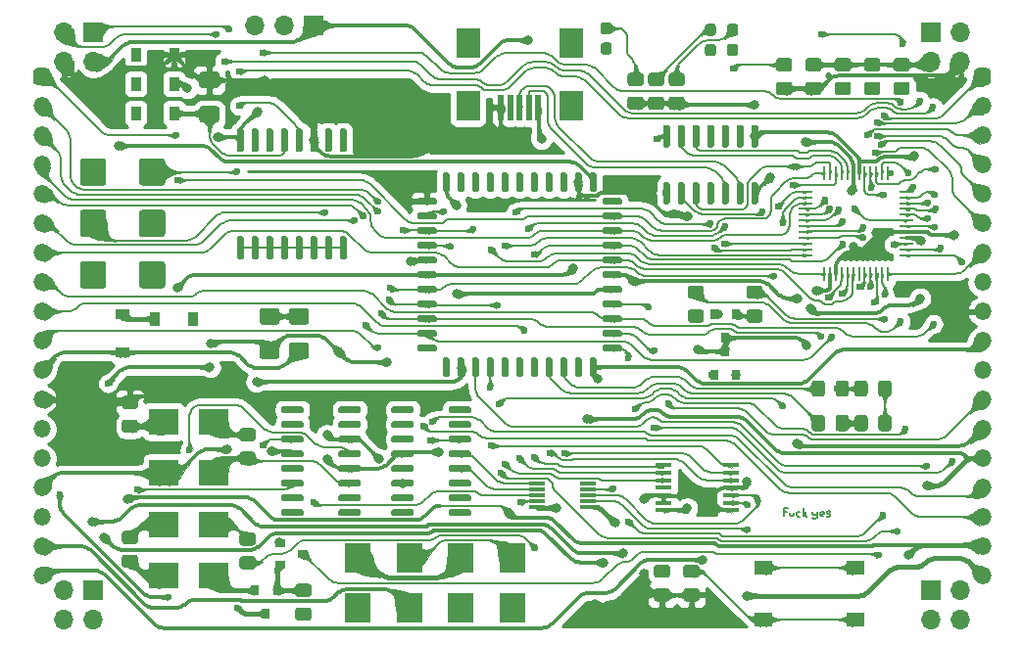
<source format=gbr>
%TF.GenerationSoftware,KiCad,Pcbnew,(5.1.9-0-10_14)*%
%TF.CreationDate,2021-04-17T19:26:37+08:00*%
%TF.ProjectId,BreadControlV2-rounded,42726561-6443-46f6-9e74-726f6c56322d,rev?*%
%TF.SameCoordinates,Original*%
%TF.FileFunction,Copper,L1,Top*%
%TF.FilePolarity,Positive*%
%FSLAX46Y46*%
G04 Gerber Fmt 4.6, Leading zero omitted, Abs format (unit mm)*
G04 Created by KiCad (PCBNEW (5.1.9-0-10_14)) date 2021-04-17 19:26:37*
%MOMM*%
%LPD*%
G01*
G04 APERTURE LIST*
%TA.AperFunction,ComponentPad*%
%ADD10O,1.500000X1.500000*%
%TD*%
%TA.AperFunction,ComponentPad*%
%ADD11O,1.700000X1.700000*%
%TD*%
%TA.AperFunction,ComponentPad*%
%ADD12R,1.700000X1.700000*%
%TD*%
%TA.AperFunction,SMDPad,CuDef*%
%ADD13R,2.500000X2.300000*%
%TD*%
%TA.AperFunction,SMDPad,CuDef*%
%ADD14R,2.300000X2.500000*%
%TD*%
%TA.AperFunction,SMDPad,CuDef*%
%ADD15R,1.400000X0.300000*%
%TD*%
%TA.AperFunction,SMDPad,CuDef*%
%ADD16R,1.450000X0.450000*%
%TD*%
%TA.AperFunction,SMDPad,CuDef*%
%ADD17R,0.250000X1.300000*%
%TD*%
%TA.AperFunction,SMDPad,CuDef*%
%ADD18R,1.300000X0.250000*%
%TD*%
%TA.AperFunction,SMDPad,CuDef*%
%ADD19R,1.550000X1.300000*%
%TD*%
%TA.AperFunction,SMDPad,CuDef*%
%ADD20R,0.900000X0.800000*%
%TD*%
%TA.AperFunction,SMDPad,CuDef*%
%ADD21R,0.800000X0.900000*%
%TD*%
%TA.AperFunction,SMDPad,CuDef*%
%ADD22R,2.000000X2.500000*%
%TD*%
%TA.AperFunction,SMDPad,CuDef*%
%ADD23R,0.500000X2.250000*%
%TD*%
%TA.AperFunction,SMDPad,CuDef*%
%ADD24R,0.900000X1.200000*%
%TD*%
%TA.AperFunction,SMDPad,CuDef*%
%ADD25R,1.200000X0.900000*%
%TD*%
%TA.AperFunction,ViaPad*%
%ADD26C,0.800000*%
%TD*%
%TA.AperFunction,ViaPad*%
%ADD27C,0.600000*%
%TD*%
%TA.AperFunction,Conductor*%
%ADD28C,0.200000*%
%TD*%
%TA.AperFunction,Conductor*%
%ADD29C,0.203200*%
%TD*%
%TA.AperFunction,Conductor*%
%ADD30C,0.300000*%
%TD*%
%TA.AperFunction,Conductor*%
%ADD31C,0.381000*%
%TD*%
%TA.AperFunction,Conductor*%
%ADD32C,0.025400*%
%TD*%
%TA.AperFunction,Conductor*%
%ADD33C,0.100000*%
%TD*%
%TA.AperFunction,Conductor*%
%ADD34C,0.254000*%
%TD*%
G04 APERTURE END LIST*
D10*
%TO.P,J2,18*%
%TO.N,Top_LEDs*%
X179070000Y-78740000D03*
%TO.P,J2,17*%
%TO.N,Unconnected_E*%
X179070000Y-76200000D03*
%TO.P,J2,16*%
%TO.N,48*%
X179070000Y-73660000D03*
%TO.P,J2,15*%
%TO.N,40*%
X179070000Y-71120000D03*
%TO.P,J2,14*%
%TO.N,Unconnected_H*%
X179070000Y-68580000D03*
%TO.P,J2,13*%
%TO.N,Unconnected_D*%
X179070000Y-66040000D03*
%TO.P,J2,12*%
%TO.N,16*%
X179070000Y-63500000D03*
%TO.P,J2,11*%
%TO.N,8*%
X179070000Y-60960000D03*
%TO.P,J2,10*%
%TO.N,Unconnected_A*%
X179070000Y-58420000D03*
%TO.P,J2,9*%
%TO.N,GND*%
X179070000Y-55880000D03*
%TO.P,J2,8*%
%TO.N,CS_H*%
X179070000Y-53340000D03*
%TO.P,J2,7*%
%TO.N,CS_G*%
X179070000Y-50800000D03*
%TO.P,J2,6*%
%TO.N,CS_F*%
X179070000Y-48260000D03*
%TO.P,J2,5*%
%TO.N,CS_E*%
X179070000Y-45720000D03*
%TO.P,J2,4*%
%TO.N,CS_D*%
X179070000Y-43180000D03*
%TO.P,J2,3*%
%TO.N,CS_C*%
X179070000Y-40640000D03*
%TO.P,J2,2*%
%TO.N,CS_B*%
X179070000Y-38100000D03*
%TO.P,J2,1*%
%TO.N,CS_A*%
%TA.AperFunction,ComponentPad*%
G36*
G01*
X178320000Y-35935000D02*
X178320000Y-35185000D01*
G75*
G02*
X178695000Y-34810000I375000J0D01*
G01*
X179445000Y-34810000D01*
G75*
G02*
X179820000Y-35185000I0J-375000D01*
G01*
X179820000Y-35935000D01*
G75*
G02*
X179445000Y-36310000I-375000J0D01*
G01*
X178695000Y-36310000D01*
G75*
G02*
X178320000Y-35935000I0J375000D01*
G01*
G37*
%TD.AperFunction*%
%TD*%
%TO.P,J1,18*%
%TO.N,Bottom_LEDs*%
X97790000Y-78740000D03*
%TO.P,J1,17*%
%TO.N,Pos_Bottom*%
X97790000Y-76200000D03*
%TO.P,J1,16*%
%TO.N,Neg_Bottom*%
X97790000Y-73660000D03*
%TO.P,J1,15*%
%TO.N,Pos_Top*%
X97790000Y-71120000D03*
%TO.P,J1,14*%
%TO.N,Neg_Top*%
X97790000Y-68580000D03*
%TO.P,J1,13*%
%TO.N,-9V*%
X97790000Y-66040000D03*
%TO.P,J1,12*%
%TO.N,GND*%
X97790000Y-63500000D03*
%TO.P,J1,11*%
%TO.N,+9V*%
X97790000Y-60960000D03*
%TO.P,J1,10*%
%TO.N,STROBE*%
X97790000Y-58420000D03*
%TO.P,J1,9*%
%TO.N,RESET*%
X97790000Y-55880000D03*
%TO.P,J1,8*%
%TO.N,DATA*%
X97790000Y-53340000D03*
%TO.P,J1,7*%
%TO.N,AY2*%
X97790000Y-50800000D03*
%TO.P,J1,6*%
%TO.N,AY1*%
X97790000Y-48260000D03*
%TO.P,J1,5*%
%TO.N,AY0*%
X97790000Y-45720000D03*
%TO.P,J1,4*%
%TO.N,AX3*%
X97790000Y-43180000D03*
%TO.P,J1,3*%
%TO.N,AX2*%
X97790000Y-40640000D03*
%TO.P,J1,2*%
%TO.N,AX1*%
X97790000Y-38100000D03*
%TO.P,J1,1*%
%TO.N,AX0*%
%TA.AperFunction,ComponentPad*%
G36*
G01*
X97040000Y-35935000D02*
X97040000Y-35185000D01*
G75*
G02*
X97415000Y-34810000I375000J0D01*
G01*
X98165000Y-34810000D01*
G75*
G02*
X98540000Y-35185000I0J-375000D01*
G01*
X98540000Y-35935000D01*
G75*
G02*
X98165000Y-36310000I-375000J0D01*
G01*
X97415000Y-36310000D01*
G75*
G02*
X97040000Y-35935000I0J375000D01*
G01*
G37*
%TD.AperFunction*%
%TD*%
D11*
%TO.P,J8,4*%
%TO.N,Unconnected_E*%
X177165000Y-82550000D03*
%TO.P,J8,3*%
%TO.N,Unconnected_H*%
X174625000Y-82550000D03*
%TO.P,J8,2*%
%TO.N,Unconnected_D*%
X177165000Y-80010000D03*
D12*
%TO.P,J8,1*%
%TO.N,Unconnected_A*%
X174625000Y-80010000D03*
%TD*%
D11*
%TO.P,Rx Tx Out,4*%
%TO.N,GND*%
X177165000Y-34290000D03*
%TO.P,Rx Tx Out,3*%
%TO.N,5V*%
X174625000Y-34290000D03*
%TO.P,Rx Tx Out,2*%
%TO.N,RX_OUT*%
X177165000Y-31750000D03*
D12*
%TO.P,Rx Tx Out,1*%
%TO.N,TX_OUT*%
X174625000Y-31750000D03*
%TD*%
D11*
%TO.P,J7,4*%
%TO.N,Unconnected_E*%
X99695000Y-82550000D03*
%TO.P,J7,3*%
%TO.N,Unconnected_H*%
X102235000Y-82550000D03*
%TO.P,J7,2*%
%TO.N,Unconnected_D*%
X99695000Y-80010000D03*
D12*
%TO.P,J7,1*%
%TO.N,Unconnected_A*%
X102235000Y-80010000D03*
%TD*%
D11*
%TO.P,Rx Tx in,4*%
%TO.N,GND*%
X99695000Y-34290000D03*
%TO.P,Rx Tx in,3*%
%TO.N,5V*%
X102235000Y-34290000D03*
%TO.P,Rx Tx in,2*%
%TO.N,TX_IN*%
X99695000Y-31750000D03*
D12*
%TO.P,Rx Tx in,1*%
%TO.N,RX_IN*%
X102235000Y-31750000D03*
%TD*%
D13*
%TO.P,D16,2*%
%TO.N,Net-(D16-Pad2)*%
X112640000Y-78740000D03*
%TO.P,D16,1*%
%TO.N,Net-(D16-Pad1)*%
X108340000Y-78740000D03*
%TD*%
%TO.P,D15,2*%
%TO.N,Net-(D15-Pad2)*%
X112640000Y-74295000D03*
%TO.P,D15,1*%
%TO.N,Net-(D15-Pad1)*%
X108340000Y-74295000D03*
%TD*%
%TO.P,D14,2*%
%TO.N,Net-(D14-Pad2)*%
X112640000Y-69850000D03*
%TO.P,D14,1*%
%TO.N,Pos_Top*%
X108340000Y-69850000D03*
%TD*%
%TO.P,D13,2*%
%TO.N,Net-(D13-Pad2)*%
X112640000Y-65405000D03*
%TO.P,D13,1*%
%TO.N,Net-(D13-Pad1)*%
X108340000Y-65405000D03*
%TD*%
D14*
%TO.P,D12,2*%
%TO.N,Net-(D11-Pad2)*%
X129540000Y-77225000D03*
%TO.P,D12,1*%
%TO.N,Pos_Bottom*%
X129540000Y-81525000D03*
%TD*%
%TO.P,D11,2*%
%TO.N,Net-(D11-Pad2)*%
X138430000Y-77225000D03*
%TO.P,D11,1*%
%TO.N,Net-(D11-Pad1)*%
X138430000Y-81525000D03*
%TD*%
%TO.P,D10,2*%
%TO.N,Net-(D10-Pad2)*%
X133985000Y-77225000D03*
%TO.P,D10,1*%
%TO.N,Pos_Top*%
X133985000Y-81525000D03*
%TD*%
%TO.P,D9,2*%
%TO.N,Net-(D10-Pad2)*%
X125095000Y-77225000D03*
%TO.P,D9,1*%
%TO.N,Net-(D9-Pad1)*%
X125095000Y-81525000D03*
%TD*%
D15*
%TO.P,U8,10*%
%TO.N,GND*%
X140548000Y-72755000D03*
%TO.P,U8,9*%
%TO.N,Net-(R12-Pad1)*%
X140548000Y-72255000D03*
%TO.P,U8,8*%
%TO.N,Net-(U7-Pad13)*%
X140548000Y-71755000D03*
%TO.P,U8,7*%
%TO.N,Net-(U6-Pad12)*%
X140548000Y-71255000D03*
%TO.P,U8,6*%
%TO.N,Net-(U6-Pad13)*%
X140548000Y-70755000D03*
%TO.P,U8,5*%
%TO.N,Net-(U8-Pad5)*%
X144948000Y-70755000D03*
%TO.P,U8,4*%
%TO.N,LDAC*%
X144948000Y-71255000D03*
%TO.P,U8,3*%
%TO.N,I2C_SDA*%
X144948000Y-71755000D03*
%TO.P,U8,2*%
%TO.N,I2C_SCL*%
X144948000Y-72255000D03*
%TO.P,U8,1*%
%TO.N,5V*%
X144948000Y-72755000D03*
%TD*%
%TO.P,U7,16*%
%TO.N,Net-(U7-Pad16)*%
%TA.AperFunction,SMDPad,CuDef*%
G36*
G01*
X120420000Y-73129000D02*
X120420000Y-73429000D01*
G75*
G02*
X120270000Y-73579000I-150000J0D01*
G01*
X118620000Y-73579000D01*
G75*
G02*
X118470000Y-73429000I0J150000D01*
G01*
X118470000Y-73129000D01*
G75*
G02*
X118620000Y-72979000I150000J0D01*
G01*
X120270000Y-72979000D01*
G75*
G02*
X120420000Y-73129000I0J-150000D01*
G01*
G37*
%TD.AperFunction*%
%TO.P,U7,15*%
%TO.N,Net-(U7-Pad15)*%
%TA.AperFunction,SMDPad,CuDef*%
G36*
G01*
X120420000Y-71859000D02*
X120420000Y-72159000D01*
G75*
G02*
X120270000Y-72309000I-150000J0D01*
G01*
X118620000Y-72309000D01*
G75*
G02*
X118470000Y-72159000I0J150000D01*
G01*
X118470000Y-71859000D01*
G75*
G02*
X118620000Y-71709000I150000J0D01*
G01*
X120270000Y-71709000D01*
G75*
G02*
X120420000Y-71859000I0J-150000D01*
G01*
G37*
%TD.AperFunction*%
%TO.P,U7,14*%
%TO.N,Net-(D13-Pad1)*%
%TA.AperFunction,SMDPad,CuDef*%
G36*
G01*
X120420000Y-70589000D02*
X120420000Y-70889000D01*
G75*
G02*
X120270000Y-71039000I-150000J0D01*
G01*
X118620000Y-71039000D01*
G75*
G02*
X118470000Y-70889000I0J150000D01*
G01*
X118470000Y-70589000D01*
G75*
G02*
X118620000Y-70439000I150000J0D01*
G01*
X120270000Y-70439000D01*
G75*
G02*
X120420000Y-70589000I0J-150000D01*
G01*
G37*
%TD.AperFunction*%
%TO.P,U7,13*%
%TO.N,Net-(U7-Pad13)*%
%TA.AperFunction,SMDPad,CuDef*%
G36*
G01*
X120420000Y-69319000D02*
X120420000Y-69619000D01*
G75*
G02*
X120270000Y-69769000I-150000J0D01*
G01*
X118620000Y-69769000D01*
G75*
G02*
X118470000Y-69619000I0J150000D01*
G01*
X118470000Y-69319000D01*
G75*
G02*
X118620000Y-69169000I150000J0D01*
G01*
X120270000Y-69169000D01*
G75*
G02*
X120420000Y-69319000I0J-150000D01*
G01*
G37*
%TD.AperFunction*%
%TO.P,U7,12*%
%TO.N,GND*%
%TA.AperFunction,SMDPad,CuDef*%
G36*
G01*
X120420000Y-68049000D02*
X120420000Y-68349000D01*
G75*
G02*
X120270000Y-68499000I-150000J0D01*
G01*
X118620000Y-68499000D01*
G75*
G02*
X118470000Y-68349000I0J150000D01*
G01*
X118470000Y-68049000D01*
G75*
G02*
X118620000Y-67899000I150000J0D01*
G01*
X120270000Y-67899000D01*
G75*
G02*
X120420000Y-68049000I0J-150000D01*
G01*
G37*
%TD.AperFunction*%
%TO.P,U7,11*%
%TO.N,Net-(D15-Pad2)*%
%TA.AperFunction,SMDPad,CuDef*%
G36*
G01*
X120420000Y-66779000D02*
X120420000Y-67079000D01*
G75*
G02*
X120270000Y-67229000I-150000J0D01*
G01*
X118620000Y-67229000D01*
G75*
G02*
X118470000Y-67079000I0J150000D01*
G01*
X118470000Y-66779000D01*
G75*
G02*
X118620000Y-66629000I150000J0D01*
G01*
X120270000Y-66629000D01*
G75*
G02*
X120420000Y-66779000I0J-150000D01*
G01*
G37*
%TD.AperFunction*%
%TO.P,U7,10*%
%TO.N,Net-(U7-Pad10)*%
%TA.AperFunction,SMDPad,CuDef*%
G36*
G01*
X120420000Y-65509000D02*
X120420000Y-65809000D01*
G75*
G02*
X120270000Y-65959000I-150000J0D01*
G01*
X118620000Y-65959000D01*
G75*
G02*
X118470000Y-65809000I0J150000D01*
G01*
X118470000Y-65509000D01*
G75*
G02*
X118620000Y-65359000I150000J0D01*
G01*
X120270000Y-65359000D01*
G75*
G02*
X120420000Y-65509000I0J-150000D01*
G01*
G37*
%TD.AperFunction*%
%TO.P,U7,9*%
%TO.N,Net-(U7-Pad9)*%
%TA.AperFunction,SMDPad,CuDef*%
G36*
G01*
X120420000Y-64239000D02*
X120420000Y-64539000D01*
G75*
G02*
X120270000Y-64689000I-150000J0D01*
G01*
X118620000Y-64689000D01*
G75*
G02*
X118470000Y-64539000I0J150000D01*
G01*
X118470000Y-64239000D01*
G75*
G02*
X118620000Y-64089000I150000J0D01*
G01*
X120270000Y-64089000D01*
G75*
G02*
X120420000Y-64239000I0J-150000D01*
G01*
G37*
%TD.AperFunction*%
%TO.P,U7,8*%
%TO.N,Net-(U7-Pad8)*%
%TA.AperFunction,SMDPad,CuDef*%
G36*
G01*
X125370000Y-64239000D02*
X125370000Y-64539000D01*
G75*
G02*
X125220000Y-64689000I-150000J0D01*
G01*
X123570000Y-64689000D01*
G75*
G02*
X123420000Y-64539000I0J150000D01*
G01*
X123420000Y-64239000D01*
G75*
G02*
X123570000Y-64089000I150000J0D01*
G01*
X125220000Y-64089000D01*
G75*
G02*
X125370000Y-64239000I0J-150000D01*
G01*
G37*
%TD.AperFunction*%
%TO.P,U7,7*%
%TO.N,Net-(U7-Pad7)*%
%TA.AperFunction,SMDPad,CuDef*%
G36*
G01*
X125370000Y-65509000D02*
X125370000Y-65809000D01*
G75*
G02*
X125220000Y-65959000I-150000J0D01*
G01*
X123570000Y-65959000D01*
G75*
G02*
X123420000Y-65809000I0J150000D01*
G01*
X123420000Y-65509000D01*
G75*
G02*
X123570000Y-65359000I150000J0D01*
G01*
X125220000Y-65359000D01*
G75*
G02*
X125370000Y-65509000I0J-150000D01*
G01*
G37*
%TD.AperFunction*%
%TO.P,U7,6*%
%TO.N,-9V*%
%TA.AperFunction,SMDPad,CuDef*%
G36*
G01*
X125370000Y-66779000D02*
X125370000Y-67079000D01*
G75*
G02*
X125220000Y-67229000I-150000J0D01*
G01*
X123570000Y-67229000D01*
G75*
G02*
X123420000Y-67079000I0J150000D01*
G01*
X123420000Y-66779000D01*
G75*
G02*
X123570000Y-66629000I150000J0D01*
G01*
X125220000Y-66629000D01*
G75*
G02*
X125370000Y-66779000I0J-150000D01*
G01*
G37*
%TD.AperFunction*%
%TO.P,U7,5*%
%TO.N,Net-(D16-Pad1)*%
%TA.AperFunction,SMDPad,CuDef*%
G36*
G01*
X125370000Y-68049000D02*
X125370000Y-68349000D01*
G75*
G02*
X125220000Y-68499000I-150000J0D01*
G01*
X123570000Y-68499000D01*
G75*
G02*
X123420000Y-68349000I0J150000D01*
G01*
X123420000Y-68049000D01*
G75*
G02*
X123570000Y-67899000I150000J0D01*
G01*
X125220000Y-67899000D01*
G75*
G02*
X125370000Y-68049000I0J-150000D01*
G01*
G37*
%TD.AperFunction*%
%TO.P,U7,4*%
%TO.N,+9V*%
%TA.AperFunction,SMDPad,CuDef*%
G36*
G01*
X125370000Y-69319000D02*
X125370000Y-69619000D01*
G75*
G02*
X125220000Y-69769000I-150000J0D01*
G01*
X123570000Y-69769000D01*
G75*
G02*
X123420000Y-69619000I0J150000D01*
G01*
X123420000Y-69319000D01*
G75*
G02*
X123570000Y-69169000I150000J0D01*
G01*
X125220000Y-69169000D01*
G75*
G02*
X125370000Y-69319000I0J-150000D01*
G01*
G37*
%TD.AperFunction*%
%TO.P,U7,3*%
%TO.N,Net-(D14-Pad2)*%
%TA.AperFunction,SMDPad,CuDef*%
G36*
G01*
X125370000Y-70589000D02*
X125370000Y-70889000D01*
G75*
G02*
X125220000Y-71039000I-150000J0D01*
G01*
X123570000Y-71039000D01*
G75*
G02*
X123420000Y-70889000I0J150000D01*
G01*
X123420000Y-70589000D01*
G75*
G02*
X123570000Y-70439000I150000J0D01*
G01*
X125220000Y-70439000D01*
G75*
G02*
X125370000Y-70589000I0J-150000D01*
G01*
G37*
%TD.AperFunction*%
%TO.P,U7,2*%
%TO.N,Net-(U7-Pad2)*%
%TA.AperFunction,SMDPad,CuDef*%
G36*
G01*
X125370000Y-71859000D02*
X125370000Y-72159000D01*
G75*
G02*
X125220000Y-72309000I-150000J0D01*
G01*
X123570000Y-72309000D01*
G75*
G02*
X123420000Y-72159000I0J150000D01*
G01*
X123420000Y-71859000D01*
G75*
G02*
X123570000Y-71709000I150000J0D01*
G01*
X125220000Y-71709000D01*
G75*
G02*
X125370000Y-71859000I0J-150000D01*
G01*
G37*
%TD.AperFunction*%
%TO.P,U7,1*%
%TO.N,Net-(U7-Pad1)*%
%TA.AperFunction,SMDPad,CuDef*%
G36*
G01*
X125370000Y-73129000D02*
X125370000Y-73429000D01*
G75*
G02*
X125220000Y-73579000I-150000J0D01*
G01*
X123570000Y-73579000D01*
G75*
G02*
X123420000Y-73429000I0J150000D01*
G01*
X123420000Y-73129000D01*
G75*
G02*
X123570000Y-72979000I150000J0D01*
G01*
X125220000Y-72979000D01*
G75*
G02*
X125370000Y-73129000I0J-150000D01*
G01*
G37*
%TD.AperFunction*%
%TD*%
%TO.P,U6,16*%
%TO.N,Net-(U6-Pad16)*%
%TA.AperFunction,SMDPad,CuDef*%
G36*
G01*
X132945000Y-64539000D02*
X132945000Y-64239000D01*
G75*
G02*
X133095000Y-64089000I150000J0D01*
G01*
X134745000Y-64089000D01*
G75*
G02*
X134895000Y-64239000I0J-150000D01*
G01*
X134895000Y-64539000D01*
G75*
G02*
X134745000Y-64689000I-150000J0D01*
G01*
X133095000Y-64689000D01*
G75*
G02*
X132945000Y-64539000I0J150000D01*
G01*
G37*
%TD.AperFunction*%
%TO.P,U6,15*%
%TO.N,Net-(U6-Pad15)*%
%TA.AperFunction,SMDPad,CuDef*%
G36*
G01*
X132945000Y-65809000D02*
X132945000Y-65509000D01*
G75*
G02*
X133095000Y-65359000I150000J0D01*
G01*
X134745000Y-65359000D01*
G75*
G02*
X134895000Y-65509000I0J-150000D01*
G01*
X134895000Y-65809000D01*
G75*
G02*
X134745000Y-65959000I-150000J0D01*
G01*
X133095000Y-65959000D01*
G75*
G02*
X132945000Y-65809000I0J150000D01*
G01*
G37*
%TD.AperFunction*%
%TO.P,U6,14*%
%TO.N,Net-(D9-Pad1)*%
%TA.AperFunction,SMDPad,CuDef*%
G36*
G01*
X132945000Y-67079000D02*
X132945000Y-66779000D01*
G75*
G02*
X133095000Y-66629000I150000J0D01*
G01*
X134745000Y-66629000D01*
G75*
G02*
X134895000Y-66779000I0J-150000D01*
G01*
X134895000Y-67079000D01*
G75*
G02*
X134745000Y-67229000I-150000J0D01*
G01*
X133095000Y-67229000D01*
G75*
G02*
X132945000Y-67079000I0J150000D01*
G01*
G37*
%TD.AperFunction*%
%TO.P,U6,13*%
%TO.N,Net-(U6-Pad13)*%
%TA.AperFunction,SMDPad,CuDef*%
G36*
G01*
X132945000Y-68349000D02*
X132945000Y-68049000D01*
G75*
G02*
X133095000Y-67899000I150000J0D01*
G01*
X134745000Y-67899000D01*
G75*
G02*
X134895000Y-68049000I0J-150000D01*
G01*
X134895000Y-68349000D01*
G75*
G02*
X134745000Y-68499000I-150000J0D01*
G01*
X133095000Y-68499000D01*
G75*
G02*
X132945000Y-68349000I0J150000D01*
G01*
G37*
%TD.AperFunction*%
%TO.P,U6,12*%
%TO.N,Net-(U6-Pad12)*%
%TA.AperFunction,SMDPad,CuDef*%
G36*
G01*
X132945000Y-69619000D02*
X132945000Y-69319000D01*
G75*
G02*
X133095000Y-69169000I150000J0D01*
G01*
X134745000Y-69169000D01*
G75*
G02*
X134895000Y-69319000I0J-150000D01*
G01*
X134895000Y-69619000D01*
G75*
G02*
X134745000Y-69769000I-150000J0D01*
G01*
X133095000Y-69769000D01*
G75*
G02*
X132945000Y-69619000I0J150000D01*
G01*
G37*
%TD.AperFunction*%
%TO.P,U6,11*%
%TO.N,Net-(D11-Pad1)*%
%TA.AperFunction,SMDPad,CuDef*%
G36*
G01*
X132945000Y-70889000D02*
X132945000Y-70589000D01*
G75*
G02*
X133095000Y-70439000I150000J0D01*
G01*
X134745000Y-70439000D01*
G75*
G02*
X134895000Y-70589000I0J-150000D01*
G01*
X134895000Y-70889000D01*
G75*
G02*
X134745000Y-71039000I-150000J0D01*
G01*
X133095000Y-71039000D01*
G75*
G02*
X132945000Y-70889000I0J150000D01*
G01*
G37*
%TD.AperFunction*%
%TO.P,U6,10*%
%TO.N,Net-(U6-Pad10)*%
%TA.AperFunction,SMDPad,CuDef*%
G36*
G01*
X132945000Y-72159000D02*
X132945000Y-71859000D01*
G75*
G02*
X133095000Y-71709000I150000J0D01*
G01*
X134745000Y-71709000D01*
G75*
G02*
X134895000Y-71859000I0J-150000D01*
G01*
X134895000Y-72159000D01*
G75*
G02*
X134745000Y-72309000I-150000J0D01*
G01*
X133095000Y-72309000D01*
G75*
G02*
X132945000Y-72159000I0J150000D01*
G01*
G37*
%TD.AperFunction*%
%TO.P,U6,9*%
%TO.N,Net-(U6-Pad9)*%
%TA.AperFunction,SMDPad,CuDef*%
G36*
G01*
X132945000Y-73429000D02*
X132945000Y-73129000D01*
G75*
G02*
X133095000Y-72979000I150000J0D01*
G01*
X134745000Y-72979000D01*
G75*
G02*
X134895000Y-73129000I0J-150000D01*
G01*
X134895000Y-73429000D01*
G75*
G02*
X134745000Y-73579000I-150000J0D01*
G01*
X133095000Y-73579000D01*
G75*
G02*
X132945000Y-73429000I0J150000D01*
G01*
G37*
%TD.AperFunction*%
%TO.P,U6,8*%
%TO.N,Net-(U6-Pad8)*%
%TA.AperFunction,SMDPad,CuDef*%
G36*
G01*
X127995000Y-73429000D02*
X127995000Y-73129000D01*
G75*
G02*
X128145000Y-72979000I150000J0D01*
G01*
X129795000Y-72979000D01*
G75*
G02*
X129945000Y-73129000I0J-150000D01*
G01*
X129945000Y-73429000D01*
G75*
G02*
X129795000Y-73579000I-150000J0D01*
G01*
X128145000Y-73579000D01*
G75*
G02*
X127995000Y-73429000I0J150000D01*
G01*
G37*
%TD.AperFunction*%
%TO.P,U6,7*%
%TO.N,Net-(U6-Pad7)*%
%TA.AperFunction,SMDPad,CuDef*%
G36*
G01*
X127995000Y-72159000D02*
X127995000Y-71859000D01*
G75*
G02*
X128145000Y-71709000I150000J0D01*
G01*
X129795000Y-71709000D01*
G75*
G02*
X129945000Y-71859000I0J-150000D01*
G01*
X129945000Y-72159000D01*
G75*
G02*
X129795000Y-72309000I-150000J0D01*
G01*
X128145000Y-72309000D01*
G75*
G02*
X127995000Y-72159000I0J150000D01*
G01*
G37*
%TD.AperFunction*%
%TO.P,U6,6*%
%TO.N,-9V*%
%TA.AperFunction,SMDPad,CuDef*%
G36*
G01*
X127995000Y-70889000D02*
X127995000Y-70589000D01*
G75*
G02*
X128145000Y-70439000I150000J0D01*
G01*
X129795000Y-70439000D01*
G75*
G02*
X129945000Y-70589000I0J-150000D01*
G01*
X129945000Y-70889000D01*
G75*
G02*
X129795000Y-71039000I-150000J0D01*
G01*
X128145000Y-71039000D01*
G75*
G02*
X127995000Y-70889000I0J150000D01*
G01*
G37*
%TD.AperFunction*%
%TO.P,U6,5*%
%TO.N,Net-(D11-Pad2)*%
%TA.AperFunction,SMDPad,CuDef*%
G36*
G01*
X127995000Y-69619000D02*
X127995000Y-69319000D01*
G75*
G02*
X128145000Y-69169000I150000J0D01*
G01*
X129795000Y-69169000D01*
G75*
G02*
X129945000Y-69319000I0J-150000D01*
G01*
X129945000Y-69619000D01*
G75*
G02*
X129795000Y-69769000I-150000J0D01*
G01*
X128145000Y-69769000D01*
G75*
G02*
X127995000Y-69619000I0J150000D01*
G01*
G37*
%TD.AperFunction*%
%TO.P,U6,4*%
%TO.N,+9V*%
%TA.AperFunction,SMDPad,CuDef*%
G36*
G01*
X127995000Y-68349000D02*
X127995000Y-68049000D01*
G75*
G02*
X128145000Y-67899000I150000J0D01*
G01*
X129795000Y-67899000D01*
G75*
G02*
X129945000Y-68049000I0J-150000D01*
G01*
X129945000Y-68349000D01*
G75*
G02*
X129795000Y-68499000I-150000J0D01*
G01*
X128145000Y-68499000D01*
G75*
G02*
X127995000Y-68349000I0J150000D01*
G01*
G37*
%TD.AperFunction*%
%TO.P,U6,3*%
%TO.N,Net-(D10-Pad2)*%
%TA.AperFunction,SMDPad,CuDef*%
G36*
G01*
X127995000Y-67079000D02*
X127995000Y-66779000D01*
G75*
G02*
X128145000Y-66629000I150000J0D01*
G01*
X129795000Y-66629000D01*
G75*
G02*
X129945000Y-66779000I0J-150000D01*
G01*
X129945000Y-67079000D01*
G75*
G02*
X129795000Y-67229000I-150000J0D01*
G01*
X128145000Y-67229000D01*
G75*
G02*
X127995000Y-67079000I0J150000D01*
G01*
G37*
%TD.AperFunction*%
%TO.P,U6,2*%
%TO.N,Net-(U6-Pad2)*%
%TA.AperFunction,SMDPad,CuDef*%
G36*
G01*
X127995000Y-65809000D02*
X127995000Y-65509000D01*
G75*
G02*
X128145000Y-65359000I150000J0D01*
G01*
X129795000Y-65359000D01*
G75*
G02*
X129945000Y-65509000I0J-150000D01*
G01*
X129945000Y-65809000D01*
G75*
G02*
X129795000Y-65959000I-150000J0D01*
G01*
X128145000Y-65959000D01*
G75*
G02*
X127995000Y-65809000I0J150000D01*
G01*
G37*
%TD.AperFunction*%
%TO.P,U6,1*%
%TO.N,Net-(U6-Pad1)*%
%TA.AperFunction,SMDPad,CuDef*%
G36*
G01*
X127995000Y-64539000D02*
X127995000Y-64239000D01*
G75*
G02*
X128145000Y-64089000I150000J0D01*
G01*
X129795000Y-64089000D01*
G75*
G02*
X129945000Y-64239000I0J-150000D01*
G01*
X129945000Y-64539000D01*
G75*
G02*
X129795000Y-64689000I-150000J0D01*
G01*
X128145000Y-64689000D01*
G75*
G02*
X127995000Y-64539000I0J150000D01*
G01*
G37*
%TD.AperFunction*%
%TD*%
%TO.P,U5,16*%
%TO.N,N/C*%
%TA.AperFunction,SMDPad,CuDef*%
G36*
G01*
X123675000Y-49345000D02*
X123975000Y-49345000D01*
G75*
G02*
X124125000Y-49495000I0J-150000D01*
G01*
X124125000Y-51245000D01*
G75*
G02*
X123975000Y-51395000I-150000J0D01*
G01*
X123675000Y-51395000D01*
G75*
G02*
X123525000Y-51245000I0J150000D01*
G01*
X123525000Y-49495000D01*
G75*
G02*
X123675000Y-49345000I150000J0D01*
G01*
G37*
%TD.AperFunction*%
%TO.P,U5,15*%
%TA.AperFunction,SMDPad,CuDef*%
G36*
G01*
X122405000Y-49345000D02*
X122705000Y-49345000D01*
G75*
G02*
X122855000Y-49495000I0J-150000D01*
G01*
X122855000Y-51245000D01*
G75*
G02*
X122705000Y-51395000I-150000J0D01*
G01*
X122405000Y-51395000D01*
G75*
G02*
X122255000Y-51245000I0J150000D01*
G01*
X122255000Y-49495000D01*
G75*
G02*
X122405000Y-49345000I150000J0D01*
G01*
G37*
%TD.AperFunction*%
%TO.P,U5,14*%
%TA.AperFunction,SMDPad,CuDef*%
G36*
G01*
X121135000Y-49345000D02*
X121435000Y-49345000D01*
G75*
G02*
X121585000Y-49495000I0J-150000D01*
G01*
X121585000Y-51245000D01*
G75*
G02*
X121435000Y-51395000I-150000J0D01*
G01*
X121135000Y-51395000D01*
G75*
G02*
X120985000Y-51245000I0J150000D01*
G01*
X120985000Y-49495000D01*
G75*
G02*
X121135000Y-49345000I150000J0D01*
G01*
G37*
%TD.AperFunction*%
%TO.P,U5,13*%
%TA.AperFunction,SMDPad,CuDef*%
G36*
G01*
X119865000Y-49345000D02*
X120165000Y-49345000D01*
G75*
G02*
X120315000Y-49495000I0J-150000D01*
G01*
X120315000Y-51245000D01*
G75*
G02*
X120165000Y-51395000I-150000J0D01*
G01*
X119865000Y-51395000D01*
G75*
G02*
X119715000Y-51245000I0J150000D01*
G01*
X119715000Y-49495000D01*
G75*
G02*
X119865000Y-49345000I150000J0D01*
G01*
G37*
%TD.AperFunction*%
%TO.P,U5,12*%
%TA.AperFunction,SMDPad,CuDef*%
G36*
G01*
X118595000Y-49345000D02*
X118895000Y-49345000D01*
G75*
G02*
X119045000Y-49495000I0J-150000D01*
G01*
X119045000Y-51245000D01*
G75*
G02*
X118895000Y-51395000I-150000J0D01*
G01*
X118595000Y-51395000D01*
G75*
G02*
X118445000Y-51245000I0J150000D01*
G01*
X118445000Y-49495000D01*
G75*
G02*
X118595000Y-49345000I150000J0D01*
G01*
G37*
%TD.AperFunction*%
%TO.P,U5,11*%
%TA.AperFunction,SMDPad,CuDef*%
G36*
G01*
X117325000Y-49345000D02*
X117625000Y-49345000D01*
G75*
G02*
X117775000Y-49495000I0J-150000D01*
G01*
X117775000Y-51245000D01*
G75*
G02*
X117625000Y-51395000I-150000J0D01*
G01*
X117325000Y-51395000D01*
G75*
G02*
X117175000Y-51245000I0J150000D01*
G01*
X117175000Y-49495000D01*
G75*
G02*
X117325000Y-49345000I150000J0D01*
G01*
G37*
%TD.AperFunction*%
%TO.P,U5,10*%
%TA.AperFunction,SMDPad,CuDef*%
G36*
G01*
X116055000Y-49345000D02*
X116355000Y-49345000D01*
G75*
G02*
X116505000Y-49495000I0J-150000D01*
G01*
X116505000Y-51245000D01*
G75*
G02*
X116355000Y-51395000I-150000J0D01*
G01*
X116055000Y-51395000D01*
G75*
G02*
X115905000Y-51245000I0J150000D01*
G01*
X115905000Y-49495000D01*
G75*
G02*
X116055000Y-49345000I150000J0D01*
G01*
G37*
%TD.AperFunction*%
%TO.P,U5,9*%
%TA.AperFunction,SMDPad,CuDef*%
G36*
G01*
X114785000Y-49345000D02*
X115085000Y-49345000D01*
G75*
G02*
X115235000Y-49495000I0J-150000D01*
G01*
X115235000Y-51245000D01*
G75*
G02*
X115085000Y-51395000I-150000J0D01*
G01*
X114785000Y-51395000D01*
G75*
G02*
X114635000Y-51245000I0J150000D01*
G01*
X114635000Y-49495000D01*
G75*
G02*
X114785000Y-49345000I150000J0D01*
G01*
G37*
%TD.AperFunction*%
%TO.P,U5,8*%
%TO.N,5V*%
%TA.AperFunction,SMDPad,CuDef*%
G36*
G01*
X114785000Y-40045000D02*
X115085000Y-40045000D01*
G75*
G02*
X115235000Y-40195000I0J-150000D01*
G01*
X115235000Y-41945000D01*
G75*
G02*
X115085000Y-42095000I-150000J0D01*
G01*
X114785000Y-42095000D01*
G75*
G02*
X114635000Y-41945000I0J150000D01*
G01*
X114635000Y-40195000D01*
G75*
G02*
X114785000Y-40045000I150000J0D01*
G01*
G37*
%TD.AperFunction*%
%TO.P,U5,7*%
%TO.N,Net-(U5-Pad7)*%
%TA.AperFunction,SMDPad,CuDef*%
G36*
G01*
X116055000Y-40045000D02*
X116355000Y-40045000D01*
G75*
G02*
X116505000Y-40195000I0J-150000D01*
G01*
X116505000Y-41945000D01*
G75*
G02*
X116355000Y-42095000I-150000J0D01*
G01*
X116055000Y-42095000D01*
G75*
G02*
X115905000Y-41945000I0J150000D01*
G01*
X115905000Y-40195000D01*
G75*
G02*
X116055000Y-40045000I150000J0D01*
G01*
G37*
%TD.AperFunction*%
%TO.P,U5,6*%
%TO.N,Net-(U5-Pad6)*%
%TA.AperFunction,SMDPad,CuDef*%
G36*
G01*
X117325000Y-40045000D02*
X117625000Y-40045000D01*
G75*
G02*
X117775000Y-40195000I0J-150000D01*
G01*
X117775000Y-41945000D01*
G75*
G02*
X117625000Y-42095000I-150000J0D01*
G01*
X117325000Y-42095000D01*
G75*
G02*
X117175000Y-41945000I0J150000D01*
G01*
X117175000Y-40195000D01*
G75*
G02*
X117325000Y-40045000I150000J0D01*
G01*
G37*
%TD.AperFunction*%
%TO.P,U5,5*%
%TO.N,Net-(C5-Pad2)*%
%TA.AperFunction,SMDPad,CuDef*%
G36*
G01*
X118595000Y-40045000D02*
X118895000Y-40045000D01*
G75*
G02*
X119045000Y-40195000I0J-150000D01*
G01*
X119045000Y-41945000D01*
G75*
G02*
X118895000Y-42095000I-150000J0D01*
G01*
X118595000Y-42095000D01*
G75*
G02*
X118445000Y-41945000I0J150000D01*
G01*
X118445000Y-40195000D01*
G75*
G02*
X118595000Y-40045000I150000J0D01*
G01*
G37*
%TD.AperFunction*%
%TO.P,U5,4*%
%TO.N,Net-(C4-Pad2)*%
%TA.AperFunction,SMDPad,CuDef*%
G36*
G01*
X119865000Y-40045000D02*
X120165000Y-40045000D01*
G75*
G02*
X120315000Y-40195000I0J-150000D01*
G01*
X120315000Y-41945000D01*
G75*
G02*
X120165000Y-42095000I-150000J0D01*
G01*
X119865000Y-42095000D01*
G75*
G02*
X119715000Y-41945000I0J150000D01*
G01*
X119715000Y-40195000D01*
G75*
G02*
X119865000Y-40045000I150000J0D01*
G01*
G37*
%TD.AperFunction*%
%TO.P,U5,3*%
%TO.N,GND*%
%TA.AperFunction,SMDPad,CuDef*%
G36*
G01*
X121135000Y-40045000D02*
X121435000Y-40045000D01*
G75*
G02*
X121585000Y-40195000I0J-150000D01*
G01*
X121585000Y-41945000D01*
G75*
G02*
X121435000Y-42095000I-150000J0D01*
G01*
X121135000Y-42095000D01*
G75*
G02*
X120985000Y-41945000I0J150000D01*
G01*
X120985000Y-40195000D01*
G75*
G02*
X121135000Y-40045000I150000J0D01*
G01*
G37*
%TD.AperFunction*%
%TO.P,U5,2*%
%TO.N,Net-(C3-Pad2)*%
%TA.AperFunction,SMDPad,CuDef*%
G36*
G01*
X122405000Y-40045000D02*
X122705000Y-40045000D01*
G75*
G02*
X122855000Y-40195000I0J-150000D01*
G01*
X122855000Y-41945000D01*
G75*
G02*
X122705000Y-42095000I-150000J0D01*
G01*
X122405000Y-42095000D01*
G75*
G02*
X122255000Y-41945000I0J150000D01*
G01*
X122255000Y-40195000D01*
G75*
G02*
X122405000Y-40045000I150000J0D01*
G01*
G37*
%TD.AperFunction*%
%TO.P,U5,1*%
%TO.N,Net-(U5-Pad1)*%
%TA.AperFunction,SMDPad,CuDef*%
G36*
G01*
X123675000Y-40045000D02*
X123975000Y-40045000D01*
G75*
G02*
X124125000Y-40195000I0J-150000D01*
G01*
X124125000Y-41945000D01*
G75*
G02*
X123975000Y-42095000I-150000J0D01*
G01*
X123675000Y-42095000D01*
G75*
G02*
X123525000Y-41945000I0J150000D01*
G01*
X123525000Y-40195000D01*
G75*
G02*
X123675000Y-40045000I150000J0D01*
G01*
G37*
%TD.AperFunction*%
%TD*%
D16*
%TO.P,U4,14*%
%TO.N,5V*%
X151482000Y-73070000D03*
%TO.P,U4,13*%
%TO.N,GND*%
X151482000Y-72420000D03*
%TO.P,U4,12*%
X151482000Y-71770000D03*
%TO.P,U4,11*%
%TO.N,Net-(U4-Pad11)*%
X151482000Y-71120000D03*
%TO.P,U4,10*%
%TO.N,POT0_B*%
X151482000Y-70470000D03*
%TO.P,U4,9*%
%TO.N,POT0_W*%
X151482000Y-69820000D03*
%TO.P,U4,8*%
%TO.N,POT0_A*%
X151482000Y-69170000D03*
%TO.P,U4,7*%
%TO.N,POT1_A*%
X157382000Y-69170000D03*
%TO.P,U4,6*%
%TO.N,POT1_W*%
X157382000Y-69820000D03*
%TO.P,U4,5*%
%TO.N,POT1_B*%
X157382000Y-70470000D03*
%TO.P,U4,4*%
%TO.N,GND*%
X157382000Y-71120000D03*
%TO.P,U4,3*%
%TO.N,I2C_SDA*%
X157382000Y-71770000D03*
%TO.P,U4,2*%
%TO.N,I2C_SCL*%
X157382000Y-72420000D03*
%TO.P,U4,1*%
%TO.N,GND*%
X157382000Y-73070000D03*
%TD*%
D17*
%TO.P,U3,48*%
%TO.N,AX0*%
X165398000Y-43910000D03*
%TO.P,U3,47*%
%TO.N,I2C_SCL*%
X165898000Y-43910000D03*
%TO.P,U3,46*%
%TO.N,I2C_SDA*%
X166398000Y-43910000D03*
%TO.P,U3,45*%
%TO.N,USB_Tx*%
X166898000Y-43910000D03*
%TO.P,U3,44*%
%TO.N,USB_Rx*%
X167398000Y-43910000D03*
%TO.P,U3,43*%
%TO.N,GND*%
X167898000Y-43910000D03*
%TO.P,U3,42*%
%TO.N,5V*%
X168398000Y-43910000D03*
%TO.P,U3,41*%
%TO.N,Net-(J3-Pad3)*%
X168898000Y-43910000D03*
%TO.P,U3,40*%
%TO.N,ATMega_Reset*%
X169398000Y-43910000D03*
%TO.P,U3,39*%
%TO.N,RX_OUT*%
X169898000Y-43910000D03*
%TO.P,U3,38*%
%TO.N,TX_OUT*%
X170398000Y-43910000D03*
%TO.P,U3,37*%
%TO.N,Bottom_LED_Control*%
X170898000Y-43910000D03*
D18*
%TO.P,U3,36*%
%TO.N,Top_LED_Control*%
X172498000Y-45510000D03*
%TO.P,U3,35*%
%TO.N,RX_IN*%
X172498000Y-46010000D03*
%TO.P,U3,34*%
%TO.N,TX_IN*%
X172498000Y-46510000D03*
%TO.P,U3,33*%
%TO.N,PE3*%
X172498000Y-47010000D03*
%TO.P,U3,32*%
%TO.N,STROBE*%
X172498000Y-47510000D03*
%TO.P,U3,31*%
%TO.N,RESET*%
X172498000Y-48010000D03*
%TO.P,U3,30*%
%TO.N,DATA*%
X172498000Y-48510000D03*
%TO.P,U3,29*%
%TO.N,GND*%
X172498000Y-49010000D03*
%TO.P,U3,28*%
%TO.N,5V*%
X172498000Y-49510000D03*
%TO.P,U3,27*%
%TO.N,VREF_ADC_BIAS*%
X172498000Y-50010000D03*
%TO.P,U3,26*%
%TO.N,CS_I*%
X172498000Y-50510000D03*
%TO.P,U3,25*%
%TO.N,CS_H*%
X172498000Y-51010000D03*
D17*
%TO.P,U3,24*%
%TO.N,CS_G*%
X170898000Y-52610000D03*
%TO.P,U3,23*%
%TO.N,LDAC*%
X170398000Y-52610000D03*
%TO.P,U3,22*%
%TO.N,Neg_Pwr_en*%
X169898000Y-52610000D03*
%TO.P,U3,21*%
%TO.N,VDIV_1*%
X169398000Y-52610000D03*
%TO.P,U3,20*%
%TO.N,VDIV_0*%
X168898000Y-52610000D03*
%TO.P,U3,19*%
%TO.N,Net-(U3-Pad19)*%
X168398000Y-52610000D03*
%TO.P,U3,18*%
%TO.N,AY2*%
X167898000Y-52610000D03*
%TO.P,U3,17*%
%TO.N,AY1*%
X167398000Y-52610000D03*
%TO.P,U3,16*%
%TO.N,AY0*%
X166898000Y-52610000D03*
%TO.P,U3,15*%
%TO.N,GND*%
X166398000Y-52610000D03*
%TO.P,U3,14*%
%TO.N,5V*%
X165898000Y-52610000D03*
%TO.P,U3,13*%
%TO.N,PC3*%
X165398000Y-52610000D03*
D18*
%TO.P,U3,12*%
%TO.N,PC2*%
X163798000Y-51010000D03*
%TO.P,U3,11*%
%TO.N,PC1*%
X163798000Y-50510000D03*
%TO.P,U3,10*%
%TO.N,PC0*%
X163798000Y-50010000D03*
%TO.P,U3,9*%
%TO.N,CS_F*%
X163798000Y-49510000D03*
%TO.P,U3,8*%
%TO.N,CS_E*%
X163798000Y-49010000D03*
%TO.P,U3,7*%
%TO.N,CS_D*%
X163798000Y-48510000D03*
%TO.P,U3,6*%
%TO.N,CS_C*%
X163798000Y-48010000D03*
%TO.P,U3,5*%
%TO.N,CS_B*%
X163798000Y-47510000D03*
%TO.P,U3,4*%
%TO.N,CS_A*%
X163798000Y-47010000D03*
%TO.P,U3,3*%
%TO.N,AX3*%
X163798000Y-46510000D03*
%TO.P,U3,2*%
%TO.N,AX2*%
X163798000Y-46010000D03*
%TO.P,U3,1*%
%TO.N,AX1*%
X163798000Y-45510000D03*
%TD*%
%TO.P,U2,44*%
%TO.N,+9V*%
%TA.AperFunction,SMDPad,CuDef*%
G36*
G01*
X146365000Y-53675000D02*
X147765000Y-53675000D01*
G75*
G02*
X147915000Y-53825000I0J-150000D01*
G01*
X147915000Y-54125000D01*
G75*
G02*
X147765000Y-54275000I-150000J0D01*
G01*
X146365000Y-54275000D01*
G75*
G02*
X146215000Y-54125000I0J150000D01*
G01*
X146215000Y-53825000D01*
G75*
G02*
X146365000Y-53675000I150000J0D01*
G01*
G37*
%TD.AperFunction*%
%TO.P,U2,43*%
%TO.N,16*%
%TA.AperFunction,SMDPad,CuDef*%
G36*
G01*
X146365000Y-54945000D02*
X147765000Y-54945000D01*
G75*
G02*
X147915000Y-55095000I0J-150000D01*
G01*
X147915000Y-55395000D01*
G75*
G02*
X147765000Y-55545000I-150000J0D01*
G01*
X146365000Y-55545000D01*
G75*
G02*
X146215000Y-55395000I0J150000D01*
G01*
X146215000Y-55095000D01*
G75*
G02*
X146365000Y-54945000I150000J0D01*
G01*
G37*
%TD.AperFunction*%
%TO.P,U2,42*%
%TO.N,DATA*%
%TA.AperFunction,SMDPad,CuDef*%
G36*
G01*
X146365000Y-56215000D02*
X147765000Y-56215000D01*
G75*
G02*
X147915000Y-56365000I0J-150000D01*
G01*
X147915000Y-56665000D01*
G75*
G02*
X147765000Y-56815000I-150000J0D01*
G01*
X146365000Y-56815000D01*
G75*
G02*
X146215000Y-56665000I0J150000D01*
G01*
X146215000Y-56365000D01*
G75*
G02*
X146365000Y-56215000I150000J0D01*
G01*
G37*
%TD.AperFunction*%
%TO.P,U2,41*%
%TO.N,8*%
%TA.AperFunction,SMDPad,CuDef*%
G36*
G01*
X146365000Y-57485000D02*
X147765000Y-57485000D01*
G75*
G02*
X147915000Y-57635000I0J-150000D01*
G01*
X147915000Y-57935000D01*
G75*
G02*
X147765000Y-58085000I-150000J0D01*
G01*
X146365000Y-58085000D01*
G75*
G02*
X146215000Y-57935000I0J150000D01*
G01*
X146215000Y-57635000D01*
G75*
G02*
X146365000Y-57485000I150000J0D01*
G01*
G37*
%TD.AperFunction*%
%TO.P,U2,40*%
%TO.N,CS_I*%
%TA.AperFunction,SMDPad,CuDef*%
G36*
G01*
X146365000Y-58755000D02*
X147765000Y-58755000D01*
G75*
G02*
X147915000Y-58905000I0J-150000D01*
G01*
X147915000Y-59205000D01*
G75*
G02*
X147765000Y-59355000I-150000J0D01*
G01*
X146365000Y-59355000D01*
G75*
G02*
X146215000Y-59205000I0J150000D01*
G01*
X146215000Y-58905000D01*
G75*
G02*
X146365000Y-58755000I150000J0D01*
G01*
G37*
%TD.AperFunction*%
%TO.P,U2,39*%
%TO.N,Unconnected_A*%
%TA.AperFunction,SMDPad,CuDef*%
G36*
G01*
X145265000Y-59855000D02*
X145565000Y-59855000D01*
G75*
G02*
X145715000Y-60005000I0J-150000D01*
G01*
X145715000Y-61405000D01*
G75*
G02*
X145565000Y-61555000I-150000J0D01*
G01*
X145265000Y-61555000D01*
G75*
G02*
X145115000Y-61405000I0J150000D01*
G01*
X145115000Y-60005000D01*
G75*
G02*
X145265000Y-59855000I150000J0D01*
G01*
G37*
%TD.AperFunction*%
%TO.P,U2,38*%
%TO.N,N/C*%
%TA.AperFunction,SMDPad,CuDef*%
G36*
G01*
X143995000Y-59855000D02*
X144295000Y-59855000D01*
G75*
G02*
X144445000Y-60005000I0J-150000D01*
G01*
X144445000Y-61405000D01*
G75*
G02*
X144295000Y-61555000I-150000J0D01*
G01*
X143995000Y-61555000D01*
G75*
G02*
X143845000Y-61405000I0J150000D01*
G01*
X143845000Y-60005000D01*
G75*
G02*
X143995000Y-59855000I150000J0D01*
G01*
G37*
%TD.AperFunction*%
%TO.P,U2,37*%
%TO.N,X0_ADC*%
%TA.AperFunction,SMDPad,CuDef*%
G36*
G01*
X142725000Y-59855000D02*
X143025000Y-59855000D01*
G75*
G02*
X143175000Y-60005000I0J-150000D01*
G01*
X143175000Y-61405000D01*
G75*
G02*
X143025000Y-61555000I-150000J0D01*
G01*
X142725000Y-61555000D01*
G75*
G02*
X142575000Y-61405000I0J150000D01*
G01*
X142575000Y-60005000D01*
G75*
G02*
X142725000Y-59855000I150000J0D01*
G01*
G37*
%TD.AperFunction*%
%TO.P,U2,36*%
%TO.N,X1_ADC*%
%TA.AperFunction,SMDPad,CuDef*%
G36*
G01*
X141455000Y-59855000D02*
X141755000Y-59855000D01*
G75*
G02*
X141905000Y-60005000I0J-150000D01*
G01*
X141905000Y-61405000D01*
G75*
G02*
X141755000Y-61555000I-150000J0D01*
G01*
X141455000Y-61555000D01*
G75*
G02*
X141305000Y-61405000I0J150000D01*
G01*
X141305000Y-60005000D01*
G75*
G02*
X141455000Y-59855000I150000J0D01*
G01*
G37*
%TD.AperFunction*%
%TO.P,U2,35*%
%TO.N,POT0_A*%
%TA.AperFunction,SMDPad,CuDef*%
G36*
G01*
X140185000Y-59855000D02*
X140485000Y-59855000D01*
G75*
G02*
X140635000Y-60005000I0J-150000D01*
G01*
X140635000Y-61405000D01*
G75*
G02*
X140485000Y-61555000I-150000J0D01*
G01*
X140185000Y-61555000D01*
G75*
G02*
X140035000Y-61405000I0J150000D01*
G01*
X140035000Y-60005000D01*
G75*
G02*
X140185000Y-59855000I150000J0D01*
G01*
G37*
%TD.AperFunction*%
%TO.P,U2,34*%
%TO.N,POT0_W*%
%TA.AperFunction,SMDPad,CuDef*%
G36*
G01*
X138915000Y-59855000D02*
X139215000Y-59855000D01*
G75*
G02*
X139365000Y-60005000I0J-150000D01*
G01*
X139365000Y-61405000D01*
G75*
G02*
X139215000Y-61555000I-150000J0D01*
G01*
X138915000Y-61555000D01*
G75*
G02*
X138765000Y-61405000I0J150000D01*
G01*
X138765000Y-60005000D01*
G75*
G02*
X138915000Y-59855000I150000J0D01*
G01*
G37*
%TD.AperFunction*%
%TO.P,U2,33*%
%TO.N,POT0_B*%
%TA.AperFunction,SMDPad,CuDef*%
G36*
G01*
X137645000Y-59855000D02*
X137945000Y-59855000D01*
G75*
G02*
X138095000Y-60005000I0J-150000D01*
G01*
X138095000Y-61405000D01*
G75*
G02*
X137945000Y-61555000I-150000J0D01*
G01*
X137645000Y-61555000D01*
G75*
G02*
X137495000Y-61405000I0J150000D01*
G01*
X137495000Y-60005000D01*
G75*
G02*
X137645000Y-59855000I150000J0D01*
G01*
G37*
%TD.AperFunction*%
%TO.P,U2,32*%
%TO.N,POT1_A*%
%TA.AperFunction,SMDPad,CuDef*%
G36*
G01*
X136375000Y-59855000D02*
X136675000Y-59855000D01*
G75*
G02*
X136825000Y-60005000I0J-150000D01*
G01*
X136825000Y-61405000D01*
G75*
G02*
X136675000Y-61555000I-150000J0D01*
G01*
X136375000Y-61555000D01*
G75*
G02*
X136225000Y-61405000I0J150000D01*
G01*
X136225000Y-60005000D01*
G75*
G02*
X136375000Y-59855000I150000J0D01*
G01*
G37*
%TD.AperFunction*%
%TO.P,U2,31*%
%TO.N,PE3*%
%TA.AperFunction,SMDPad,CuDef*%
G36*
G01*
X135105000Y-59855000D02*
X135405000Y-59855000D01*
G75*
G02*
X135555000Y-60005000I0J-150000D01*
G01*
X135555000Y-61405000D01*
G75*
G02*
X135405000Y-61555000I-150000J0D01*
G01*
X135105000Y-61555000D01*
G75*
G02*
X134955000Y-61405000I0J150000D01*
G01*
X134955000Y-60005000D01*
G75*
G02*
X135105000Y-59855000I150000J0D01*
G01*
G37*
%TD.AperFunction*%
%TO.P,U2,30*%
%TO.N,Pos_Top*%
%TA.AperFunction,SMDPad,CuDef*%
G36*
G01*
X133835000Y-59855000D02*
X134135000Y-59855000D01*
G75*
G02*
X134285000Y-60005000I0J-150000D01*
G01*
X134285000Y-61405000D01*
G75*
G02*
X134135000Y-61555000I-150000J0D01*
G01*
X133835000Y-61555000D01*
G75*
G02*
X133685000Y-61405000I0J150000D01*
G01*
X133685000Y-60005000D01*
G75*
G02*
X133835000Y-59855000I150000J0D01*
G01*
G37*
%TD.AperFunction*%
%TO.P,U2,29*%
%TO.N,N/C*%
%TA.AperFunction,SMDPad,CuDef*%
G36*
G01*
X132565000Y-59855000D02*
X132865000Y-59855000D01*
G75*
G02*
X133015000Y-60005000I0J-150000D01*
G01*
X133015000Y-61405000D01*
G75*
G02*
X132865000Y-61555000I-150000J0D01*
G01*
X132565000Y-61555000D01*
G75*
G02*
X132415000Y-61405000I0J150000D01*
G01*
X132415000Y-60005000D01*
G75*
G02*
X132565000Y-59855000I150000J0D01*
G01*
G37*
%TD.AperFunction*%
%TO.P,U2,28*%
%TA.AperFunction,SMDPad,CuDef*%
G36*
G01*
X130365000Y-58755000D02*
X131765000Y-58755000D01*
G75*
G02*
X131915000Y-58905000I0J-150000D01*
G01*
X131915000Y-59205000D01*
G75*
G02*
X131765000Y-59355000I-150000J0D01*
G01*
X130365000Y-59355000D01*
G75*
G02*
X130215000Y-59205000I0J150000D01*
G01*
X130215000Y-58905000D01*
G75*
G02*
X130365000Y-58755000I150000J0D01*
G01*
G37*
%TD.AperFunction*%
%TO.P,U2,27*%
%TO.N,AY1*%
%TA.AperFunction,SMDPad,CuDef*%
G36*
G01*
X130365000Y-57485000D02*
X131765000Y-57485000D01*
G75*
G02*
X131915000Y-57635000I0J-150000D01*
G01*
X131915000Y-57935000D01*
G75*
G02*
X131765000Y-58085000I-150000J0D01*
G01*
X130365000Y-58085000D01*
G75*
G02*
X130215000Y-57935000I0J150000D01*
G01*
X130215000Y-57635000D01*
G75*
G02*
X130365000Y-57485000I150000J0D01*
G01*
G37*
%TD.AperFunction*%
%TO.P,U2,26*%
%TO.N,AY0*%
%TA.AperFunction,SMDPad,CuDef*%
G36*
G01*
X130365000Y-56215000D02*
X131765000Y-56215000D01*
G75*
G02*
X131915000Y-56365000I0J-150000D01*
G01*
X131915000Y-56665000D01*
G75*
G02*
X131765000Y-56815000I-150000J0D01*
G01*
X130365000Y-56815000D01*
G75*
G02*
X130215000Y-56665000I0J150000D01*
G01*
X130215000Y-56365000D01*
G75*
G02*
X130365000Y-56215000I150000J0D01*
G01*
G37*
%TD.AperFunction*%
%TO.P,U2,25*%
%TO.N,AX2*%
%TA.AperFunction,SMDPad,CuDef*%
G36*
G01*
X130365000Y-54945000D02*
X131765000Y-54945000D01*
G75*
G02*
X131915000Y-55095000I0J-150000D01*
G01*
X131915000Y-55395000D01*
G75*
G02*
X131765000Y-55545000I-150000J0D01*
G01*
X130365000Y-55545000D01*
G75*
G02*
X130215000Y-55395000I0J150000D01*
G01*
X130215000Y-55095000D01*
G75*
G02*
X130365000Y-54945000I150000J0D01*
G01*
G37*
%TD.AperFunction*%
%TO.P,U2,24*%
%TO.N,AX1*%
%TA.AperFunction,SMDPad,CuDef*%
G36*
G01*
X130365000Y-53675000D02*
X131765000Y-53675000D01*
G75*
G02*
X131915000Y-53825000I0J-150000D01*
G01*
X131915000Y-54125000D01*
G75*
G02*
X131765000Y-54275000I-150000J0D01*
G01*
X130365000Y-54275000D01*
G75*
G02*
X130215000Y-54125000I0J150000D01*
G01*
X130215000Y-53825000D01*
G75*
G02*
X130365000Y-53675000I150000J0D01*
G01*
G37*
%TD.AperFunction*%
%TO.P,U2,23*%
%TO.N,Unconnected_H*%
%TA.AperFunction,SMDPad,CuDef*%
G36*
G01*
X130365000Y-52405000D02*
X131765000Y-52405000D01*
G75*
G02*
X131915000Y-52555000I0J-150000D01*
G01*
X131915000Y-52855000D01*
G75*
G02*
X131765000Y-53005000I-150000J0D01*
G01*
X130365000Y-53005000D01*
G75*
G02*
X130215000Y-52855000I0J150000D01*
G01*
X130215000Y-52555000D01*
G75*
G02*
X130365000Y-52405000I150000J0D01*
G01*
G37*
%TD.AperFunction*%
%TO.P,U2,22*%
%TO.N,-9V*%
%TA.AperFunction,SMDPad,CuDef*%
G36*
G01*
X130365000Y-51135000D02*
X131765000Y-51135000D01*
G75*
G02*
X131915000Y-51285000I0J-150000D01*
G01*
X131915000Y-51585000D01*
G75*
G02*
X131765000Y-51735000I-150000J0D01*
G01*
X130365000Y-51735000D01*
G75*
G02*
X130215000Y-51585000I0J150000D01*
G01*
X130215000Y-51285000D01*
G75*
G02*
X130365000Y-51135000I150000J0D01*
G01*
G37*
%TD.AperFunction*%
%TO.P,U2,21*%
%TO.N,40*%
%TA.AperFunction,SMDPad,CuDef*%
G36*
G01*
X130365000Y-49865000D02*
X131765000Y-49865000D01*
G75*
G02*
X131915000Y-50015000I0J-150000D01*
G01*
X131915000Y-50315000D01*
G75*
G02*
X131765000Y-50465000I-150000J0D01*
G01*
X130365000Y-50465000D01*
G75*
G02*
X130215000Y-50315000I0J150000D01*
G01*
X130215000Y-50015000D01*
G75*
G02*
X130365000Y-49865000I150000J0D01*
G01*
G37*
%TD.AperFunction*%
%TO.P,U2,20*%
%TO.N,STROBE*%
%TA.AperFunction,SMDPad,CuDef*%
G36*
G01*
X130365000Y-48595000D02*
X131765000Y-48595000D01*
G75*
G02*
X131915000Y-48745000I0J-150000D01*
G01*
X131915000Y-49045000D01*
G75*
G02*
X131765000Y-49195000I-150000J0D01*
G01*
X130365000Y-49195000D01*
G75*
G02*
X130215000Y-49045000I0J150000D01*
G01*
X130215000Y-48745000D01*
G75*
G02*
X130365000Y-48595000I150000J0D01*
G01*
G37*
%TD.AperFunction*%
%TO.P,U2,19*%
%TO.N,48*%
%TA.AperFunction,SMDPad,CuDef*%
G36*
G01*
X130365000Y-47325000D02*
X131765000Y-47325000D01*
G75*
G02*
X131915000Y-47475000I0J-150000D01*
G01*
X131915000Y-47775000D01*
G75*
G02*
X131765000Y-47925000I-150000J0D01*
G01*
X130365000Y-47925000D01*
G75*
G02*
X130215000Y-47775000I0J150000D01*
G01*
X130215000Y-47475000D01*
G75*
G02*
X130365000Y-47325000I150000J0D01*
G01*
G37*
%TD.AperFunction*%
%TO.P,U2,18*%
%TO.N,GND*%
%TA.AperFunction,SMDPad,CuDef*%
G36*
G01*
X130365000Y-46055000D02*
X131765000Y-46055000D01*
G75*
G02*
X131915000Y-46205000I0J-150000D01*
G01*
X131915000Y-46505000D01*
G75*
G02*
X131765000Y-46655000I-150000J0D01*
G01*
X130365000Y-46655000D01*
G75*
G02*
X130215000Y-46505000I0J150000D01*
G01*
X130215000Y-46205000D01*
G75*
G02*
X130365000Y-46055000I150000J0D01*
G01*
G37*
%TD.AperFunction*%
%TO.P,U2,17*%
%TO.N,Unconnected_E*%
%TA.AperFunction,SMDPad,CuDef*%
G36*
G01*
X132565000Y-43855000D02*
X132865000Y-43855000D01*
G75*
G02*
X133015000Y-44005000I0J-150000D01*
G01*
X133015000Y-45405000D01*
G75*
G02*
X132865000Y-45555000I-150000J0D01*
G01*
X132565000Y-45555000D01*
G75*
G02*
X132415000Y-45405000I0J150000D01*
G01*
X132415000Y-44005000D01*
G75*
G02*
X132565000Y-43855000I150000J0D01*
G01*
G37*
%TD.AperFunction*%
%TO.P,U2,16*%
%TO.N,N/C*%
%TA.AperFunction,SMDPad,CuDef*%
G36*
G01*
X133835000Y-43855000D02*
X134135000Y-43855000D01*
G75*
G02*
X134285000Y-44005000I0J-150000D01*
G01*
X134285000Y-45405000D01*
G75*
G02*
X134135000Y-45555000I-150000J0D01*
G01*
X133835000Y-45555000D01*
G75*
G02*
X133685000Y-45405000I0J150000D01*
G01*
X133685000Y-44005000D01*
G75*
G02*
X133835000Y-43855000I150000J0D01*
G01*
G37*
%TD.AperFunction*%
%TO.P,U2,15*%
%TA.AperFunction,SMDPad,CuDef*%
G36*
G01*
X135105000Y-43855000D02*
X135405000Y-43855000D01*
G75*
G02*
X135555000Y-44005000I0J-150000D01*
G01*
X135555000Y-45405000D01*
G75*
G02*
X135405000Y-45555000I-150000J0D01*
G01*
X135105000Y-45555000D01*
G75*
G02*
X134955000Y-45405000I0J150000D01*
G01*
X134955000Y-44005000D01*
G75*
G02*
X135105000Y-43855000I150000J0D01*
G01*
G37*
%TD.AperFunction*%
%TO.P,U2,14*%
%TO.N,PC3*%
%TA.AperFunction,SMDPad,CuDef*%
G36*
G01*
X136375000Y-43855000D02*
X136675000Y-43855000D01*
G75*
G02*
X136825000Y-44005000I0J-150000D01*
G01*
X136825000Y-45405000D01*
G75*
G02*
X136675000Y-45555000I-150000J0D01*
G01*
X136375000Y-45555000D01*
G75*
G02*
X136225000Y-45405000I0J150000D01*
G01*
X136225000Y-44005000D01*
G75*
G02*
X136375000Y-43855000I150000J0D01*
G01*
G37*
%TD.AperFunction*%
%TO.P,U2,13*%
%TO.N,PC2*%
%TA.AperFunction,SMDPad,CuDef*%
G36*
G01*
X137645000Y-43855000D02*
X137945000Y-43855000D01*
G75*
G02*
X138095000Y-44005000I0J-150000D01*
G01*
X138095000Y-45405000D01*
G75*
G02*
X137945000Y-45555000I-150000J0D01*
G01*
X137645000Y-45555000D01*
G75*
G02*
X137495000Y-45405000I0J150000D01*
G01*
X137495000Y-44005000D01*
G75*
G02*
X137645000Y-43855000I150000J0D01*
G01*
G37*
%TD.AperFunction*%
%TO.P,U2,12*%
%TO.N,PC1*%
%TA.AperFunction,SMDPad,CuDef*%
G36*
G01*
X138915000Y-43855000D02*
X139215000Y-43855000D01*
G75*
G02*
X139365000Y-44005000I0J-150000D01*
G01*
X139365000Y-45405000D01*
G75*
G02*
X139215000Y-45555000I-150000J0D01*
G01*
X138915000Y-45555000D01*
G75*
G02*
X138765000Y-45405000I0J150000D01*
G01*
X138765000Y-44005000D01*
G75*
G02*
X138915000Y-43855000I150000J0D01*
G01*
G37*
%TD.AperFunction*%
%TO.P,U2,11*%
%TO.N,PC0*%
%TA.AperFunction,SMDPad,CuDef*%
G36*
G01*
X140185000Y-43855000D02*
X140485000Y-43855000D01*
G75*
G02*
X140635000Y-44005000I0J-150000D01*
G01*
X140635000Y-45405000D01*
G75*
G02*
X140485000Y-45555000I-150000J0D01*
G01*
X140185000Y-45555000D01*
G75*
G02*
X140035000Y-45405000I0J150000D01*
G01*
X140035000Y-44005000D01*
G75*
G02*
X140185000Y-43855000I150000J0D01*
G01*
G37*
%TD.AperFunction*%
%TO.P,U2,10*%
%TO.N,POT1_B*%
%TA.AperFunction,SMDPad,CuDef*%
G36*
G01*
X141455000Y-43855000D02*
X141755000Y-43855000D01*
G75*
G02*
X141905000Y-44005000I0J-150000D01*
G01*
X141905000Y-45405000D01*
G75*
G02*
X141755000Y-45555000I-150000J0D01*
G01*
X141455000Y-45555000D01*
G75*
G02*
X141305000Y-45405000I0J150000D01*
G01*
X141305000Y-44005000D01*
G75*
G02*
X141455000Y-43855000I150000J0D01*
G01*
G37*
%TD.AperFunction*%
%TO.P,U2,9*%
%TO.N,POT1_W*%
%TA.AperFunction,SMDPad,CuDef*%
G36*
G01*
X142725000Y-43855000D02*
X143025000Y-43855000D01*
G75*
G02*
X143175000Y-44005000I0J-150000D01*
G01*
X143175000Y-45405000D01*
G75*
G02*
X143025000Y-45555000I-150000J0D01*
G01*
X142725000Y-45555000D01*
G75*
G02*
X142575000Y-45405000I0J150000D01*
G01*
X142575000Y-44005000D01*
G75*
G02*
X142725000Y-43855000I150000J0D01*
G01*
G37*
%TD.AperFunction*%
%TO.P,U2,8*%
%TO.N,GND*%
%TA.AperFunction,SMDPad,CuDef*%
G36*
G01*
X143995000Y-43855000D02*
X144295000Y-43855000D01*
G75*
G02*
X144445000Y-44005000I0J-150000D01*
G01*
X144445000Y-45405000D01*
G75*
G02*
X144295000Y-45555000I-150000J0D01*
G01*
X143995000Y-45555000D01*
G75*
G02*
X143845000Y-45405000I0J150000D01*
G01*
X143845000Y-44005000D01*
G75*
G02*
X143995000Y-43855000I150000J0D01*
G01*
G37*
%TD.AperFunction*%
%TO.P,U2,7*%
%TO.N,Neg_Bottom*%
%TA.AperFunction,SMDPad,CuDef*%
G36*
G01*
X145265000Y-43855000D02*
X145565000Y-43855000D01*
G75*
G02*
X145715000Y-44005000I0J-150000D01*
G01*
X145715000Y-45405000D01*
G75*
G02*
X145565000Y-45555000I-150000J0D01*
G01*
X145265000Y-45555000D01*
G75*
G02*
X145115000Y-45405000I0J150000D01*
G01*
X145115000Y-44005000D01*
G75*
G02*
X145265000Y-43855000I150000J0D01*
G01*
G37*
%TD.AperFunction*%
%TO.P,U2,6*%
%TO.N,N/C*%
%TA.AperFunction,SMDPad,CuDef*%
G36*
G01*
X146365000Y-46055000D02*
X147765000Y-46055000D01*
G75*
G02*
X147915000Y-46205000I0J-150000D01*
G01*
X147915000Y-46505000D01*
G75*
G02*
X147765000Y-46655000I-150000J0D01*
G01*
X146365000Y-46655000D01*
G75*
G02*
X146215000Y-46505000I0J150000D01*
G01*
X146215000Y-46205000D01*
G75*
G02*
X146365000Y-46055000I150000J0D01*
G01*
G37*
%TD.AperFunction*%
%TO.P,U2,5*%
%TO.N,AX0*%
%TA.AperFunction,SMDPad,CuDef*%
G36*
G01*
X146365000Y-47325000D02*
X147765000Y-47325000D01*
G75*
G02*
X147915000Y-47475000I0J-150000D01*
G01*
X147915000Y-47775000D01*
G75*
G02*
X147765000Y-47925000I-150000J0D01*
G01*
X146365000Y-47925000D01*
G75*
G02*
X146215000Y-47775000I0J150000D01*
G01*
X146215000Y-47475000D01*
G75*
G02*
X146365000Y-47325000I150000J0D01*
G01*
G37*
%TD.AperFunction*%
%TO.P,U2,4*%
%TO.N,AX3*%
%TA.AperFunction,SMDPad,CuDef*%
G36*
G01*
X146365000Y-48595000D02*
X147765000Y-48595000D01*
G75*
G02*
X147915000Y-48745000I0J-150000D01*
G01*
X147915000Y-49045000D01*
G75*
G02*
X147765000Y-49195000I-150000J0D01*
G01*
X146365000Y-49195000D01*
G75*
G02*
X146215000Y-49045000I0J150000D01*
G01*
X146215000Y-48745000D01*
G75*
G02*
X146365000Y-48595000I150000J0D01*
G01*
G37*
%TD.AperFunction*%
%TO.P,U2,3*%
%TO.N,RESET*%
%TA.AperFunction,SMDPad,CuDef*%
G36*
G01*
X146365000Y-49865000D02*
X147765000Y-49865000D01*
G75*
G02*
X147915000Y-50015000I0J-150000D01*
G01*
X147915000Y-50315000D01*
G75*
G02*
X147765000Y-50465000I-150000J0D01*
G01*
X146365000Y-50465000D01*
G75*
G02*
X146215000Y-50315000I0J150000D01*
G01*
X146215000Y-50015000D01*
G75*
G02*
X146365000Y-49865000I150000J0D01*
G01*
G37*
%TD.AperFunction*%
%TO.P,U2,2*%
%TO.N,AY2*%
%TA.AperFunction,SMDPad,CuDef*%
G36*
G01*
X146365000Y-51135000D02*
X147765000Y-51135000D01*
G75*
G02*
X147915000Y-51285000I0J-150000D01*
G01*
X147915000Y-51585000D01*
G75*
G02*
X147765000Y-51735000I-150000J0D01*
G01*
X146365000Y-51735000D01*
G75*
G02*
X146215000Y-51585000I0J150000D01*
G01*
X146215000Y-51285000D01*
G75*
G02*
X146365000Y-51135000I150000J0D01*
G01*
G37*
%TD.AperFunction*%
%TO.P,U2,1*%
%TO.N,Unconnected_D*%
%TA.AperFunction,SMDPad,CuDef*%
G36*
G01*
X146365000Y-52405000D02*
X147765000Y-52405000D01*
G75*
G02*
X147915000Y-52555000I0J-150000D01*
G01*
X147915000Y-52855000D01*
G75*
G02*
X147765000Y-53005000I-150000J0D01*
G01*
X146365000Y-53005000D01*
G75*
G02*
X146215000Y-52855000I0J150000D01*
G01*
X146215000Y-52555000D01*
G75*
G02*
X146365000Y-52405000I150000J0D01*
G01*
G37*
%TD.AperFunction*%
%TD*%
%TO.P,U1,14*%
%TO.N,GND*%
%TA.AperFunction,SMDPad,CuDef*%
G36*
G01*
X159235000Y-44680000D02*
X159535000Y-44680000D01*
G75*
G02*
X159685000Y-44830000I0J-150000D01*
G01*
X159685000Y-46480000D01*
G75*
G02*
X159535000Y-46630000I-150000J0D01*
G01*
X159235000Y-46630000D01*
G75*
G02*
X159085000Y-46480000I0J150000D01*
G01*
X159085000Y-44830000D01*
G75*
G02*
X159235000Y-44680000I150000J0D01*
G01*
G37*
%TD.AperFunction*%
%TO.P,U1,13*%
%TO.N,USB_D+*%
%TA.AperFunction,SMDPad,CuDef*%
G36*
G01*
X157965000Y-44680000D02*
X158265000Y-44680000D01*
G75*
G02*
X158415000Y-44830000I0J-150000D01*
G01*
X158415000Y-46480000D01*
G75*
G02*
X158265000Y-46630000I-150000J0D01*
G01*
X157965000Y-46630000D01*
G75*
G02*
X157815000Y-46480000I0J150000D01*
G01*
X157815000Y-44830000D01*
G75*
G02*
X157965000Y-44680000I150000J0D01*
G01*
G37*
%TD.AperFunction*%
%TO.P,U1,12*%
%TO.N,USB_D-*%
%TA.AperFunction,SMDPad,CuDef*%
G36*
G01*
X156695000Y-44680000D02*
X156995000Y-44680000D01*
G75*
G02*
X157145000Y-44830000I0J-150000D01*
G01*
X157145000Y-46480000D01*
G75*
G02*
X156995000Y-46630000I-150000J0D01*
G01*
X156695000Y-46630000D01*
G75*
G02*
X156545000Y-46480000I0J150000D01*
G01*
X156545000Y-44830000D01*
G75*
G02*
X156695000Y-44680000I150000J0D01*
G01*
G37*
%TD.AperFunction*%
%TO.P,U1,11*%
%TO.N,Net-(C1-Pad1)*%
%TA.AperFunction,SMDPad,CuDef*%
G36*
G01*
X155425000Y-44680000D02*
X155725000Y-44680000D01*
G75*
G02*
X155875000Y-44830000I0J-150000D01*
G01*
X155875000Y-46480000D01*
G75*
G02*
X155725000Y-46630000I-150000J0D01*
G01*
X155425000Y-46630000D01*
G75*
G02*
X155275000Y-46480000I0J150000D01*
G01*
X155275000Y-44830000D01*
G75*
G02*
X155425000Y-44680000I150000J0D01*
G01*
G37*
%TD.AperFunction*%
%TO.P,U1,10*%
%TO.N,I2C_SCL*%
%TA.AperFunction,SMDPad,CuDef*%
G36*
G01*
X154155000Y-44680000D02*
X154455000Y-44680000D01*
G75*
G02*
X154605000Y-44830000I0J-150000D01*
G01*
X154605000Y-46480000D01*
G75*
G02*
X154455000Y-46630000I-150000J0D01*
G01*
X154155000Y-46630000D01*
G75*
G02*
X154005000Y-46480000I0J150000D01*
G01*
X154005000Y-44830000D01*
G75*
G02*
X154155000Y-44680000I150000J0D01*
G01*
G37*
%TD.AperFunction*%
%TO.P,U1,9*%
%TO.N,I2C_SDA*%
%TA.AperFunction,SMDPad,CuDef*%
G36*
G01*
X152885000Y-44680000D02*
X153185000Y-44680000D01*
G75*
G02*
X153335000Y-44830000I0J-150000D01*
G01*
X153335000Y-46480000D01*
G75*
G02*
X153185000Y-46630000I-150000J0D01*
G01*
X152885000Y-46630000D01*
G75*
G02*
X152735000Y-46480000I0J150000D01*
G01*
X152735000Y-44830000D01*
G75*
G02*
X152885000Y-44680000I150000J0D01*
G01*
G37*
%TD.AperFunction*%
%TO.P,U1,8*%
%TO.N,Net-(JP1-Pad1)*%
%TA.AperFunction,SMDPad,CuDef*%
G36*
G01*
X151615000Y-44680000D02*
X151915000Y-44680000D01*
G75*
G02*
X152065000Y-44830000I0J-150000D01*
G01*
X152065000Y-46480000D01*
G75*
G02*
X151915000Y-46630000I-150000J0D01*
G01*
X151615000Y-46630000D01*
G75*
G02*
X151465000Y-46480000I0J150000D01*
G01*
X151465000Y-44830000D01*
G75*
G02*
X151615000Y-44680000I150000J0D01*
G01*
G37*
%TD.AperFunction*%
%TO.P,U1,7*%
%TO.N,Net-(D3-Pad1)*%
%TA.AperFunction,SMDPad,CuDef*%
G36*
G01*
X151615000Y-39730000D02*
X151915000Y-39730000D01*
G75*
G02*
X152065000Y-39880000I0J-150000D01*
G01*
X152065000Y-41530000D01*
G75*
G02*
X151915000Y-41680000I-150000J0D01*
G01*
X151615000Y-41680000D01*
G75*
G02*
X151465000Y-41530000I0J150000D01*
G01*
X151465000Y-39880000D01*
G75*
G02*
X151615000Y-39730000I150000J0D01*
G01*
G37*
%TD.AperFunction*%
%TO.P,U1,6*%
%TO.N,USB_Tx*%
%TA.AperFunction,SMDPad,CuDef*%
G36*
G01*
X152885000Y-39730000D02*
X153185000Y-39730000D01*
G75*
G02*
X153335000Y-39880000I0J-150000D01*
G01*
X153335000Y-41530000D01*
G75*
G02*
X153185000Y-41680000I-150000J0D01*
G01*
X152885000Y-41680000D01*
G75*
G02*
X152735000Y-41530000I0J150000D01*
G01*
X152735000Y-39880000D01*
G75*
G02*
X152885000Y-39730000I150000J0D01*
G01*
G37*
%TD.AperFunction*%
%TO.P,U1,5*%
%TO.N,USB_Rx*%
%TA.AperFunction,SMDPad,CuDef*%
G36*
G01*
X154155000Y-39730000D02*
X154455000Y-39730000D01*
G75*
G02*
X154605000Y-39880000I0J-150000D01*
G01*
X154605000Y-41530000D01*
G75*
G02*
X154455000Y-41680000I-150000J0D01*
G01*
X154155000Y-41680000D01*
G75*
G02*
X154005000Y-41530000I0J150000D01*
G01*
X154005000Y-39880000D01*
G75*
G02*
X154155000Y-39730000I150000J0D01*
G01*
G37*
%TD.AperFunction*%
%TO.P,U1,4*%
%TO.N,ATMega_Reset*%
%TA.AperFunction,SMDPad,CuDef*%
G36*
G01*
X155425000Y-39730000D02*
X155725000Y-39730000D01*
G75*
G02*
X155875000Y-39880000I0J-150000D01*
G01*
X155875000Y-41530000D01*
G75*
G02*
X155725000Y-41680000I-150000J0D01*
G01*
X155425000Y-41680000D01*
G75*
G02*
X155275000Y-41530000I0J150000D01*
G01*
X155275000Y-39880000D01*
G75*
G02*
X155425000Y-39730000I150000J0D01*
G01*
G37*
%TD.AperFunction*%
%TO.P,U1,3*%
%TO.N,Net-(D2-Pad1)*%
%TA.AperFunction,SMDPad,CuDef*%
G36*
G01*
X156695000Y-39730000D02*
X156995000Y-39730000D01*
G75*
G02*
X157145000Y-39880000I0J-150000D01*
G01*
X157145000Y-41530000D01*
G75*
G02*
X156995000Y-41680000I-150000J0D01*
G01*
X156695000Y-41680000D01*
G75*
G02*
X156545000Y-41530000I0J150000D01*
G01*
X156545000Y-39880000D01*
G75*
G02*
X156695000Y-39730000I150000J0D01*
G01*
G37*
%TD.AperFunction*%
%TO.P,U1,2*%
%TO.N,Net-(D1-Pad1)*%
%TA.AperFunction,SMDPad,CuDef*%
G36*
G01*
X157965000Y-39730000D02*
X158265000Y-39730000D01*
G75*
G02*
X158415000Y-39880000I0J-150000D01*
G01*
X158415000Y-41530000D01*
G75*
G02*
X158265000Y-41680000I-150000J0D01*
G01*
X157965000Y-41680000D01*
G75*
G02*
X157815000Y-41530000I0J150000D01*
G01*
X157815000Y-39880000D01*
G75*
G02*
X157965000Y-39730000I150000J0D01*
G01*
G37*
%TD.AperFunction*%
%TO.P,U1,1*%
%TO.N,5V*%
%TA.AperFunction,SMDPad,CuDef*%
G36*
G01*
X159235000Y-39730000D02*
X159535000Y-39730000D01*
G75*
G02*
X159685000Y-39880000I0J-150000D01*
G01*
X159685000Y-41530000D01*
G75*
G02*
X159535000Y-41680000I-150000J0D01*
G01*
X159235000Y-41680000D01*
G75*
G02*
X159085000Y-41530000I0J150000D01*
G01*
X159085000Y-39880000D01*
G75*
G02*
X159235000Y-39730000I150000J0D01*
G01*
G37*
%TD.AperFunction*%
%TD*%
D19*
%TO.P,Reset,2*%
%TO.N,ATMega_Reset*%
X160104000Y-78014000D03*
%TO.P,Reset,1*%
%TO.N,Net-(R7-Pad1)*%
X160104000Y-82514000D03*
X168064000Y-82514000D03*
%TO.P,Reset,2*%
%TO.N,ATMega_Reset*%
X168064000Y-78014000D03*
%TD*%
%TO.P,R19,2*%
%TO.N,VREF_ADC_BIAS*%
%TA.AperFunction,SMDPad,CuDef*%
G36*
G01*
X170058500Y-65982001D02*
X170058500Y-65081999D01*
G75*
G02*
X170308499Y-64832000I249999J0D01*
G01*
X170958501Y-64832000D01*
G75*
G02*
X171208500Y-65081999I0J-249999D01*
G01*
X171208500Y-65982001D01*
G75*
G02*
X170958501Y-66232000I-249999J0D01*
G01*
X170308499Y-66232000D01*
G75*
G02*
X170058500Y-65982001I0J249999D01*
G01*
G37*
%TD.AperFunction*%
%TO.P,R19,1*%
%TO.N,VDIV_1*%
%TA.AperFunction,SMDPad,CuDef*%
G36*
G01*
X168008500Y-65982001D02*
X168008500Y-65081999D01*
G75*
G02*
X168258499Y-64832000I249999J0D01*
G01*
X168908501Y-64832000D01*
G75*
G02*
X169158500Y-65081999I0J-249999D01*
G01*
X169158500Y-65982001D01*
G75*
G02*
X168908501Y-66232000I-249999J0D01*
G01*
X168258499Y-66232000D01*
G75*
G02*
X168008500Y-65982001I0J249999D01*
G01*
G37*
%TD.AperFunction*%
%TD*%
%TO.P,R18,2*%
%TO.N,VREF_ADC_BIAS*%
%TA.AperFunction,SMDPad,CuDef*%
G36*
G01*
X170058500Y-62997501D02*
X170058500Y-62097499D01*
G75*
G02*
X170308499Y-61847500I249999J0D01*
G01*
X170958501Y-61847500D01*
G75*
G02*
X171208500Y-62097499I0J-249999D01*
G01*
X171208500Y-62997501D01*
G75*
G02*
X170958501Y-63247500I-249999J0D01*
G01*
X170308499Y-63247500D01*
G75*
G02*
X170058500Y-62997501I0J249999D01*
G01*
G37*
%TD.AperFunction*%
%TO.P,R18,1*%
%TO.N,VDIV_0*%
%TA.AperFunction,SMDPad,CuDef*%
G36*
G01*
X168008500Y-62997501D02*
X168008500Y-62097499D01*
G75*
G02*
X168258499Y-61847500I249999J0D01*
G01*
X168908501Y-61847500D01*
G75*
G02*
X169158500Y-62097499I0J-249999D01*
G01*
X169158500Y-62997501D01*
G75*
G02*
X168908501Y-63247500I-249999J0D01*
G01*
X168258499Y-63247500D01*
G75*
G02*
X168008500Y-62997501I0J249999D01*
G01*
G37*
%TD.AperFunction*%
%TD*%
%TO.P,R17,2*%
%TO.N,VDIV_1*%
%TA.AperFunction,SMDPad,CuDef*%
G36*
G01*
X166375500Y-65982001D02*
X166375500Y-65081999D01*
G75*
G02*
X166625499Y-64832000I249999J0D01*
G01*
X167275501Y-64832000D01*
G75*
G02*
X167525500Y-65081999I0J-249999D01*
G01*
X167525500Y-65982001D01*
G75*
G02*
X167275501Y-66232000I-249999J0D01*
G01*
X166625499Y-66232000D01*
G75*
G02*
X166375500Y-65982001I0J249999D01*
G01*
G37*
%TD.AperFunction*%
%TO.P,R17,1*%
%TO.N,X1_ADC*%
%TA.AperFunction,SMDPad,CuDef*%
G36*
G01*
X164325500Y-65982001D02*
X164325500Y-65081999D01*
G75*
G02*
X164575499Y-64832000I249999J0D01*
G01*
X165225501Y-64832000D01*
G75*
G02*
X165475500Y-65081999I0J-249999D01*
G01*
X165475500Y-65982001D01*
G75*
G02*
X165225501Y-66232000I-249999J0D01*
G01*
X164575499Y-66232000D01*
G75*
G02*
X164325500Y-65982001I0J249999D01*
G01*
G37*
%TD.AperFunction*%
%TD*%
%TO.P,R16,2*%
%TO.N,VDIV_0*%
%TA.AperFunction,SMDPad,CuDef*%
G36*
G01*
X166366500Y-62997501D02*
X166366500Y-62097499D01*
G75*
G02*
X166616499Y-61847500I249999J0D01*
G01*
X167266501Y-61847500D01*
G75*
G02*
X167516500Y-62097499I0J-249999D01*
G01*
X167516500Y-62997501D01*
G75*
G02*
X167266501Y-63247500I-249999J0D01*
G01*
X166616499Y-63247500D01*
G75*
G02*
X166366500Y-62997501I0J249999D01*
G01*
G37*
%TD.AperFunction*%
%TO.P,R16,1*%
%TO.N,X0_ADC*%
%TA.AperFunction,SMDPad,CuDef*%
G36*
G01*
X164316500Y-62997501D02*
X164316500Y-62097499D01*
G75*
G02*
X164566499Y-61847500I249999J0D01*
G01*
X165216501Y-61847500D01*
G75*
G02*
X165466500Y-62097499I0J-249999D01*
G01*
X165466500Y-62997501D01*
G75*
G02*
X165216501Y-63247500I-249999J0D01*
G01*
X164566499Y-63247500D01*
G75*
G02*
X164316500Y-62997501I0J249999D01*
G01*
G37*
%TD.AperFunction*%
%TD*%
%TO.P,R14,2*%
%TO.N,Net-(Q3-Pad1)*%
%TA.AperFunction,SMDPad,CuDef*%
G36*
G01*
X120846001Y-80576000D02*
X119945999Y-80576000D01*
G75*
G02*
X119696000Y-80326001I0J249999D01*
G01*
X119696000Y-79675999D01*
G75*
G02*
X119945999Y-79426000I249999J0D01*
G01*
X120846001Y-79426000D01*
G75*
G02*
X121096000Y-79675999I0J-249999D01*
G01*
X121096000Y-80326001D01*
G75*
G02*
X120846001Y-80576000I-249999J0D01*
G01*
G37*
%TD.AperFunction*%
%TO.P,R14,1*%
%TO.N,Net-(D16-Pad2)*%
%TA.AperFunction,SMDPad,CuDef*%
G36*
G01*
X120846001Y-82626000D02*
X119945999Y-82626000D01*
G75*
G02*
X119696000Y-82376001I0J249999D01*
G01*
X119696000Y-81725999D01*
G75*
G02*
X119945999Y-81476000I249999J0D01*
G01*
X120846001Y-81476000D01*
G75*
G02*
X121096000Y-81725999I0J-249999D01*
G01*
X121096000Y-82376001D01*
G75*
G02*
X120846001Y-82626000I-249999J0D01*
G01*
G37*
%TD.AperFunction*%
%TD*%
%TO.P,R13,2*%
%TO.N,Net-(D16-Pad1)*%
%TA.AperFunction,SMDPad,CuDef*%
G36*
G01*
X104959999Y-76904000D02*
X105860001Y-76904000D01*
G75*
G02*
X106110000Y-77153999I0J-249999D01*
G01*
X106110000Y-77804001D01*
G75*
G02*
X105860001Y-78054000I-249999J0D01*
G01*
X104959999Y-78054000D01*
G75*
G02*
X104710000Y-77804001I0J249999D01*
G01*
X104710000Y-77153999D01*
G75*
G02*
X104959999Y-76904000I249999J0D01*
G01*
G37*
%TD.AperFunction*%
%TO.P,R13,1*%
%TO.N,Net-(D15-Pad1)*%
%TA.AperFunction,SMDPad,CuDef*%
G36*
G01*
X104959999Y-74854000D02*
X105860001Y-74854000D01*
G75*
G02*
X106110000Y-75103999I0J-249999D01*
G01*
X106110000Y-75754001D01*
G75*
G02*
X105860001Y-76004000I-249999J0D01*
G01*
X104959999Y-76004000D01*
G75*
G02*
X104710000Y-75754001I0J249999D01*
G01*
X104710000Y-75103999D01*
G75*
G02*
X104959999Y-74854000I249999J0D01*
G01*
G37*
%TD.AperFunction*%
%TD*%
%TO.P,R12,2*%
%TO.N,Net-(D15-Pad2)*%
%TA.AperFunction,SMDPad,CuDef*%
G36*
G01*
X116020001Y-76140000D02*
X115119999Y-76140000D01*
G75*
G02*
X114870000Y-75890001I0J249999D01*
G01*
X114870000Y-75239999D01*
G75*
G02*
X115119999Y-74990000I249999J0D01*
G01*
X116020001Y-74990000D01*
G75*
G02*
X116270000Y-75239999I0J-249999D01*
G01*
X116270000Y-75890001D01*
G75*
G02*
X116020001Y-76140000I-249999J0D01*
G01*
G37*
%TD.AperFunction*%
%TO.P,R12,1*%
%TO.N,Net-(R12-Pad1)*%
%TA.AperFunction,SMDPad,CuDef*%
G36*
G01*
X116020001Y-78190000D02*
X115119999Y-78190000D01*
G75*
G02*
X114870000Y-77940001I0J249999D01*
G01*
X114870000Y-77289999D01*
G75*
G02*
X115119999Y-77040000I249999J0D01*
G01*
X116020001Y-77040000D01*
G75*
G02*
X116270000Y-77289999I0J-249999D01*
G01*
X116270000Y-77940001D01*
G75*
G02*
X116020001Y-78190000I-249999J0D01*
G01*
G37*
%TD.AperFunction*%
%TD*%
%TO.P,R11,2*%
%TO.N,Bottom_LED_Control*%
%TA.AperFunction,SMDPad,CuDef*%
G36*
G01*
X159835001Y-54795000D02*
X158934999Y-54795000D01*
G75*
G02*
X158685000Y-54545001I0J249999D01*
G01*
X158685000Y-53894999D01*
G75*
G02*
X158934999Y-53645000I249999J0D01*
G01*
X159835001Y-53645000D01*
G75*
G02*
X160085000Y-53894999I0J-249999D01*
G01*
X160085000Y-54545001D01*
G75*
G02*
X159835001Y-54795000I-249999J0D01*
G01*
G37*
%TD.AperFunction*%
%TO.P,R11,1*%
%TO.N,Net-(Q2-Pad1)*%
%TA.AperFunction,SMDPad,CuDef*%
G36*
G01*
X159835001Y-56845000D02*
X158934999Y-56845000D01*
G75*
G02*
X158685000Y-56595001I0J249999D01*
G01*
X158685000Y-55944999D01*
G75*
G02*
X158934999Y-55695000I249999J0D01*
G01*
X159835001Y-55695000D01*
G75*
G02*
X160085000Y-55944999I0J-249999D01*
G01*
X160085000Y-56595001D01*
G75*
G02*
X159835001Y-56845000I-249999J0D01*
G01*
G37*
%TD.AperFunction*%
%TD*%
%TO.P,R10,2*%
%TO.N,Top_LED_Control*%
%TA.AperFunction,SMDPad,CuDef*%
G36*
G01*
X154755001Y-54795000D02*
X153854999Y-54795000D01*
G75*
G02*
X153605000Y-54545001I0J249999D01*
G01*
X153605000Y-53894999D01*
G75*
G02*
X153854999Y-53645000I249999J0D01*
G01*
X154755001Y-53645000D01*
G75*
G02*
X155005000Y-53894999I0J-249999D01*
G01*
X155005000Y-54545001D01*
G75*
G02*
X154755001Y-54795000I-249999J0D01*
G01*
G37*
%TD.AperFunction*%
%TO.P,R10,1*%
%TO.N,Net-(Q1-Pad1)*%
%TA.AperFunction,SMDPad,CuDef*%
G36*
G01*
X154755001Y-56845000D02*
X153854999Y-56845000D01*
G75*
G02*
X153605000Y-56595001I0J249999D01*
G01*
X153605000Y-55944999D01*
G75*
G02*
X153854999Y-55695000I249999J0D01*
G01*
X154755001Y-55695000D01*
G75*
G02*
X155005000Y-55944999I0J-249999D01*
G01*
X155005000Y-56595001D01*
G75*
G02*
X154755001Y-56845000I-249999J0D01*
G01*
G37*
%TD.AperFunction*%
%TD*%
%TO.P,R9,2*%
%TO.N,Net-(D14-Pad2)*%
%TA.AperFunction,SMDPad,CuDef*%
G36*
G01*
X115119999Y-68005000D02*
X116020001Y-68005000D01*
G75*
G02*
X116270000Y-68254999I0J-249999D01*
G01*
X116270000Y-68905001D01*
G75*
G02*
X116020001Y-69155000I-249999J0D01*
G01*
X115119999Y-69155000D01*
G75*
G02*
X114870000Y-68905001I0J249999D01*
G01*
X114870000Y-68254999D01*
G75*
G02*
X115119999Y-68005000I249999J0D01*
G01*
G37*
%TD.AperFunction*%
%TO.P,R9,1*%
%TO.N,Net-(D13-Pad2)*%
%TA.AperFunction,SMDPad,CuDef*%
G36*
G01*
X115119999Y-65955000D02*
X116020001Y-65955000D01*
G75*
G02*
X116270000Y-66204999I0J-249999D01*
G01*
X116270000Y-66855001D01*
G75*
G02*
X116020001Y-67105000I-249999J0D01*
G01*
X115119999Y-67105000D01*
G75*
G02*
X114870000Y-66855001I0J249999D01*
G01*
X114870000Y-66204999D01*
G75*
G02*
X115119999Y-65955000I249999J0D01*
G01*
G37*
%TD.AperFunction*%
%TD*%
%TO.P,R8,2*%
%TO.N,Net-(D13-Pad1)*%
%TA.AperFunction,SMDPad,CuDef*%
G36*
G01*
X104959999Y-65220000D02*
X105860001Y-65220000D01*
G75*
G02*
X106110000Y-65469999I0J-249999D01*
G01*
X106110000Y-66120001D01*
G75*
G02*
X105860001Y-66370000I-249999J0D01*
G01*
X104959999Y-66370000D01*
G75*
G02*
X104710000Y-66120001I0J249999D01*
G01*
X104710000Y-65469999D01*
G75*
G02*
X104959999Y-65220000I249999J0D01*
G01*
G37*
%TD.AperFunction*%
%TO.P,R8,1*%
%TO.N,GND*%
%TA.AperFunction,SMDPad,CuDef*%
G36*
G01*
X104959999Y-63170000D02*
X105860001Y-63170000D01*
G75*
G02*
X106110000Y-63419999I0J-249999D01*
G01*
X106110000Y-64070001D01*
G75*
G02*
X105860001Y-64320000I-249999J0D01*
G01*
X104959999Y-64320000D01*
G75*
G02*
X104710000Y-64070001I0J249999D01*
G01*
X104710000Y-63419999D01*
G75*
G02*
X104959999Y-63170000I249999J0D01*
G01*
G37*
%TD.AperFunction*%
%TD*%
%TO.P,R7,2*%
%TO.N,GND*%
%TA.AperFunction,SMDPad,CuDef*%
G36*
G01*
X153473999Y-79825000D02*
X154374001Y-79825000D01*
G75*
G02*
X154624000Y-80074999I0J-249999D01*
G01*
X154624000Y-80725001D01*
G75*
G02*
X154374001Y-80975000I-249999J0D01*
G01*
X153473999Y-80975000D01*
G75*
G02*
X153224000Y-80725001I0J249999D01*
G01*
X153224000Y-80074999D01*
G75*
G02*
X153473999Y-79825000I249999J0D01*
G01*
G37*
%TD.AperFunction*%
%TO.P,R7,1*%
%TO.N,Net-(R7-Pad1)*%
%TA.AperFunction,SMDPad,CuDef*%
G36*
G01*
X153473999Y-77775000D02*
X154374001Y-77775000D01*
G75*
G02*
X154624000Y-78024999I0J-249999D01*
G01*
X154624000Y-78675001D01*
G75*
G02*
X154374001Y-78925000I-249999J0D01*
G01*
X153473999Y-78925000D01*
G75*
G02*
X153224000Y-78675001I0J249999D01*
G01*
X153224000Y-78024999D01*
G75*
G02*
X153473999Y-77775000I249999J0D01*
G01*
G37*
%TD.AperFunction*%
%TD*%
%TO.P,R6,2*%
%TO.N,ATMega_Reset*%
%TA.AperFunction,SMDPad,CuDef*%
G36*
G01*
X171634999Y-36010000D02*
X172535001Y-36010000D01*
G75*
G02*
X172785000Y-36259999I0J-249999D01*
G01*
X172785000Y-36910001D01*
G75*
G02*
X172535001Y-37160000I-249999J0D01*
G01*
X171634999Y-37160000D01*
G75*
G02*
X171385000Y-36910001I0J249999D01*
G01*
X171385000Y-36259999D01*
G75*
G02*
X171634999Y-36010000I249999J0D01*
G01*
G37*
%TD.AperFunction*%
%TO.P,R6,1*%
%TO.N,5V*%
%TA.AperFunction,SMDPad,CuDef*%
G36*
G01*
X171634999Y-33960000D02*
X172535001Y-33960000D01*
G75*
G02*
X172785000Y-34209999I0J-249999D01*
G01*
X172785000Y-34860001D01*
G75*
G02*
X172535001Y-35110000I-249999J0D01*
G01*
X171634999Y-35110000D01*
G75*
G02*
X171385000Y-34860001I0J249999D01*
G01*
X171385000Y-34209999D01*
G75*
G02*
X171634999Y-33960000I249999J0D01*
G01*
G37*
%TD.AperFunction*%
%TD*%
%TO.P,R5,2*%
%TO.N,Net-(D3-Pad2)*%
%TA.AperFunction,SMDPad,CuDef*%
G36*
G01*
X149548001Y-36380000D02*
X148647999Y-36380000D01*
G75*
G02*
X148398000Y-36130001I0J249999D01*
G01*
X148398000Y-35479999D01*
G75*
G02*
X148647999Y-35230000I249999J0D01*
G01*
X149548001Y-35230000D01*
G75*
G02*
X149798000Y-35479999I0J-249999D01*
G01*
X149798000Y-36130001D01*
G75*
G02*
X149548001Y-36380000I-249999J0D01*
G01*
G37*
%TD.AperFunction*%
%TO.P,R5,1*%
%TO.N,5V*%
%TA.AperFunction,SMDPad,CuDef*%
G36*
G01*
X149548001Y-38430000D02*
X148647999Y-38430000D01*
G75*
G02*
X148398000Y-38180001I0J249999D01*
G01*
X148398000Y-37529999D01*
G75*
G02*
X148647999Y-37280000I249999J0D01*
G01*
X149548001Y-37280000D01*
G75*
G02*
X149798000Y-37529999I0J-249999D01*
G01*
X149798000Y-38180001D01*
G75*
G02*
X149548001Y-38430000I-249999J0D01*
G01*
G37*
%TD.AperFunction*%
%TD*%
%TO.P,R4,2*%
%TO.N,I2C_SDA*%
%TA.AperFunction,SMDPad,CuDef*%
G36*
G01*
X169094999Y-36010000D02*
X169995001Y-36010000D01*
G75*
G02*
X170245000Y-36259999I0J-249999D01*
G01*
X170245000Y-36910001D01*
G75*
G02*
X169995001Y-37160000I-249999J0D01*
G01*
X169094999Y-37160000D01*
G75*
G02*
X168845000Y-36910001I0J249999D01*
G01*
X168845000Y-36259999D01*
G75*
G02*
X169094999Y-36010000I249999J0D01*
G01*
G37*
%TD.AperFunction*%
%TO.P,R4,1*%
%TO.N,5V*%
%TA.AperFunction,SMDPad,CuDef*%
G36*
G01*
X169094999Y-33960000D02*
X169995001Y-33960000D01*
G75*
G02*
X170245000Y-34209999I0J-249999D01*
G01*
X170245000Y-34860001D01*
G75*
G02*
X169995001Y-35110000I-249999J0D01*
G01*
X169094999Y-35110000D01*
G75*
G02*
X168845000Y-34860001I0J249999D01*
G01*
X168845000Y-34209999D01*
G75*
G02*
X169094999Y-33960000I249999J0D01*
G01*
G37*
%TD.AperFunction*%
%TD*%
%TO.P,R3,2*%
%TO.N,I2C_SCL*%
%TA.AperFunction,SMDPad,CuDef*%
G36*
G01*
X166554999Y-36010000D02*
X167455001Y-36010000D01*
G75*
G02*
X167705000Y-36259999I0J-249999D01*
G01*
X167705000Y-36910001D01*
G75*
G02*
X167455001Y-37160000I-249999J0D01*
G01*
X166554999Y-37160000D01*
G75*
G02*
X166305000Y-36910001I0J249999D01*
G01*
X166305000Y-36259999D01*
G75*
G02*
X166554999Y-36010000I249999J0D01*
G01*
G37*
%TD.AperFunction*%
%TO.P,R3,1*%
%TO.N,5V*%
%TA.AperFunction,SMDPad,CuDef*%
G36*
G01*
X166554999Y-33960000D02*
X167455001Y-33960000D01*
G75*
G02*
X167705000Y-34209999I0J-249999D01*
G01*
X167705000Y-34860001D01*
G75*
G02*
X167455001Y-35110000I-249999J0D01*
G01*
X166554999Y-35110000D01*
G75*
G02*
X166305000Y-34860001I0J249999D01*
G01*
X166305000Y-34209999D01*
G75*
G02*
X166554999Y-33960000I249999J0D01*
G01*
G37*
%TD.AperFunction*%
%TD*%
%TO.P,R2,2*%
%TO.N,Net-(D2-Pad2)*%
%TA.AperFunction,SMDPad,CuDef*%
G36*
G01*
X151326001Y-36389000D02*
X150425999Y-36389000D01*
G75*
G02*
X150176000Y-36139001I0J249999D01*
G01*
X150176000Y-35488999D01*
G75*
G02*
X150425999Y-35239000I249999J0D01*
G01*
X151326001Y-35239000D01*
G75*
G02*
X151576000Y-35488999I0J-249999D01*
G01*
X151576000Y-36139001D01*
G75*
G02*
X151326001Y-36389000I-249999J0D01*
G01*
G37*
%TD.AperFunction*%
%TO.P,R2,1*%
%TO.N,5V*%
%TA.AperFunction,SMDPad,CuDef*%
G36*
G01*
X151326001Y-38439000D02*
X150425999Y-38439000D01*
G75*
G02*
X150176000Y-38189001I0J249999D01*
G01*
X150176000Y-37538999D01*
G75*
G02*
X150425999Y-37289000I249999J0D01*
G01*
X151326001Y-37289000D01*
G75*
G02*
X151576000Y-37538999I0J-249999D01*
G01*
X151576000Y-38189001D01*
G75*
G02*
X151326001Y-38439000I-249999J0D01*
G01*
G37*
%TD.AperFunction*%
%TD*%
%TO.P,R1,2*%
%TO.N,Net-(D1-Pad2)*%
%TA.AperFunction,SMDPad,CuDef*%
G36*
G01*
X153104001Y-36389000D02*
X152203999Y-36389000D01*
G75*
G02*
X151954000Y-36139001I0J249999D01*
G01*
X151954000Y-35488999D01*
G75*
G02*
X152203999Y-35239000I249999J0D01*
G01*
X153104001Y-35239000D01*
G75*
G02*
X153354000Y-35488999I0J-249999D01*
G01*
X153354000Y-36139001D01*
G75*
G02*
X153104001Y-36389000I-249999J0D01*
G01*
G37*
%TD.AperFunction*%
%TO.P,R1,1*%
%TO.N,5V*%
%TA.AperFunction,SMDPad,CuDef*%
G36*
G01*
X153104001Y-38439000D02*
X152203999Y-38439000D01*
G75*
G02*
X151954000Y-38189001I0J249999D01*
G01*
X151954000Y-37538999D01*
G75*
G02*
X152203999Y-37289000I249999J0D01*
G01*
X153104001Y-37289000D01*
G75*
G02*
X153354000Y-37538999I0J-249999D01*
G01*
X153354000Y-38189001D01*
G75*
G02*
X153104001Y-38439000I-249999J0D01*
G01*
G37*
%TD.AperFunction*%
%TD*%
D20*
%TO.P,Q4,3*%
%TO.N,Neg_Pwr_en*%
X120380000Y-76835000D03*
%TO.P,Q4,2*%
%TO.N,Net-(Q3-Pad1)*%
X118380000Y-77785000D03*
%TO.P,Q4,1*%
%TO.N,GND*%
X118380000Y-75885000D03*
%TD*%
D21*
%TO.P,Q3,3*%
%TO.N,Net-(JP3-Pad2)*%
X117160000Y-82010000D03*
%TO.P,Q3,2*%
%TO.N,Net-(D16-Pad2)*%
X116210000Y-80010000D03*
%TO.P,Q3,1*%
%TO.N,Net-(Q3-Pad1)*%
X118110000Y-80010000D03*
%TD*%
%TO.P,Q2,3*%
%TO.N,5V*%
X156845000Y-58150000D03*
%TO.P,Q2,2*%
%TO.N,Bottom_LEDs*%
X155895000Y-56150000D03*
%TO.P,Q2,1*%
%TO.N,Net-(Q2-Pad1)*%
X157795000Y-56150000D03*
%TD*%
%TO.P,Q1,3*%
%TO.N,5V*%
X156845000Y-59325000D03*
%TO.P,Q1,2*%
%TO.N,Top_LEDs*%
X157795000Y-61325000D03*
%TO.P,Q1,1*%
%TO.N,Net-(Q1-Pad1)*%
X155895000Y-61325000D03*
%TD*%
D22*
%TO.P,J4,S2*%
%TO.N,N/C*%
X134615000Y-38110000D03*
%TO.P,J4,S1*%
X143515000Y-38110000D03*
%TO.P,J4,S3*%
X143515000Y-32660000D03*
%TO.P,J4,S4*%
X134615000Y-32660000D03*
D23*
%TO.P,J4,5*%
%TO.N,GND*%
X137465000Y-38235000D03*
%TO.P,J4,4*%
%TO.N,Net-(J4-Pad4)*%
X138265000Y-38235000D03*
%TO.P,J4,3*%
%TO.N,USB_D+*%
X139065000Y-38235000D03*
%TO.P,J4,2*%
%TO.N,USB_D-*%
X139865000Y-38235000D03*
%TO.P,J4,1*%
%TO.N,5V*%
X140665000Y-38235000D03*
%TD*%
D11*
%TO.P,J3,3*%
%TO.N,Net-(J3-Pad3)*%
X116205000Y-31115000D03*
%TO.P,J3,2*%
%TO.N,GND*%
X118745000Y-31115000D03*
D12*
%TO.P,J3,1*%
%TO.N,5V*%
X121285000Y-31115000D03*
%TD*%
D24*
%TO.P,D8,2*%
%TO.N,Net-(C8-Pad2)*%
X105919000Y-33655000D03*
%TO.P,D8,1*%
%TO.N,GND*%
X109219000Y-33655000D03*
%TD*%
%TO.P,D7,2*%
%TO.N,-9V*%
X109219000Y-36195000D03*
%TO.P,D7,1*%
%TO.N,Net-(C8-Pad2)*%
X105919000Y-36195000D03*
%TD*%
%TO.P,D6,2*%
%TO.N,Net-(C8-Pad2)*%
X105919000Y-38735000D03*
%TO.P,D6,1*%
%TO.N,Net-(C5-Pad2)*%
X109219000Y-38735000D03*
%TD*%
%TO.P,D5,2*%
%TO.N,5V*%
X110870000Y-56515000D03*
%TO.P,D5,1*%
%TO.N,Net-(C3-Pad1)*%
X107570000Y-56515000D03*
%TD*%
D25*
%TO.P,D4,2*%
%TO.N,Net-(C3-Pad1)*%
X104775000Y-56135000D03*
%TO.P,D4,1*%
%TO.N,+9V*%
X104775000Y-59435000D03*
%TD*%
%TO.P,USB,2*%
%TO.N,Net-(D3-Pad2)*%
%TA.AperFunction,SMDPad,CuDef*%
G36*
G01*
X146795500Y-31908000D02*
X146320500Y-31908000D01*
G75*
G02*
X146083000Y-31670500I0J237500D01*
G01*
X146083000Y-31095500D01*
G75*
G02*
X146320500Y-30858000I237500J0D01*
G01*
X146795500Y-30858000D01*
G75*
G02*
X147033000Y-31095500I0J-237500D01*
G01*
X147033000Y-31670500D01*
G75*
G02*
X146795500Y-31908000I-237500J0D01*
G01*
G37*
%TD.AperFunction*%
%TO.P,USB,1*%
%TO.N,Net-(D3-Pad1)*%
%TA.AperFunction,SMDPad,CuDef*%
G36*
G01*
X146795500Y-33658000D02*
X146320500Y-33658000D01*
G75*
G02*
X146083000Y-33420500I0J237500D01*
G01*
X146083000Y-32845500D01*
G75*
G02*
X146320500Y-32608000I237500J0D01*
G01*
X146795500Y-32608000D01*
G75*
G02*
X147033000Y-32845500I0J-237500D01*
G01*
X147033000Y-33420500D01*
G75*
G02*
X146795500Y-33658000I-237500J0D01*
G01*
G37*
%TD.AperFunction*%
%TD*%
%TO.P,Rx,2*%
%TO.N,Net-(D2-Pad2)*%
%TA.AperFunction,SMDPad,CuDef*%
G36*
G01*
X155812500Y-32035000D02*
X155337500Y-32035000D01*
G75*
G02*
X155100000Y-31797500I0J237500D01*
G01*
X155100000Y-31222500D01*
G75*
G02*
X155337500Y-30985000I237500J0D01*
G01*
X155812500Y-30985000D01*
G75*
G02*
X156050000Y-31222500I0J-237500D01*
G01*
X156050000Y-31797500D01*
G75*
G02*
X155812500Y-32035000I-237500J0D01*
G01*
G37*
%TD.AperFunction*%
%TO.P,Rx,1*%
%TO.N,Net-(D2-Pad1)*%
%TA.AperFunction,SMDPad,CuDef*%
G36*
G01*
X155812500Y-33785000D02*
X155337500Y-33785000D01*
G75*
G02*
X155100000Y-33547500I0J237500D01*
G01*
X155100000Y-32972500D01*
G75*
G02*
X155337500Y-32735000I237500J0D01*
G01*
X155812500Y-32735000D01*
G75*
G02*
X156050000Y-32972500I0J-237500D01*
G01*
X156050000Y-33547500D01*
G75*
G02*
X155812500Y-33785000I-237500J0D01*
G01*
G37*
%TD.AperFunction*%
%TD*%
%TO.P,Tx,2*%
%TO.N,Net-(D1-Pad2)*%
%TA.AperFunction,SMDPad,CuDef*%
G36*
G01*
X157717500Y-32035000D02*
X157242500Y-32035000D01*
G75*
G02*
X157005000Y-31797500I0J237500D01*
G01*
X157005000Y-31222500D01*
G75*
G02*
X157242500Y-30985000I237500J0D01*
G01*
X157717500Y-30985000D01*
G75*
G02*
X157955000Y-31222500I0J-237500D01*
G01*
X157955000Y-31797500D01*
G75*
G02*
X157717500Y-32035000I-237500J0D01*
G01*
G37*
%TD.AperFunction*%
%TO.P,Tx,1*%
%TO.N,Net-(D1-Pad1)*%
%TA.AperFunction,SMDPad,CuDef*%
G36*
G01*
X157717500Y-33785000D02*
X157242500Y-33785000D01*
G75*
G02*
X157005000Y-33547500I0J237500D01*
G01*
X157005000Y-32972500D01*
G75*
G02*
X157242500Y-32735000I237500J0D01*
G01*
X157717500Y-32735000D01*
G75*
G02*
X157955000Y-32972500I0J-237500D01*
G01*
X157955000Y-33547500D01*
G75*
G02*
X157717500Y-33785000I-237500J0D01*
G01*
G37*
%TD.AperFunction*%
%TD*%
%TO.P,C9,2*%
%TO.N,-9V*%
%TA.AperFunction,SMDPad,CuDef*%
G36*
G01*
X116850000Y-58560000D02*
X118100000Y-58560000D01*
G75*
G02*
X118350000Y-58810000I0J-250000D01*
G01*
X118350000Y-59735000D01*
G75*
G02*
X118100000Y-59985000I-250000J0D01*
G01*
X116850000Y-59985000D01*
G75*
G02*
X116600000Y-59735000I0J250000D01*
G01*
X116600000Y-58810000D01*
G75*
G02*
X116850000Y-58560000I250000J0D01*
G01*
G37*
%TD.AperFunction*%
%TO.P,C9,1*%
%TO.N,GND*%
%TA.AperFunction,SMDPad,CuDef*%
G36*
G01*
X116850000Y-55585000D02*
X118100000Y-55585000D01*
G75*
G02*
X118350000Y-55835000I0J-250000D01*
G01*
X118350000Y-56760000D01*
G75*
G02*
X118100000Y-57010000I-250000J0D01*
G01*
X116850000Y-57010000D01*
G75*
G02*
X116600000Y-56760000I0J250000D01*
G01*
X116600000Y-55835000D01*
G75*
G02*
X116850000Y-55585000I250000J0D01*
G01*
G37*
%TD.AperFunction*%
%TD*%
%TO.P,C8,2*%
%TO.N,Net-(C8-Pad2)*%
%TA.AperFunction,SMDPad,CuDef*%
G36*
G01*
X103350000Y-42889999D02*
X103350000Y-44740001D01*
G75*
G02*
X103100001Y-44990000I-249999J0D01*
G01*
X101349999Y-44990000D01*
G75*
G02*
X101100000Y-44740001I0J249999D01*
G01*
X101100000Y-42889999D01*
G75*
G02*
X101349999Y-42640000I249999J0D01*
G01*
X103100001Y-42640000D01*
G75*
G02*
X103350000Y-42889999I0J-249999D01*
G01*
G37*
%TD.AperFunction*%
%TO.P,C8,1*%
%TO.N,Net-(C4-Pad2)*%
%TA.AperFunction,SMDPad,CuDef*%
G36*
G01*
X108450000Y-42889999D02*
X108450000Y-44740001D01*
G75*
G02*
X108200001Y-44990000I-249999J0D01*
G01*
X106449999Y-44990000D01*
G75*
G02*
X106200000Y-44740001I0J249999D01*
G01*
X106200000Y-42889999D01*
G75*
G02*
X106449999Y-42640000I249999J0D01*
G01*
X108200001Y-42640000D01*
G75*
G02*
X108450000Y-42889999I0J-249999D01*
G01*
G37*
%TD.AperFunction*%
%TD*%
%TO.P,C7,2*%
%TO.N,GND*%
%TA.AperFunction,SMDPad,CuDef*%
G36*
G01*
X164014999Y-36010000D02*
X164915001Y-36010000D01*
G75*
G02*
X165165000Y-36259999I0J-249999D01*
G01*
X165165000Y-36910001D01*
G75*
G02*
X164915001Y-37160000I-249999J0D01*
G01*
X164014999Y-37160000D01*
G75*
G02*
X163765000Y-36910001I0J249999D01*
G01*
X163765000Y-36259999D01*
G75*
G02*
X164014999Y-36010000I249999J0D01*
G01*
G37*
%TD.AperFunction*%
%TO.P,C7,1*%
%TO.N,5V*%
%TA.AperFunction,SMDPad,CuDef*%
G36*
G01*
X164014999Y-33960000D02*
X164915001Y-33960000D01*
G75*
G02*
X165165000Y-34209999I0J-249999D01*
G01*
X165165000Y-34860001D01*
G75*
G02*
X164915001Y-35110000I-249999J0D01*
G01*
X164014999Y-35110000D01*
G75*
G02*
X163765000Y-34860001I0J249999D01*
G01*
X163765000Y-34209999D01*
G75*
G02*
X164014999Y-33960000I249999J0D01*
G01*
G37*
%TD.AperFunction*%
%TD*%
%TO.P,C6,2*%
%TO.N,GND*%
%TA.AperFunction,SMDPad,CuDef*%
G36*
G01*
X150933999Y-79825000D02*
X151834001Y-79825000D01*
G75*
G02*
X152084000Y-80074999I0J-249999D01*
G01*
X152084000Y-80725001D01*
G75*
G02*
X151834001Y-80975000I-249999J0D01*
G01*
X150933999Y-80975000D01*
G75*
G02*
X150684000Y-80725001I0J249999D01*
G01*
X150684000Y-80074999D01*
G75*
G02*
X150933999Y-79825000I249999J0D01*
G01*
G37*
%TD.AperFunction*%
%TO.P,C6,1*%
%TO.N,5V*%
%TA.AperFunction,SMDPad,CuDef*%
G36*
G01*
X150933999Y-77775000D02*
X151834001Y-77775000D01*
G75*
G02*
X152084000Y-78024999I0J-249999D01*
G01*
X152084000Y-78675001D01*
G75*
G02*
X151834001Y-78925000I-249999J0D01*
G01*
X150933999Y-78925000D01*
G75*
G02*
X150684000Y-78675001I0J249999D01*
G01*
X150684000Y-78024999D01*
G75*
G02*
X150933999Y-77775000I249999J0D01*
G01*
G37*
%TD.AperFunction*%
%TD*%
%TO.P,C5,2*%
%TO.N,Net-(C5-Pad2)*%
%TA.AperFunction,SMDPad,CuDef*%
G36*
G01*
X111643000Y-38113000D02*
X112893000Y-38113000D01*
G75*
G02*
X113143000Y-38363000I0J-250000D01*
G01*
X113143000Y-39288000D01*
G75*
G02*
X112893000Y-39538000I-250000J0D01*
G01*
X111643000Y-39538000D01*
G75*
G02*
X111393000Y-39288000I0J250000D01*
G01*
X111393000Y-38363000D01*
G75*
G02*
X111643000Y-38113000I250000J0D01*
G01*
G37*
%TD.AperFunction*%
%TO.P,C5,1*%
%TO.N,GND*%
%TA.AperFunction,SMDPad,CuDef*%
G36*
G01*
X111643000Y-35138000D02*
X112893000Y-35138000D01*
G75*
G02*
X113143000Y-35388000I0J-250000D01*
G01*
X113143000Y-36313000D01*
G75*
G02*
X112893000Y-36563000I-250000J0D01*
G01*
X111643000Y-36563000D01*
G75*
G02*
X111393000Y-36313000I0J250000D01*
G01*
X111393000Y-35388000D01*
G75*
G02*
X111643000Y-35138000I250000J0D01*
G01*
G37*
%TD.AperFunction*%
%TD*%
%TO.P,C4,2*%
%TO.N,Net-(C4-Pad2)*%
%TA.AperFunction,SMDPad,CuDef*%
G36*
G01*
X106200000Y-49185001D02*
X106200000Y-47334999D01*
G75*
G02*
X106449999Y-47085000I249999J0D01*
G01*
X108200001Y-47085000D01*
G75*
G02*
X108450000Y-47334999I0J-249999D01*
G01*
X108450000Y-49185001D01*
G75*
G02*
X108200001Y-49435000I-249999J0D01*
G01*
X106449999Y-49435000D01*
G75*
G02*
X106200000Y-49185001I0J249999D01*
G01*
G37*
%TD.AperFunction*%
%TO.P,C4,1*%
%TO.N,Net-(C3-Pad2)*%
%TA.AperFunction,SMDPad,CuDef*%
G36*
G01*
X101100000Y-49185001D02*
X101100000Y-47334999D01*
G75*
G02*
X101349999Y-47085000I249999J0D01*
G01*
X103100001Y-47085000D01*
G75*
G02*
X103350000Y-47334999I0J-249999D01*
G01*
X103350000Y-49185001D01*
G75*
G02*
X103100001Y-49435000I-249999J0D01*
G01*
X101349999Y-49435000D01*
G75*
G02*
X101100000Y-49185001I0J249999D01*
G01*
G37*
%TD.AperFunction*%
%TD*%
%TO.P,C3,2*%
%TO.N,Net-(C3-Pad2)*%
%TA.AperFunction,SMDPad,CuDef*%
G36*
G01*
X103350000Y-51779999D02*
X103350000Y-53630001D01*
G75*
G02*
X103100001Y-53880000I-249999J0D01*
G01*
X101349999Y-53880000D01*
G75*
G02*
X101100000Y-53630001I0J249999D01*
G01*
X101100000Y-51779999D01*
G75*
G02*
X101349999Y-51530000I249999J0D01*
G01*
X103100001Y-51530000D01*
G75*
G02*
X103350000Y-51779999I0J-249999D01*
G01*
G37*
%TD.AperFunction*%
%TO.P,C3,1*%
%TO.N,Net-(C3-Pad1)*%
%TA.AperFunction,SMDPad,CuDef*%
G36*
G01*
X108450000Y-51779999D02*
X108450000Y-53630001D01*
G75*
G02*
X108200001Y-53880000I-249999J0D01*
G01*
X106449999Y-53880000D01*
G75*
G02*
X106200000Y-53630001I0J249999D01*
G01*
X106200000Y-51779999D01*
G75*
G02*
X106449999Y-51530000I249999J0D01*
G01*
X108200001Y-51530000D01*
G75*
G02*
X108450000Y-51779999I0J-249999D01*
G01*
G37*
%TD.AperFunction*%
%TD*%
%TO.P,C2,2*%
%TO.N,GND*%
%TA.AperFunction,SMDPad,CuDef*%
G36*
G01*
X120640000Y-57010000D02*
X119390000Y-57010000D01*
G75*
G02*
X119140000Y-56760000I0J250000D01*
G01*
X119140000Y-55835000D01*
G75*
G02*
X119390000Y-55585000I250000J0D01*
G01*
X120640000Y-55585000D01*
G75*
G02*
X120890000Y-55835000I0J-250000D01*
G01*
X120890000Y-56760000D01*
G75*
G02*
X120640000Y-57010000I-250000J0D01*
G01*
G37*
%TD.AperFunction*%
%TO.P,C2,1*%
%TO.N,+9V*%
%TA.AperFunction,SMDPad,CuDef*%
G36*
G01*
X120640000Y-59985000D02*
X119390000Y-59985000D01*
G75*
G02*
X119140000Y-59735000I0J250000D01*
G01*
X119140000Y-58810000D01*
G75*
G02*
X119390000Y-58560000I250000J0D01*
G01*
X120640000Y-58560000D01*
G75*
G02*
X120890000Y-58810000I0J-250000D01*
G01*
X120890000Y-59735000D01*
G75*
G02*
X120640000Y-59985000I-250000J0D01*
G01*
G37*
%TD.AperFunction*%
%TD*%
%TO.P,C1,2*%
%TO.N,GND*%
%TA.AperFunction,SMDPad,CuDef*%
G36*
G01*
X161474999Y-36010000D02*
X162375001Y-36010000D01*
G75*
G02*
X162625000Y-36259999I0J-249999D01*
G01*
X162625000Y-36910001D01*
G75*
G02*
X162375001Y-37160000I-249999J0D01*
G01*
X161474999Y-37160000D01*
G75*
G02*
X161225000Y-36910001I0J249999D01*
G01*
X161225000Y-36259999D01*
G75*
G02*
X161474999Y-36010000I249999J0D01*
G01*
G37*
%TD.AperFunction*%
%TO.P,C1,1*%
%TO.N,Net-(C1-Pad1)*%
%TA.AperFunction,SMDPad,CuDef*%
G36*
G01*
X161474999Y-33960000D02*
X162375001Y-33960000D01*
G75*
G02*
X162625000Y-34209999I0J-249999D01*
G01*
X162625000Y-34860001D01*
G75*
G02*
X162375001Y-35110000I-249999J0D01*
G01*
X161474999Y-35110000D01*
G75*
G02*
X161225000Y-34860001I0J249999D01*
G01*
X161225000Y-34209999D01*
G75*
G02*
X161474999Y-33960000I249999J0D01*
G01*
G37*
%TD.AperFunction*%
%TD*%
D26*
%TO.N,GND*%
X160718500Y-44259500D03*
X164465000Y-36585000D03*
X163766500Y-41211500D03*
X149796500Y-72072500D03*
X158707002Y-70548500D03*
X160718500Y-44259500D03*
X153606500Y-47625000D03*
X144145000Y-44705000D03*
X137414998Y-38235000D03*
X120015000Y-56297500D03*
X121285000Y-41070000D03*
X131064000Y-46291500D03*
X130873500Y-41783000D03*
X105410000Y-63745000D03*
X117475000Y-56297500D03*
X117602000Y-67945000D03*
X117602000Y-63678510D03*
X149779144Y-78515706D03*
X142290800Y-72847200D03*
X167894000Y-50241200D03*
X167784597Y-45466000D03*
X176657000Y-49276000D03*
X118300500Y-75807010D03*
X145541999Y-81153001D03*
X117057503Y-35850497D03*
D27*
%TO.N,Net-(C1-Pad1)*%
X155575000Y-45593000D03*
X157543500Y-34861500D03*
D26*
%TO.N,+9V*%
X122428000Y-68643500D03*
X120015000Y-59272500D03*
X132080000Y-68008500D03*
X133667500Y-54356000D03*
D27*
%TO.N,Net-(C3-Pad2)*%
X102171500Y-48387000D03*
X102225000Y-52705000D03*
X122301000Y-47307500D03*
X122555000Y-41070000D03*
%TO.N,Net-(C3-Pad1)*%
X107378500Y-52641500D03*
X107570000Y-56515000D03*
%TO.N,Net-(C4-Pad2)*%
X114808000Y-38100000D03*
X107325000Y-43995500D03*
X114678389Y-43751500D03*
X107325000Y-48260000D03*
D26*
%TO.N,5V*%
X116415500Y-38564500D03*
X110871000Y-56578500D03*
X112966500Y-40767010D03*
X164465000Y-34535000D03*
X159385000Y-40705000D03*
X159385000Y-37973000D03*
X173672500Y-54737000D03*
X164211000Y-55626000D03*
X164719000Y-54038500D03*
X163893500Y-58801000D03*
X154495500Y-59118500D03*
X153543000Y-72898000D03*
X151384000Y-78350000D03*
X139827000Y-32385000D03*
X140970000Y-40957500D03*
X147320000Y-74168000D03*
X149098000Y-37855000D03*
X173214177Y-42422094D03*
X173734844Y-49760010D03*
D27*
%TO.N,Net-(C8-Pad2)*%
X102225000Y-43815000D03*
X105919000Y-36195000D03*
X105919000Y-33655000D03*
X105919000Y-38735000D03*
D26*
%TO.N,-9V*%
X126936500Y-68643500D03*
X128970000Y-70739000D03*
X122428000Y-66548000D03*
X129667000Y-51562000D03*
X127635000Y-60261500D03*
X110363000Y-36576000D03*
X112427031Y-58684990D03*
X112331500Y-60706000D03*
X123444000Y-59372500D03*
D27*
X103505000Y-62102998D03*
%TO.N,Net-(D1-Pad1)*%
X157480000Y-33337500D03*
X158115000Y-40705000D03*
%TO.N,Net-(D2-Pad1)*%
X155575000Y-33274000D03*
X156845000Y-40705000D03*
%TO.N,Net-(D3-Pad1)*%
X150876000Y-40995600D03*
X146558000Y-33133000D03*
%TO.N,Net-(D10-Pad2)*%
X125476000Y-77025500D03*
X128970005Y-66929005D03*
%TO.N,Net-(D9-Pad1)*%
X125285500Y-81470500D03*
X131381500Y-66992500D03*
D26*
%TO.N,Pos_Top*%
X133858000Y-81470500D03*
X116332000Y-61976000D03*
X134084540Y-60786994D03*
X113789027Y-67798801D03*
D27*
%TO.N,Net-(D11-Pad2)*%
X129921000Y-76708000D03*
X128970000Y-69469000D03*
%TO.N,Net-(D11-Pad1)*%
X138303000Y-81534000D03*
X133920000Y-70739000D03*
%TO.N,Net-(D13-Pad1)*%
X105410000Y-65795000D03*
X106034501Y-71295490D03*
%TO.N,Net-(D15-Pad2)*%
X115570000Y-75565000D03*
X116839362Y-67467083D03*
%TO.N,Net-(D16-Pad2)*%
X112712500Y-78803500D03*
X120332500Y-82042000D03*
X116210000Y-80010000D03*
%TO.N,Net-(D16-Pad1)*%
X110553500Y-67881500D03*
X108340000Y-78740000D03*
D26*
%TO.N,Bottom_LEDs*%
X156210000Y-56070500D03*
X154907446Y-77344510D03*
%TO.N,Neg_Bottom*%
X104457500Y-41529000D03*
D27*
%TO.N,STROBE*%
X137477500Y-69850000D03*
X171767500Y-74866500D03*
X135056726Y-48739490D03*
X126873000Y-58991500D03*
X128968500Y-48831500D03*
X174386010Y-47809011D03*
%TO.N,RESET*%
X140335000Y-50927000D03*
X167024377Y-50009301D03*
X167975157Y-46964059D03*
X139509500Y-57530996D03*
%TO.N,DATA*%
X174844010Y-56959500D03*
X174986020Y-48577500D03*
%TO.N,AY1*%
X125730000Y-57023000D03*
X124841000Y-48006000D03*
X166049468Y-58039000D03*
X166908699Y-54363355D03*
%TO.N,AY0*%
X125574490Y-47625000D03*
X127131885Y-56052341D03*
X165150462Y-58089462D03*
X165735000Y-54688510D03*
%TO.N,AX2*%
X161798000Y-48196500D03*
X161798000Y-64071500D03*
X137287000Y-63881000D03*
X137160000Y-55308500D03*
X127762000Y-54864000D03*
X126826739Y-47243826D03*
%TO.N,AX1*%
X161373728Y-46819728D03*
X161089335Y-52790543D03*
X126833392Y-46401935D03*
X127918479Y-53848000D03*
%TO.N,AX0*%
X109537500Y-44513500D03*
X109410500Y-40640000D03*
D26*
%TO.N,Top_LEDs*%
X157795000Y-61325000D03*
X158686502Y-80454500D03*
%TO.N,Unconnected_E*%
X133604000Y-46672500D03*
X138139436Y-73290990D03*
X105219500Y-72072500D03*
X172656500Y-76962000D03*
D27*
%TO.N,48*%
X132524500Y-47244000D03*
X130751072Y-65726411D03*
%TO.N,40*%
X133124510Y-50228500D03*
X131493490Y-65428361D03*
D26*
%TO.N,Unconnected_H*%
X143675686Y-52135010D03*
X144907000Y-65174968D03*
X109474000Y-53848000D03*
X174244000Y-70929500D03*
%TO.N,Unconnected_D*%
X163004500Y-67246500D03*
X163068000Y-54737000D03*
X102180912Y-74050412D03*
X148059710Y-76809305D03*
X148897691Y-53260805D03*
D27*
%TO.N,16*%
X150241000Y-55499000D03*
X151892011Y-63817491D03*
%TO.N,8*%
X150749000Y-59245500D03*
X176474490Y-68808437D03*
X150685500Y-65913000D03*
D26*
%TO.N,Unconnected_A*%
X145859500Y-61722000D03*
X103196115Y-75446615D03*
X146304000Y-77585010D03*
D27*
%TO.N,CS_H*%
X177307010Y-51612800D03*
%TO.N,CS_F*%
X168747210Y-49483570D03*
X169766242Y-42171092D03*
%TO.N,CS_E*%
X168761822Y-48565432D03*
X170282640Y-41459967D03*
%TO.N,CS_D*%
X166962195Y-48034973D03*
X169990871Y-40701359D03*
%TO.N,CS_C*%
X169135833Y-40597683D03*
X166650282Y-47065281D03*
%TO.N,CS_B*%
X169968292Y-39501347D03*
X165858201Y-46952907D03*
%TO.N,CS_A*%
X170532490Y-38934162D03*
X165484589Y-46245494D03*
%TO.N,Net-(J3-Pad3)*%
X116840000Y-33464500D03*
X172021500Y-37782500D03*
X170514677Y-45758903D03*
%TO.N,TX_IN*%
X112903000Y-31877000D03*
X173672500Y-37655500D03*
X174386010Y-46418500D03*
X113538000Y-34226499D03*
%TO.N,RX_IN*%
X113982500Y-31496000D03*
X114808000Y-35115500D03*
X174780510Y-38176328D03*
X174918978Y-45821873D03*
%TO.N,RX_OUT*%
X175002164Y-43549400D03*
%TO.N,TX_OUT*%
X172685975Y-43921763D03*
%TO.N,Net-(JP1-Pad1)*%
X151701500Y-45593000D03*
%TO.N,ATMega_Reset*%
X155575000Y-40830500D03*
X172021500Y-36639500D03*
X165100000Y-31877000D03*
X172148500Y-32702500D03*
X168198800Y-78028800D03*
X169484627Y-45158893D03*
%TO.N,Net-(JP3-Pad2)*%
X99314000Y-71691500D03*
X108775500Y-80581500D03*
X114681000Y-81470500D03*
%TO.N,Net-(Q1-Pad1)*%
X154368500Y-56388000D03*
X155686990Y-61325000D03*
%TO.N,Neg_Pwr_en*%
X169737025Y-55088719D03*
X170116500Y-76962000D03*
%TO.N,I2C_SCL*%
X167005000Y-36576000D03*
X158813500Y-72644000D03*
X162828622Y-43310241D03*
X158813500Y-74749968D03*
%TO.N,I2C_SDA*%
X169545000Y-36576000D03*
X160059156Y-47215490D03*
X162673839Y-44910067D03*
X159639000Y-72072500D03*
%TO.N,Top_LED_Control*%
X173067119Y-45116514D03*
X171986510Y-56734008D03*
%TO.N,Bottom_LED_Control*%
X170660497Y-56545000D03*
X171114687Y-43910000D03*
%TO.N,Net-(R12-Pad1)*%
X139128500Y-72390000D03*
X140398500Y-76327000D03*
%TO.N,VDIV_0*%
X168473755Y-53760012D03*
X166449479Y-62547500D03*
%TO.N,VDIV_1*%
X166849490Y-65532000D03*
X169346242Y-53769715D03*
%TO.N,VREF_ADC_BIAS*%
X170624500Y-62484000D03*
X171360212Y-50064288D03*
%TO.N,CS_I*%
X172402500Y-66040000D03*
X175479010Y-50394445D03*
X148478010Y-59880500D03*
X149034496Y-64325500D03*
%TO.N,POT0_A*%
X140335000Y-68453000D03*
X140335000Y-60705000D03*
%TO.N,POT0_W*%
X139065000Y-68580000D03*
X139065000Y-60705000D03*
%TO.N,POT0_B*%
X137795000Y-69024500D03*
X137795000Y-60705000D03*
%TO.N,POT1_A*%
X136525000Y-62420500D03*
X136588500Y-67430644D03*
%TO.N,PE3*%
X175006000Y-46990000D03*
X174280008Y-69242490D03*
%TO.N,POT1_B*%
X141605000Y-44705000D03*
X141668500Y-68100510D03*
%TO.N,POT1_W*%
X142875000Y-44705000D03*
X142938500Y-68151479D03*
%TO.N,LDAC*%
X170602180Y-54407189D03*
X148478010Y-74041000D03*
X147177990Y-71155794D03*
X170497500Y-73469500D03*
%TO.N,PC3*%
X136588500Y-50482500D03*
X136525000Y-44705000D03*
%TO.N,PC2*%
X137795000Y-44704000D03*
X137760705Y-50165000D03*
%TO.N,PC1*%
X139065000Y-44704000D03*
X138748234Y-47278990D03*
X155576751Y-48275010D03*
X155892500Y-50339521D03*
%TO.N,PC0*%
X140335000Y-44705000D03*
X156827238Y-48491305D03*
X156731604Y-49988104D03*
X139827000Y-48729784D03*
%TO.N,Net-(U7-Pad13)*%
X119445000Y-69469000D03*
X121307606Y-72390000D03*
%TD*%
D28*
%TO.N,*%
X114935000Y-50370000D02*
X123825000Y-50370000D01*
D29*
X161935160Y-72852280D02*
X162283140Y-72852280D01*
X161935160Y-73205340D02*
X162163760Y-73205340D01*
X161935160Y-73205340D02*
X161935160Y-72852280D01*
X162438080Y-73261220D02*
X162438080Y-73489820D01*
X162438080Y-73489820D02*
X162539680Y-73591420D01*
X162539680Y-73591420D02*
X162653980Y-73591420D01*
X162653980Y-73591420D02*
X162755580Y-73489820D01*
X162755580Y-73489820D02*
X162755580Y-73261220D01*
X163238180Y-73220580D02*
X163136580Y-73220580D01*
X163136580Y-73220580D02*
X163034980Y-73322180D01*
X163034980Y-73322180D02*
X163034980Y-73499980D01*
X163034980Y-73499980D02*
X163136580Y-73601580D01*
X163136580Y-73601580D02*
X163263580Y-73601580D01*
X163568380Y-73588880D02*
X163568380Y-73385680D01*
X163568380Y-72839580D02*
X163568380Y-73385680D01*
X163568380Y-73385680D02*
X163682680Y-73385680D01*
X163682680Y-73385680D02*
X163835080Y-73233280D01*
X163682680Y-73385680D02*
X163898580Y-73601580D01*
X164665660Y-73484740D02*
X164767260Y-73383140D01*
X164487860Y-73484740D02*
X164665660Y-73484740D01*
X164386260Y-73383140D02*
X164487860Y-73484740D01*
X164386260Y-73205340D02*
X164386260Y-73383140D01*
X164767260Y-73205340D02*
X164767260Y-73383140D01*
X164398960Y-73764140D02*
X164398960Y-73751440D01*
X164652960Y-73827640D02*
X164462460Y-73827640D01*
X164767260Y-73713340D02*
X164652960Y-73827640D01*
X164462460Y-73827640D02*
X164398960Y-73764140D01*
X164767260Y-73383140D02*
X164767260Y-73713340D01*
X165910260Y-73218040D02*
X165910260Y-73230740D01*
X165884860Y-73560940D02*
X165884860Y-73421240D01*
X165846760Y-73154540D02*
X165910260Y-73218040D01*
X165668960Y-73218040D02*
X165732460Y-73154540D01*
X165732460Y-73154540D02*
X165846760Y-73154540D01*
X165668960Y-73332340D02*
X165668960Y-73218040D01*
X165859460Y-73395840D02*
X165732460Y-73395840D01*
X165732460Y-73395840D02*
X165668960Y-73332340D01*
X165620700Y-73558400D02*
X165674040Y-73611740D01*
X165834060Y-73611740D02*
X165884860Y-73560940D01*
X165884860Y-73421240D02*
X165859460Y-73395840D01*
X165674040Y-73611740D02*
X165834060Y-73611740D01*
X165072060Y-73492360D02*
X165173660Y-73593960D01*
X165160960Y-73187560D02*
X165072060Y-73276460D01*
X165376860Y-73251060D02*
X165313360Y-73187560D01*
X165313360Y-73187560D02*
X165160960Y-73187560D01*
X165173660Y-73593960D02*
X165338760Y-73593960D01*
X165072060Y-73276460D02*
X165072060Y-73492360D01*
X165376860Y-73365360D02*
X165376860Y-73251060D01*
X165199060Y-73365360D02*
X165376860Y-73365360D01*
X161935160Y-73593960D02*
X161935160Y-73205340D01*
D30*
%TO.N,GND*%
X122302529Y-42367026D02*
X122430444Y-42405829D01*
X135912355Y-41705016D02*
X135784440Y-41743818D01*
X155801998Y-71964355D02*
X155801998Y-71936090D01*
X155803288Y-71944778D02*
X155801998Y-71964355D01*
X155801998Y-71936090D02*
X155803288Y-71944778D01*
X151494677Y-71786483D02*
X151494633Y-71785105D01*
X151496479Y-71786235D02*
X151494677Y-71786483D01*
X151494633Y-71785105D02*
X151496479Y-71786235D01*
X175601336Y-35476898D02*
X175468308Y-35490001D01*
D31*
X149779144Y-79017163D02*
X149774776Y-79061502D01*
D30*
X165095744Y-36489098D02*
X165036908Y-36520547D01*
X151471941Y-71775112D02*
X151472966Y-71774620D01*
X151475513Y-71775622D02*
X151471941Y-71775112D01*
X151472966Y-71774620D02*
X151475513Y-71775622D01*
X159385720Y-45613004D02*
X159385000Y-45620322D01*
X155807724Y-71846811D02*
X155813403Y-71828095D01*
X155807162Y-71855988D02*
X155807724Y-71846811D01*
X155813403Y-71828095D02*
X155807162Y-71855988D01*
X173010593Y-49010000D02*
X172864138Y-49010000D01*
X158539208Y-70987789D02*
X158500311Y-71019711D01*
X168482121Y-50687407D02*
X168413045Y-50724330D01*
X102760337Y-36308897D02*
X102627309Y-36322000D01*
X100994786Y-35970786D02*
X101098115Y-36055586D01*
X146076741Y-45643556D02*
X146030587Y-45668226D01*
X144654725Y-45899255D02*
X144713149Y-45905010D01*
X121285000Y-41328464D02*
X121290371Y-41383010D01*
X167808761Y-50326436D02*
X167792544Y-50346196D01*
X166065320Y-41250680D02*
X166193235Y-41289482D01*
X111493744Y-35791444D02*
X111590613Y-35820828D01*
X167777012Y-50800000D02*
X167798213Y-50788885D01*
X167798615Y-50800000D02*
X167777012Y-50800000D01*
X167798213Y-50788885D02*
X167798615Y-50800000D01*
X144434954Y-45820619D02*
X144486729Y-45848293D01*
X137335862Y-40353851D02*
X137272850Y-40471738D01*
X150931329Y-80365472D02*
X150987964Y-80382653D01*
X156436620Y-71225324D02*
X156340470Y-71276718D01*
X151228678Y-80400000D02*
X151167537Y-80400000D01*
X168607794Y-50594203D02*
X168547247Y-50643892D01*
X151552630Y-71817702D02*
X151560726Y-71818500D01*
X166463730Y-51748204D02*
X166431024Y-51856024D01*
X120975869Y-39768863D02*
X121050508Y-39859811D01*
X151046009Y-80394199D02*
X151104907Y-80400000D01*
D31*
X140617415Y-72824415D02*
X140624118Y-72829916D01*
D30*
X168188909Y-50792322D02*
X168110960Y-50800000D01*
X130124563Y-42380230D02*
X130018306Y-42412463D01*
X156641675Y-71151954D02*
X156537345Y-71183602D01*
X164845999Y-36578460D02*
X164779606Y-36585000D01*
X149751851Y-45722135D02*
X149869738Y-45785147D01*
X149500440Y-45632180D02*
X149628355Y-45670982D01*
X105240342Y-63580647D02*
X105269925Y-63604925D01*
X158642823Y-70879710D02*
X158622396Y-70904601D01*
X146175170Y-45608338D02*
X146125091Y-45623529D01*
X151504471Y-71792471D02*
X151499180Y-71789998D01*
X151501017Y-71789521D02*
X151504471Y-71792471D01*
X151499180Y-71789998D02*
X151501017Y-71789521D01*
X137425818Y-40102440D02*
X137387016Y-40230355D01*
X174441737Y-49098921D02*
X174476225Y-49127225D01*
X150091842Y-71819015D02*
X150047095Y-71842933D01*
X155692659Y-71990163D02*
X155710513Y-71999706D01*
X159395568Y-45585477D02*
X159392102Y-45591962D01*
X119270003Y-68029908D02*
X119302936Y-68056936D01*
X121285000Y-40983351D02*
X121285000Y-41041116D01*
X111310947Y-35704987D02*
X111400222Y-35752705D01*
X121394236Y-41633762D02*
X121429006Y-41676130D01*
X155821332Y-72231638D02*
X155840482Y-72294765D01*
X130857838Y-41890269D02*
X130759911Y-41942612D01*
X155880042Y-71697369D02*
X155905007Y-71666987D01*
X155875235Y-71714088D02*
X155880042Y-71697369D01*
X155905007Y-71666987D02*
X155875235Y-71714088D01*
X167744105Y-50463141D02*
X167741600Y-50488580D01*
X137198586Y-40582882D02*
X137113786Y-40686211D01*
X155730370Y-72003655D02*
X155750517Y-72001670D01*
X116879649Y-63190654D02*
X116796854Y-63182500D01*
X170688689Y-49010000D02*
X170555661Y-49023101D01*
X159389288Y-45598755D02*
X159387154Y-45605792D01*
X151479650Y-71788582D02*
X151477421Y-71784930D01*
X151481727Y-71787547D02*
X151479650Y-71788582D01*
X151477421Y-71784930D02*
X151481727Y-71787547D01*
X130667586Y-42004302D02*
X130581752Y-42074744D01*
X131066681Y-41815545D02*
X130960424Y-41847777D01*
X167898000Y-43702695D02*
X167898000Y-43837276D01*
X166545762Y-41477911D02*
X166649091Y-41562711D01*
X109169750Y-33862119D02*
X109073145Y-33881334D01*
X167898000Y-45281918D02*
X167896135Y-45300847D01*
X166694038Y-51363959D02*
X166622559Y-51451056D01*
X131286090Y-41783000D02*
X131175587Y-41793883D01*
X158707002Y-70700347D02*
X158703845Y-70732393D01*
X145825647Y-45829781D02*
X145779494Y-45854450D01*
X151482000Y-71796504D02*
X151481143Y-71792450D01*
X151483293Y-71793292D02*
X151482000Y-71796504D01*
X151481143Y-71792450D02*
X151483293Y-71793292D01*
X155840990Y-71789663D02*
X155844984Y-71766227D01*
X155847047Y-71773255D02*
X155840990Y-71789663D01*
X155844984Y-71766227D02*
X155847047Y-71773255D01*
X105299564Y-63634564D02*
X105327938Y-63653523D01*
X145987074Y-45697301D02*
X145946620Y-45730500D01*
X105144688Y-34798000D02*
X105011661Y-34811101D01*
X149799645Y-79123414D02*
X149819950Y-79190351D01*
D31*
X149685972Y-79342457D02*
X149640510Y-79427510D01*
D30*
X174579357Y-49211864D02*
X174618705Y-49232896D01*
X158367606Y-71090643D02*
X158319454Y-71105250D01*
X131064758Y-46292328D02*
X131064837Y-46292475D01*
X167852491Y-50800000D02*
X167865683Y-50792105D01*
X167900516Y-50800000D02*
X167852491Y-50800000D01*
X167865683Y-50792105D02*
X167900516Y-50800000D01*
X167702238Y-50720328D02*
X167719965Y-50692599D01*
X167728365Y-50711487D02*
X167702238Y-50720328D01*
X167719965Y-50692599D02*
X167728365Y-50711487D01*
X155438994Y-71832314D02*
X155484097Y-71845995D01*
X167652099Y-50800000D02*
X167664934Y-50787333D01*
X167675415Y-50800000D02*
X167652099Y-50800000D01*
X167664934Y-50787333D02*
X167675415Y-50800000D01*
D31*
X145685673Y-81267572D02*
X145706057Y-81273755D01*
D30*
X104880558Y-34837179D02*
X104752643Y-34875981D01*
X167357786Y-50816810D02*
X167302899Y-50833460D01*
X121337948Y-41539853D02*
X121363785Y-41588190D01*
X121846672Y-42093796D02*
X121950001Y-42178596D01*
X136153738Y-41590850D02*
X136035851Y-41653862D01*
X158697563Y-70763974D02*
X158688215Y-70794788D01*
D31*
X147964738Y-81087850D02*
X147846851Y-81150862D01*
D30*
X167860088Y-45387868D02*
X167848022Y-45402572D01*
X165874614Y-35756412D02*
X165771285Y-35841212D01*
X105093505Y-63512044D02*
X105132829Y-63523973D01*
X174365292Y-49053101D02*
X174404640Y-49074133D01*
X155801998Y-71900915D02*
X155801998Y-71898619D01*
X155802611Y-71901652D02*
X155801998Y-71900915D01*
X155801998Y-71898619D02*
X155802611Y-71901652D01*
X119075094Y-67949175D02*
X119032696Y-67945000D01*
X155801998Y-71896336D02*
X155801998Y-71893043D01*
X155802147Y-71894055D02*
X155801998Y-71896336D01*
X155801998Y-71893043D02*
X155802147Y-71894055D01*
D31*
X149756781Y-79151970D02*
X149734634Y-79224978D01*
D30*
X149779144Y-79002770D02*
X149782571Y-79037575D01*
X122561548Y-42431907D02*
X122694576Y-42445010D01*
X105174772Y-63541346D02*
X105208522Y-63559386D01*
X157788875Y-71120000D02*
X157672624Y-71120000D01*
X108982145Y-33919028D02*
X108900247Y-33973750D01*
X109364852Y-33881334D02*
X109268247Y-33862119D01*
X151454199Y-71770000D02*
X151463015Y-71771672D01*
X151460268Y-71771328D02*
X151454199Y-71770000D01*
X151463015Y-71771672D02*
X151460268Y-71771328D01*
X106323073Y-63182500D02*
X106229179Y-63191747D01*
X174281376Y-49023076D02*
X174324071Y-49036028D01*
X118302341Y-75807365D02*
X118302479Y-75807479D01*
X101450643Y-36244016D02*
X101578558Y-36282819D01*
X172717682Y-49010000D02*
X172571227Y-49010000D01*
X151521270Y-71806612D02*
X151526925Y-71809634D01*
X158458472Y-71047667D02*
X158414095Y-71071387D01*
X167898000Y-43978648D02*
X167898000Y-44115945D01*
X151469748Y-71776282D02*
X151467579Y-71774678D01*
X151470736Y-71775167D02*
X151469748Y-71776282D01*
X151467579Y-71774678D02*
X151470736Y-71775167D01*
D31*
X145726949Y-81277911D02*
X145748148Y-81280000D01*
D30*
X166103645Y-35619136D02*
X165985758Y-35682148D01*
X104629146Y-34927135D02*
X104511259Y-34990147D01*
X176101737Y-35297851D02*
X175983850Y-35360863D01*
X167557072Y-50800000D02*
X167610123Y-50784474D01*
X167600276Y-50800000D02*
X167557072Y-50800000D01*
X167610123Y-50784474D02*
X167600276Y-50800000D01*
X119116878Y-67957487D02*
X119157647Y-67969854D01*
X166409043Y-51966532D02*
X166398000Y-52078661D01*
X156249819Y-71337289D02*
X156165542Y-71406453D01*
X157556374Y-71120000D02*
X157440123Y-71120000D01*
X167808422Y-50777723D02*
X167809638Y-50760680D01*
X167827159Y-50773829D02*
X167808422Y-50777723D01*
X167809638Y-50760680D02*
X167827159Y-50773829D01*
D31*
X147723355Y-81202016D02*
X147595440Y-81240818D01*
D30*
X151536866Y-71813752D02*
X151544651Y-71816114D01*
X164709006Y-36585000D02*
X164640085Y-36585000D01*
X118301697Y-75807061D02*
X118301869Y-75807113D01*
X149369337Y-45606102D02*
X149236309Y-45593000D01*
X144145000Y-45336858D02*
X144150753Y-45395282D01*
X145731143Y-45874478D02*
X145681064Y-45889669D01*
X116764578Y-35850500D02*
X116764578Y-35850500D01*
X150824457Y-80314925D02*
X150876651Y-80342824D01*
X146278580Y-45593000D02*
X146226498Y-45598129D01*
X150187272Y-71784870D02*
X150138718Y-71799599D01*
X166316731Y-41340635D02*
X166434618Y-41403647D01*
X144262004Y-45663866D02*
X144299247Y-45709247D01*
X149868335Y-79307164D02*
X149911857Y-79388587D01*
X135653337Y-41769897D02*
X135520309Y-41783000D01*
X144201714Y-45563278D02*
X144229388Y-45615053D01*
X174237617Y-49014373D02*
X174193215Y-49010000D01*
X99738653Y-34677372D02*
X99759954Y-34717224D01*
X118301521Y-75807027D02*
X118301342Y-75807010D01*
X155801998Y-71880513D02*
X155802955Y-71870790D01*
X155801998Y-71885398D02*
X155801998Y-71880513D01*
X155802955Y-71870790D02*
X155801998Y-71885398D01*
X174507772Y-49158772D02*
X174542260Y-49187076D01*
X145629736Y-45899880D02*
X145577655Y-45905010D01*
X156413729Y-72922781D02*
X156504051Y-72971058D01*
X150004908Y-71871122D02*
X149965687Y-71903310D01*
X170424558Y-49049179D02*
X170296643Y-49087982D01*
X167734339Y-50658048D02*
X167741600Y-50621708D01*
X167751674Y-50665840D02*
X167734339Y-50658048D01*
X167741600Y-50621708D02*
X167751674Y-50665840D01*
X159404319Y-45573678D02*
X159399654Y-45579362D01*
X117117723Y-63262872D02*
X117191094Y-63302090D01*
X156797119Y-73059961D02*
X156899040Y-73070000D01*
X158270101Y-71115067D02*
X158220024Y-71120000D01*
X167898000Y-44253243D02*
X167898000Y-44390540D01*
X149980882Y-45859411D02*
X150084211Y-45944211D01*
X157092173Y-71120000D02*
X156977524Y-71120000D01*
X167151635Y-50914311D02*
X167107299Y-50950698D01*
X101709662Y-36308897D02*
X101842690Y-36322000D01*
X99708243Y-34592382D02*
X99721361Y-34635623D01*
D31*
X140663789Y-72846349D02*
X140672419Y-72847200D01*
D30*
X164975272Y-36546078D02*
X164911431Y-36565445D01*
X151350961Y-80400000D02*
X151289820Y-80400000D01*
X155939925Y-72481835D02*
X155983827Y-72535331D01*
X174746380Y-49271626D02*
X174790782Y-49276000D01*
X151602312Y-80400000D02*
X151539937Y-80400000D01*
X117260268Y-63348310D02*
X117324579Y-63401089D01*
X105460531Y-63666583D02*
X105427061Y-63673241D01*
X155801998Y-71944872D02*
X155796120Y-71964246D01*
X106136644Y-63210153D02*
X106046358Y-63237540D01*
X167249909Y-50855409D02*
X167199325Y-50882446D01*
X165202786Y-36409711D02*
X165151215Y-36452034D01*
X167471120Y-50800000D02*
X167414040Y-50805621D01*
X166619187Y-35490001D02*
X166486160Y-35503102D01*
X167781850Y-50728123D02*
X167752360Y-50714209D01*
X167766319Y-50702536D02*
X167781850Y-50728123D01*
X167752360Y-50714209D02*
X167766319Y-50702536D01*
D31*
X149586930Y-79507699D02*
X149525748Y-79582249D01*
D30*
X105797537Y-63370537D02*
X105724605Y-63430391D01*
X136368211Y-41431786D02*
X136264882Y-41516586D01*
X150287529Y-71770000D02*
X150237035Y-71774972D01*
X167756511Y-50413609D02*
X167749091Y-50438071D01*
X175860354Y-35412017D02*
X175732439Y-35450820D01*
X137465000Y-39838309D02*
X137451897Y-39971337D01*
X165934217Y-41224602D02*
X165801189Y-41211500D01*
D31*
X145647206Y-81249379D02*
X145665992Y-81259420D01*
D30*
X174659926Y-49249970D02*
X174702621Y-49262922D01*
X151485692Y-71790742D02*
X151485589Y-71788878D01*
X151488480Y-71789145D02*
X151485692Y-71790742D01*
X151485589Y-71788878D02*
X151488480Y-71789145D01*
X104400115Y-35064411D02*
X104296786Y-35149211D01*
X105959191Y-63273646D02*
X105875984Y-63318121D01*
X167655904Y-50761770D02*
X167673505Y-50749061D01*
X167665295Y-50771137D02*
X167655904Y-50761770D01*
X167673505Y-50749061D02*
X167665295Y-50771137D01*
X149963150Y-79465352D02*
X150021720Y-79536720D01*
X167822000Y-42913600D02*
X167859816Y-43038261D01*
X131064983Y-46292955D02*
X131065000Y-46293122D01*
X121273467Y-40398079D02*
X121285000Y-40515167D01*
X151413786Y-47273786D02*
X151517115Y-47358586D01*
X176316210Y-35138787D02*
X176212881Y-35223587D01*
X155868854Y-72363260D02*
X155901477Y-72424294D01*
D31*
X140646987Y-72842139D02*
X140655284Y-72844657D01*
D30*
X112641405Y-35850500D02*
X112534718Y-35850500D01*
X129909400Y-42434126D02*
X129798897Y-42445010D01*
X121301064Y-41436767D02*
X121316974Y-41489216D01*
X172131860Y-49010000D02*
X171985405Y-49010000D01*
X144340760Y-45750760D02*
X144386141Y-45788003D01*
X167710738Y-42678358D02*
X167772147Y-42793246D01*
X108427211Y-34446786D02*
X108323882Y-34531586D01*
X122061145Y-42252860D02*
X122179032Y-42315872D01*
X118302034Y-75807181D02*
X118302191Y-75807265D01*
X155533163Y-71866319D02*
X155571273Y-71886689D01*
X103475211Y-35970786D02*
X103371882Y-36055586D01*
X155784873Y-71981079D02*
X155769223Y-71993923D01*
X170173146Y-49139135D02*
X170055259Y-49202147D01*
X119197007Y-67986157D02*
X119234580Y-68006239D01*
X130325075Y-42285393D02*
X130227148Y-42337737D01*
X108212738Y-34605850D02*
X108094851Y-34668862D01*
X145909615Y-45767506D02*
X145869161Y-45800706D01*
D31*
X147464337Y-81266897D02*
X147331309Y-81280000D01*
D30*
X167778343Y-50367450D02*
X167766294Y-50389994D01*
X105053200Y-63504027D02*
X105012304Y-63500000D01*
X168340682Y-50754304D02*
X168265730Y-50777041D01*
X152128662Y-47611897D02*
X152261690Y-47625000D01*
X167892424Y-45319503D02*
X167886902Y-45337704D01*
X155607203Y-71910697D02*
X155640606Y-71938110D01*
X116961247Y-63206884D02*
X117040860Y-63231034D01*
X155843902Y-71754466D02*
X155852210Y-71738958D01*
X155845510Y-71761643D02*
X155843902Y-71754466D01*
X155852210Y-71738958D02*
X155845510Y-71761643D01*
X111148530Y-35584530D02*
X111226780Y-35648748D01*
X121115874Y-39957638D02*
X121171335Y-40061400D01*
X99785059Y-34754796D02*
X99813726Y-34789726D01*
X167879623Y-45355279D02*
X167870656Y-45372053D01*
X117264624Y-36057618D02*
X117264624Y-36057618D01*
X112211490Y-35850500D02*
X112106913Y-35850500D01*
X131064558Y-46292058D02*
X131064664Y-46292188D01*
X164429843Y-36585000D02*
X164359530Y-36585000D01*
X151491749Y-71788670D02*
X151493701Y-71787532D01*
X151493776Y-71788749D02*
X151491749Y-71788670D01*
X151493701Y-71787532D02*
X151493776Y-71788749D01*
X156598669Y-73010251D02*
X156696673Y-73039981D01*
X117057496Y-35850497D02*
X117057493Y-35850497D01*
X117057496Y-35850497D02*
X117057496Y-35850497D01*
X117057496Y-35850497D02*
X117057496Y-35850497D01*
X117057496Y-35850497D02*
X117057496Y-35850497D01*
X117057505Y-35850499D02*
X117057496Y-35850497D01*
X117057495Y-35850497D02*
X117057505Y-35850499D01*
X117057495Y-35850497D02*
X117057495Y-35850497D01*
X117057494Y-35850497D02*
X117057495Y-35850497D01*
X117057494Y-35850497D02*
X117057494Y-35850497D01*
X117057494Y-35850497D02*
X117057494Y-35850497D01*
X117057494Y-35850497D02*
X117057494Y-35850497D01*
X117057493Y-35850497D02*
X117057494Y-35850497D01*
X117057493Y-35850497D02*
X117057493Y-35850497D01*
X105359466Y-63666583D02*
X105392936Y-63673241D01*
X111689895Y-35840577D02*
X111790635Y-35850500D01*
X150729500Y-80244500D02*
X150775249Y-80282045D01*
X167898000Y-43433532D02*
X167898000Y-43568113D01*
X107971355Y-34720016D02*
X107843440Y-34758818D01*
X172424771Y-49010000D02*
X172278316Y-49010000D01*
X151628259Y-47432850D02*
X151746146Y-47495862D01*
X112428030Y-35850500D02*
X112321343Y-35850500D01*
X167555720Y-42469340D02*
X167638363Y-42570041D01*
X107712337Y-34784897D02*
X107579309Y-34798000D01*
X151477562Y-80400000D02*
X151415187Y-80400000D01*
X166559962Y-51544739D02*
X166506848Y-51644107D01*
D31*
X140631328Y-72834733D02*
X140638975Y-72838821D01*
D30*
X155806601Y-71919736D02*
X155805147Y-71909420D01*
X155808232Y-71911551D02*
X155806601Y-71919736D01*
X155805147Y-71909420D02*
X155808232Y-71911551D01*
X157321472Y-71120000D02*
X157206823Y-71120000D01*
X164289218Y-36585000D02*
X164218905Y-36585000D01*
X101209259Y-36129850D02*
X101327146Y-36192862D01*
X167885231Y-43166029D02*
X167898000Y-43295673D01*
X130503235Y-42153262D02*
X130417401Y-42223704D01*
X155392767Y-71823119D02*
X155345861Y-71818500D01*
X156857105Y-71120000D02*
X156748605Y-71130685D01*
X117057498Y-35850497D02*
X117057496Y-35850497D01*
X117057498Y-35850497D02*
X117057498Y-35850497D01*
X117057498Y-35850497D02*
X117057498Y-35850497D01*
X117057498Y-35850497D02*
X117057498Y-35850497D01*
X117057500Y-35850497D02*
X117057498Y-35850497D01*
X117057500Y-35850497D02*
X117057500Y-35850497D01*
X117057496Y-35850497D02*
X117057500Y-35850497D01*
X117057496Y-35850497D02*
X117057496Y-35850497D01*
X117057500Y-35850497D02*
X117057496Y-35850497D01*
X117057500Y-35850497D02*
X117057500Y-35850497D01*
X117057495Y-35850497D02*
X117057500Y-35850497D01*
X117057494Y-35850497D02*
X117057495Y-35850497D01*
X117057494Y-35850497D02*
X117057494Y-35850497D01*
X117057494Y-35850497D02*
X117057494Y-35850497D01*
X117057493Y-35850497D02*
X117057494Y-35850497D01*
X117057493Y-35850497D02*
X117057493Y-35850497D01*
X117057495Y-35850498D02*
X117057493Y-35850497D01*
X117057495Y-35850498D02*
X117057495Y-35850498D01*
X117057504Y-35850498D02*
X117057495Y-35850498D01*
X117057499Y-35850497D02*
X117057504Y-35850498D01*
X117057499Y-35850497D02*
X117057499Y-35850497D01*
X117057498Y-35850497D02*
X117057499Y-35850497D01*
X117057498Y-35850497D02*
X117057498Y-35850497D01*
X117057501Y-35850497D02*
X117057498Y-35850497D01*
X117057501Y-35850497D02*
X117057501Y-35850497D01*
X117057502Y-35850497D02*
X117057501Y-35850497D01*
X117057502Y-35850497D02*
X117057502Y-35850497D01*
X117057496Y-35850497D02*
X117057502Y-35850497D01*
X117057496Y-35850497D02*
X117057496Y-35850497D01*
X117057496Y-35850497D02*
X117057496Y-35850497D01*
X117057496Y-35850497D02*
X117057496Y-35850497D01*
X99695000Y-34503092D02*
X99699428Y-34548062D01*
X103019355Y-36244016D02*
X102891440Y-36282819D01*
X155801998Y-72101286D02*
X155808463Y-72166937D01*
X105520433Y-63634564D02*
X105492059Y-63653523D01*
X121285000Y-41100596D02*
X121285000Y-41157219D01*
X117057489Y-35850500D02*
X117057502Y-35850497D01*
X117057499Y-35850497D02*
X117057489Y-35850500D01*
X117057499Y-35850497D02*
X117057499Y-35850497D01*
X117057502Y-35850497D02*
X117057499Y-35850497D01*
X117057502Y-35850497D02*
X117057502Y-35850497D01*
X117057499Y-35850497D02*
X117057502Y-35850497D01*
X117057499Y-35850497D02*
X117057499Y-35850497D01*
X117057495Y-35850499D02*
X117057499Y-35850497D01*
X117057495Y-35850499D02*
X117057495Y-35850499D01*
X117057498Y-35850497D02*
X117057495Y-35850499D01*
X117057498Y-35850497D02*
X117057498Y-35850497D01*
X117057502Y-35850497D02*
X117057498Y-35850497D01*
X117057502Y-35850497D02*
X117057502Y-35850497D01*
X117057499Y-35850497D02*
X117057502Y-35850497D01*
X117057499Y-35850497D02*
X117057499Y-35850497D01*
X117057501Y-35850497D02*
X117057499Y-35850497D01*
X117057501Y-35850497D02*
X117057501Y-35850497D01*
X117057496Y-35850497D02*
X117057501Y-35850497D01*
X117057496Y-35850497D02*
X117057496Y-35850497D01*
X117057497Y-35850497D02*
X117057496Y-35850497D01*
X117057497Y-35850497D02*
X117057497Y-35850497D01*
X117057498Y-35850497D02*
X117057497Y-35850497D01*
X117057498Y-35850497D02*
X117057498Y-35850497D01*
X117057498Y-35850497D02*
X117057498Y-35850497D01*
X117057498Y-35850497D02*
X117057498Y-35850497D01*
X117057504Y-35850498D02*
X117057498Y-35850497D01*
X117057500Y-35850497D02*
X117057504Y-35850498D01*
X117057500Y-35850497D02*
X117057500Y-35850497D01*
X117057500Y-35850497D02*
X117057500Y-35850497D01*
X117057500Y-35850497D02*
X117057500Y-35850497D01*
X117057498Y-35850497D02*
X117057500Y-35850497D01*
X117057498Y-35850497D02*
X117057498Y-35850497D01*
X117057498Y-35850497D02*
X117057498Y-35850497D01*
X117057498Y-35850497D02*
X117057498Y-35850497D01*
X117057491Y-35850498D02*
X117057498Y-35850497D01*
X117057491Y-35850498D02*
X117057491Y-35850498D01*
X117057494Y-35850498D02*
X117057491Y-35850498D01*
X117057494Y-35850498D02*
X117057494Y-35850498D01*
X117057493Y-35850498D02*
X117057494Y-35850498D01*
X117057493Y-35850498D02*
X117057493Y-35850498D01*
X117057495Y-35850498D02*
X117057493Y-35850498D01*
X117057495Y-35850498D02*
X117057495Y-35850498D01*
X117057496Y-35850497D02*
X117057495Y-35850498D01*
X117057496Y-35850497D02*
X117057496Y-35850497D01*
X117057496Y-35850498D02*
X117057496Y-35850497D01*
X117057496Y-35850498D02*
X117057496Y-35850498D01*
X117057499Y-35850497D02*
X117057496Y-35850498D01*
X117057499Y-35850497D02*
X117057499Y-35850497D01*
X117057497Y-35850498D02*
X117057499Y-35850497D01*
X117057497Y-35850498D02*
X117057497Y-35850498D01*
X117057502Y-35850497D02*
X117057497Y-35850498D01*
X117057502Y-35850497D02*
X117057502Y-35850497D01*
X164571163Y-36585000D02*
X164502242Y-36585000D01*
X121285000Y-41213841D02*
X121285000Y-41270464D01*
X103260738Y-36129850D02*
X103142851Y-36192862D01*
D31*
X148179211Y-80928786D02*
X148075882Y-81013586D01*
X145613029Y-81224031D02*
X145629495Y-81237544D01*
D30*
X166355057Y-35529180D02*
X166227142Y-35567982D01*
X112002336Y-35850500D02*
X111897759Y-35850500D01*
X156249407Y-72800911D02*
X156328575Y-72865882D01*
X121285000Y-40867820D02*
X121285000Y-40925585D01*
X169944115Y-49276411D02*
X169840786Y-49361211D01*
X149779144Y-78985283D02*
X149779144Y-78985283D01*
X109455852Y-33919028D02*
X109537750Y-33973750D01*
X151869643Y-47547016D02*
X151997558Y-47585819D01*
X144540967Y-45870760D02*
X144597146Y-45887802D01*
X121216360Y-40170098D02*
X121250514Y-40282685D01*
X158675893Y-70824538D02*
X158660713Y-70852936D01*
X151510983Y-71798983D02*
X151515939Y-71803050D01*
X144162206Y-45452861D02*
X144179248Y-45509040D01*
X117057490Y-35850500D02*
X117057502Y-35850497D01*
X117057501Y-35850497D02*
X117057490Y-35850500D01*
X117057501Y-35850497D02*
X117057501Y-35850497D01*
X117057501Y-35850497D02*
X117057501Y-35850497D01*
X117057501Y-35850497D02*
X117057501Y-35850497D01*
X117057501Y-35850497D02*
X117057501Y-35850497D01*
X117057501Y-35850497D02*
X117057501Y-35850497D01*
X117057496Y-35850497D02*
X117057501Y-35850497D01*
X117057496Y-35850497D02*
X117057496Y-35850497D01*
X117057496Y-35850498D02*
X117057496Y-35850497D01*
X117057496Y-35850498D02*
X117057496Y-35850498D01*
X117057498Y-35850497D02*
X117057496Y-35850498D01*
X117057498Y-35850497D02*
X117057498Y-35850497D01*
X117057498Y-35850497D02*
X117057498Y-35850497D01*
X117057498Y-35850497D02*
X117057498Y-35850497D01*
X117057497Y-35850497D02*
X117057498Y-35850497D01*
X117057497Y-35850497D02*
X117057497Y-35850497D01*
X117057498Y-35850497D02*
X117057497Y-35850497D01*
X117057498Y-35850497D02*
X117057498Y-35850497D01*
X117057499Y-35850497D02*
X117057498Y-35850497D01*
X117057499Y-35850497D02*
X117057499Y-35850497D01*
X117057504Y-35850498D02*
X117057499Y-35850497D01*
X117057497Y-35850498D02*
X117057504Y-35850498D01*
X117057497Y-35850498D02*
X117057497Y-35850498D01*
X117057499Y-35850497D02*
X117057497Y-35850498D01*
X117057499Y-35850497D02*
X117057499Y-35850497D01*
X117057502Y-35850497D02*
X117057499Y-35850497D01*
X117057502Y-35850497D02*
X117057502Y-35850497D01*
X117057502Y-35850497D02*
X117057502Y-35850497D01*
X117057502Y-35850497D02*
X117057502Y-35850497D01*
X117057500Y-35850497D02*
X117057502Y-35850497D01*
X117057500Y-35850497D02*
X117057500Y-35850497D01*
X117057491Y-35850498D02*
X117057500Y-35850497D01*
X117057491Y-35850498D02*
X117057491Y-35850498D01*
X117057493Y-35850498D02*
X117057491Y-35850498D01*
X117057493Y-35850498D02*
X117057493Y-35850498D01*
X117057497Y-35850497D02*
X117057493Y-35850498D01*
X117057497Y-35850497D02*
X117057497Y-35850497D01*
X117057495Y-35850499D02*
X117057497Y-35850497D01*
X117057495Y-35850499D02*
X117057495Y-35850499D01*
X117057496Y-35850497D02*
X117057495Y-35850499D01*
X117057496Y-35850497D02*
X117057496Y-35850497D01*
X117057494Y-35850498D02*
X117057496Y-35850497D01*
X117057494Y-35850498D02*
X117057494Y-35850498D01*
X117057496Y-35850497D02*
X117057494Y-35850498D01*
X117057496Y-35850497D02*
X117057496Y-35850497D01*
X117057499Y-35850497D02*
X117057496Y-35850497D01*
X117057499Y-35850497D02*
X117057499Y-35850497D01*
X117057499Y-35850497D02*
X117057499Y-35850497D01*
X117057499Y-35850497D02*
X117057499Y-35850497D01*
X117057502Y-35850497D02*
X117057499Y-35850497D01*
X117057502Y-35850497D02*
X117057502Y-35850497D01*
X131064901Y-46292630D02*
X131064950Y-46292790D01*
X149799645Y-79123414D02*
X149782571Y-79037575D01*
X105011661Y-34811101D02*
X104880558Y-34837179D01*
X144434954Y-45820619D02*
X144386141Y-45788003D01*
X130325075Y-42285393D02*
X130417401Y-42223704D01*
X156413729Y-72922781D02*
X156328575Y-72865882D01*
X168482121Y-50687407D02*
X168547247Y-50643892D01*
X167710738Y-42678358D02*
X167638363Y-42570041D01*
X149779144Y-78950225D02*
X149779144Y-78950225D01*
X144150753Y-45395282D02*
X144162206Y-45452861D01*
X109364852Y-33881334D02*
X109455852Y-33919028D01*
X167860088Y-45387868D02*
X167870656Y-45372053D01*
X158319454Y-71105250D02*
X158270101Y-71115067D01*
X159395568Y-45585477D02*
X159399654Y-45579362D01*
X119270003Y-68029908D02*
X119234580Y-68006239D01*
X164640085Y-36585000D02*
X164571163Y-36585000D01*
X146030587Y-45668226D02*
X145987074Y-45697301D01*
X122430444Y-42405829D02*
X122561548Y-42431907D01*
X174579357Y-49211864D02*
X174542260Y-49187076D01*
X117057494Y-35850497D02*
X117057494Y-35850497D01*
X117057495Y-35850497D02*
X117057495Y-35850497D01*
X117057499Y-35850497D02*
X117057499Y-35850497D01*
X117057502Y-35850497D02*
X117057502Y-35850497D01*
X117057500Y-35850497D02*
X117057500Y-35850497D01*
X117057498Y-35850497D02*
X117057498Y-35850497D01*
D31*
X149774776Y-79061502D02*
X149756781Y-79151970D01*
D30*
X166545762Y-41477911D02*
X166434618Y-41403647D01*
X155571273Y-71886689D02*
X155607203Y-71910697D01*
X151472966Y-71774620D02*
X151463015Y-71771672D01*
X151460268Y-71771328D02*
X151467579Y-71774678D01*
X151471941Y-71775112D02*
X151470736Y-71775167D01*
D31*
X147595440Y-81240818D02*
X147464337Y-81266897D01*
D30*
X167898000Y-43702695D02*
X167898000Y-43568113D01*
X102760337Y-36308897D02*
X102891440Y-36282819D01*
X155880042Y-71697369D02*
X155852210Y-71738958D01*
X155844984Y-71766227D02*
X155845510Y-71761643D01*
X155875235Y-71714088D02*
X155847047Y-71773255D01*
X166486160Y-35503102D02*
X166355057Y-35529180D01*
X144654725Y-45899255D02*
X144597146Y-45887802D01*
X158703845Y-70732393D02*
X158697563Y-70763974D01*
X137272850Y-40471738D02*
X137198586Y-40582882D01*
X155801998Y-71936090D02*
X155801998Y-71900915D01*
X155803288Y-71944778D02*
X155806601Y-71919736D01*
X155802611Y-71901652D02*
X155805147Y-71909420D01*
D31*
X145706057Y-81273755D02*
X145726949Y-81277911D01*
D30*
X118302341Y-75807365D02*
X118302191Y-75807265D01*
X156641675Y-71151954D02*
X156748605Y-71130685D01*
X167151635Y-50914311D02*
X167199325Y-50882446D01*
X156340470Y-71276718D02*
X156249819Y-71337289D01*
X117057493Y-35850497D02*
X117057493Y-35850497D01*
X117057496Y-35850497D02*
X117057496Y-35850497D01*
X117057500Y-35850497D02*
X117057500Y-35850497D01*
X117057496Y-35850497D02*
X117057496Y-35850497D01*
X117057496Y-35850499D02*
X117057496Y-35850499D01*
X117057496Y-35850497D02*
X117057496Y-35850497D01*
X117057498Y-35850497D02*
X117057498Y-35850497D01*
X117057501Y-35850497D02*
X117057501Y-35850497D01*
X117057500Y-35850497D02*
X117057500Y-35850497D01*
X117057499Y-35850497D02*
X117057499Y-35850497D01*
X149869738Y-45785147D02*
X149980882Y-45859411D01*
X152128662Y-47611897D02*
X151997558Y-47585819D01*
X172131860Y-49010000D02*
X172278316Y-49010000D01*
X151479650Y-71788582D02*
X151481143Y-71792450D01*
X151483293Y-71793292D02*
X151485692Y-71790742D01*
X151481727Y-71787547D02*
X151485589Y-71788878D01*
X170055259Y-49202147D02*
X169944115Y-49276411D01*
X109073145Y-33881334D02*
X108982145Y-33919028D01*
X145681064Y-45889669D02*
X145629736Y-45899880D01*
X166622559Y-51451056D02*
X166559962Y-51544739D01*
X166065320Y-41250680D02*
X165934217Y-41224602D01*
D31*
X147964738Y-81087850D02*
X148075882Y-81013586D01*
D30*
X155939925Y-72481835D02*
X155901477Y-72424294D01*
D31*
X140663789Y-72846349D02*
X140655284Y-72844657D01*
D30*
X167859816Y-43038261D02*
X167885231Y-43166029D01*
X131064983Y-46292955D02*
X131064950Y-46292790D01*
X166431024Y-51856024D02*
X166409043Y-51966532D01*
X151552630Y-71817702D02*
X151544651Y-71816114D01*
X151228678Y-80400000D02*
X151289820Y-80400000D01*
X150824457Y-80314925D02*
X150775249Y-80282045D01*
X105797537Y-63370537D02*
X105875984Y-63318121D01*
X107843440Y-34758818D02*
X107712337Y-34784897D01*
X121050508Y-39859811D02*
X121115874Y-39957638D01*
X167744105Y-50463141D02*
X167749091Y-50438071D01*
X101578558Y-36282819D02*
X101709662Y-36308897D01*
X167719965Y-50692599D02*
X167734339Y-50658048D01*
X167728365Y-50711487D02*
X167752360Y-50714209D01*
X167751674Y-50665840D02*
X167766319Y-50702536D01*
X158642823Y-70879710D02*
X158660713Y-70852936D01*
X106229179Y-63191747D02*
X106136644Y-63210153D01*
X101098115Y-36055586D02*
X101209259Y-36129850D01*
X157672624Y-71120000D02*
X157556374Y-71120000D01*
X150047095Y-71842933D02*
X150004908Y-71871122D01*
X174281376Y-49023076D02*
X174237617Y-49014373D01*
X151517115Y-47358586D02*
X151628259Y-47432850D01*
X149911857Y-79388587D02*
X149963150Y-79465352D01*
X145825647Y-45829781D02*
X145869161Y-45800706D01*
X155821332Y-72231638D02*
X155808463Y-72166937D01*
X105327938Y-63653523D02*
X105359466Y-63666583D01*
X167898000Y-44115945D02*
X167898000Y-44253243D01*
X165874614Y-35756412D02*
X165985758Y-35682148D01*
X117057494Y-35850497D02*
X117057494Y-35850497D01*
X117057496Y-35850497D02*
X117057496Y-35850497D01*
X117057500Y-35850497D02*
X117057500Y-35850497D01*
X117057499Y-35850497D02*
X117057499Y-35850497D01*
X117057499Y-35850499D02*
X117057499Y-35850499D01*
X117057499Y-35850497D02*
X117057499Y-35850497D01*
X117057500Y-35850497D02*
X117057500Y-35850497D01*
X117057502Y-35850497D02*
X117057502Y-35850497D01*
X117057498Y-35850497D02*
X117057498Y-35850497D01*
X117057498Y-35850498D02*
X117057498Y-35850498D01*
X117057496Y-35850498D02*
X117057496Y-35850498D01*
X117057496Y-35850499D02*
X117057496Y-35850499D01*
X117057498Y-35850497D02*
X117057498Y-35850497D01*
X117057500Y-35850497D02*
X117057500Y-35850497D01*
X121273467Y-40398079D02*
X121250514Y-40282685D01*
D31*
X140624118Y-72829916D02*
X140631328Y-72834733D01*
D30*
X167357786Y-50816810D02*
X167414040Y-50805621D01*
X167896135Y-45300847D02*
X167892424Y-45319503D01*
X164845999Y-36578460D02*
X164911431Y-36565445D01*
X116879649Y-63190654D02*
X116961247Y-63206884D01*
X119075094Y-67949175D02*
X119116878Y-67957487D01*
X121285000Y-40983351D02*
X121285000Y-40925585D01*
X121950001Y-42178596D02*
X122061145Y-42252860D01*
X99708243Y-34592382D02*
X99699428Y-34548062D01*
X174746380Y-49271626D02*
X174702621Y-49262922D01*
X131064758Y-46292328D02*
X131064664Y-46292188D01*
X121290371Y-41383010D02*
X121301064Y-41436767D01*
X105093505Y-63512044D02*
X105053200Y-63504027D01*
X159385720Y-45613004D02*
X159387154Y-45605792D01*
D31*
X145647206Y-81249379D02*
X145629495Y-81237544D01*
D30*
X174441737Y-49098921D02*
X174404640Y-49074133D01*
X170555661Y-49023101D02*
X170424558Y-49049179D01*
X111590613Y-35820828D02*
X111689895Y-35840577D01*
X158500311Y-71019711D02*
X158458472Y-71047667D01*
X117191094Y-63302090D02*
X117260268Y-63348310D01*
X155710513Y-71999706D02*
X155730370Y-72003655D01*
X175601336Y-35476898D02*
X175732439Y-35450820D01*
X105240342Y-63580647D02*
X105208522Y-63559386D01*
X167798213Y-50788885D02*
X167808422Y-50777723D01*
X167798615Y-50800000D02*
X167852491Y-50800000D01*
X167865683Y-50792105D02*
X167827159Y-50773829D01*
X144262004Y-45663866D02*
X144229388Y-45615053D01*
X149500440Y-45632180D02*
X149369337Y-45606102D01*
X130759911Y-41942612D02*
X130667586Y-42004302D01*
X112106913Y-35850500D02*
X112002336Y-35850500D01*
X136153738Y-41590850D02*
X136264882Y-41516586D01*
X155807724Y-71846811D02*
X155802955Y-71870790D01*
X155801998Y-71893043D02*
X155801998Y-71885398D01*
X155807162Y-71855988D02*
X155802147Y-71894055D01*
X155796120Y-71964246D02*
X155784873Y-71981079D01*
X150987964Y-80382653D02*
X151046009Y-80394199D01*
X151521270Y-71806612D02*
X151515939Y-71803050D01*
X172864138Y-49010000D02*
X172717682Y-49010000D01*
X156797119Y-73059961D02*
X156696673Y-73039981D01*
X165095744Y-36489098D02*
X165151215Y-36452034D01*
X157092173Y-71120000D02*
X157206823Y-71120000D01*
X108323882Y-34531586D02*
X108212738Y-34605850D01*
X168188909Y-50792322D02*
X168265730Y-50777041D01*
X176101737Y-35297851D02*
X176212881Y-35223587D01*
X151494677Y-71786483D02*
X151493701Y-71787532D01*
X151499180Y-71789998D02*
X151493776Y-71788749D01*
X151496479Y-71786235D02*
X151501017Y-71789521D01*
X121394236Y-41633762D02*
X121363785Y-41588190D01*
X118301697Y-75807061D02*
X118301521Y-75807027D01*
X155438994Y-71832314D02*
X155392767Y-71823119D01*
X150187272Y-71784870D02*
X150237035Y-71774972D01*
X111310947Y-35704987D02*
X111226780Y-35648748D01*
X117057495Y-35850498D02*
X117057495Y-35850498D01*
X117057495Y-35850499D02*
X117057495Y-35850499D01*
X117057497Y-35850499D02*
X117057497Y-35850499D01*
X117057499Y-35850497D02*
X117057499Y-35850497D01*
X117057501Y-35850497D02*
X117057501Y-35850497D01*
X117057501Y-35850497D02*
X117057501Y-35850497D01*
X117057501Y-35850497D02*
X117057501Y-35850497D01*
X117057502Y-35850497D02*
X117057502Y-35850497D01*
X117057498Y-35850497D02*
X117057498Y-35850497D01*
X117057497Y-35850498D02*
X117057497Y-35850498D01*
X117057497Y-35850498D02*
X117057497Y-35850498D01*
X117057499Y-35850499D02*
X117057499Y-35850499D01*
X117057499Y-35850497D02*
X117057499Y-35850497D01*
X117057500Y-35850497D02*
X117057500Y-35850497D01*
X131066681Y-41815545D02*
X131175587Y-41793883D01*
X121285000Y-41157219D02*
X121285000Y-41213841D01*
X130018306Y-42412463D02*
X129909400Y-42434126D01*
X99759954Y-34717224D02*
X99785059Y-34754796D01*
X137425818Y-40102440D02*
X137451897Y-39971337D01*
X146175170Y-45608338D02*
X146226498Y-45598129D01*
X135784440Y-41743818D02*
X135653337Y-41769897D01*
X103371882Y-36055586D02*
X103260738Y-36129850D01*
X167610123Y-50784474D02*
X167655904Y-50761770D01*
X167652099Y-50800000D02*
X167600276Y-50800000D01*
X167664934Y-50787333D02*
X167665295Y-50771137D01*
X104511259Y-34990147D02*
X104400115Y-35064411D01*
X105460531Y-63666583D02*
X105492059Y-63653523D01*
X151539937Y-80400000D02*
X151477562Y-80400000D01*
D31*
X149640510Y-79427510D02*
X149586930Y-79507699D01*
D30*
X167792544Y-50346196D02*
X167778343Y-50367450D01*
X164359530Y-36585000D02*
X164289218Y-36585000D01*
X112534718Y-35850500D02*
X112428030Y-35850500D01*
X165036908Y-36520547D02*
X164975272Y-36546078D01*
X149779144Y-78808617D02*
X149779144Y-78808617D01*
X158688215Y-70794788D02*
X158675893Y-70824538D01*
X166463730Y-51748204D02*
X166506848Y-51644107D01*
X175983850Y-35360863D02*
X175860354Y-35412017D01*
X164429843Y-36585000D02*
X164502242Y-36585000D01*
X104752643Y-34875981D02*
X104629146Y-34927135D01*
X159392102Y-45591962D02*
X159389288Y-45598755D01*
X118301869Y-75807113D02*
X118302034Y-75807181D01*
X156504051Y-72971058D02*
X156598669Y-73010251D01*
X146076741Y-45643556D02*
X146125091Y-45623529D01*
X174618705Y-49232896D02*
X174659926Y-49249970D01*
X158367606Y-71090643D02*
X158414095Y-71071387D01*
X106046358Y-63237540D02*
X105959191Y-63273646D01*
X157440123Y-71120000D02*
X157321472Y-71120000D01*
X167822000Y-42913600D02*
X167772147Y-42793246D01*
X155813403Y-71828095D02*
X155843902Y-71754466D01*
X155801998Y-71898619D02*
X155801998Y-71896336D01*
X155840990Y-71789663D02*
X155808232Y-71911551D01*
X167702238Y-50720328D02*
X167673505Y-50749061D01*
X167777012Y-50800000D02*
X167675415Y-50800000D01*
X167809638Y-50760680D02*
X167781850Y-50728123D01*
X117117723Y-63262872D02*
X117040860Y-63231034D01*
X150931329Y-80365472D02*
X150876651Y-80342824D01*
X117057496Y-35850499D02*
X117057496Y-35850499D01*
X117057499Y-35850497D02*
X117057499Y-35850497D01*
X117057500Y-35850497D02*
X117057500Y-35850497D01*
X117057500Y-35850499D02*
X117057500Y-35850499D01*
X121285000Y-41041116D02*
X121285000Y-41100596D01*
X119157647Y-67969854D02*
X119197007Y-67986157D01*
X166103645Y-35619136D02*
X166227142Y-35567982D01*
X135912355Y-41705016D02*
X136035851Y-41653862D01*
X121337948Y-41539853D02*
X121316974Y-41489216D01*
X172571227Y-49010000D02*
X172424771Y-49010000D01*
X170296643Y-49087982D02*
X170173146Y-49139135D01*
X131064837Y-46292475D02*
X131064901Y-46292630D01*
D31*
X145685673Y-81267572D02*
X145665992Y-81259420D01*
D30*
X149751851Y-45722135D02*
X149628355Y-45670982D01*
X105427061Y-63673241D02*
X105392936Y-63673241D01*
X167302899Y-50833460D02*
X167249909Y-50855409D01*
D31*
X149685972Y-79342457D02*
X149734634Y-79224978D01*
D30*
X155840482Y-72294765D02*
X155868854Y-72363260D01*
X151746146Y-47495862D02*
X151869643Y-47547016D01*
X111493744Y-35791444D02*
X111400222Y-35752705D01*
X122302529Y-42367026D02*
X122179032Y-42315872D01*
X99738653Y-34677372D02*
X99721361Y-34635623D01*
X167756511Y-50413609D02*
X167766294Y-50389994D01*
X144201714Y-45563278D02*
X144179248Y-45509040D01*
X109169750Y-33862119D02*
X109268247Y-33862119D01*
X168413045Y-50724330D02*
X168340682Y-50754304D01*
X103019355Y-36244016D02*
X103142851Y-36192862D01*
X105132829Y-63523973D02*
X105174772Y-63541346D01*
X101450643Y-36244016D02*
X101327146Y-36192862D01*
X156436620Y-71225324D02*
X156537345Y-71183602D01*
X155484097Y-71845995D02*
X155533163Y-71866319D01*
X167898000Y-43837276D02*
X167898000Y-43978648D01*
D31*
X147846851Y-81150862D02*
X147723355Y-81202016D01*
D30*
X155750517Y-72001670D02*
X155769223Y-71993923D01*
X130124563Y-42380230D02*
X130227148Y-42337737D01*
X145779494Y-45854450D02*
X145731143Y-45874478D01*
X117057498Y-35850497D02*
X117057498Y-35850497D01*
X117057499Y-35850499D02*
X117057499Y-35850499D01*
X117057500Y-35850499D02*
X117057500Y-35850499D01*
X117057500Y-35850497D02*
X117057500Y-35850497D01*
X108094851Y-34668862D02*
X107971355Y-34720016D01*
X112211490Y-35850500D02*
X112321343Y-35850500D01*
X166193235Y-41289482D02*
X166316731Y-41340635D01*
X151526925Y-71809634D02*
X151536866Y-71813752D01*
X167886902Y-45337704D02*
X167879623Y-45355279D01*
X151494633Y-71785105D02*
X151475513Y-71775622D01*
X151477421Y-71784930D02*
X151469748Y-71776282D01*
X151488480Y-71789145D02*
X151491749Y-71788670D01*
X121171335Y-40061400D02*
X121216360Y-40170098D01*
X174365292Y-49053101D02*
X174324071Y-49036028D01*
D31*
X140646987Y-72842139D02*
X140638975Y-72838821D01*
D30*
X150091842Y-71819015D02*
X150138718Y-71799599D01*
X137335862Y-40353851D02*
X137387016Y-40230355D01*
X144486729Y-45848293D02*
X144540967Y-45870760D01*
X149819950Y-79190351D02*
X149868335Y-79307164D01*
X151350961Y-80400000D02*
X151415187Y-80400000D01*
X130857838Y-41890269D02*
X130960424Y-41847777D01*
X117475000Y-56297500D02*
X120015000Y-56297500D01*
X164218905Y-36585000D02*
X161925000Y-36585000D01*
X151602312Y-80400000D02*
X153924000Y-80400000D01*
X105269925Y-63604925D02*
X105299564Y-63634564D01*
X105012304Y-63500000D02*
X97790000Y-63500000D01*
X111148530Y-35584530D02*
X109537750Y-33973750D01*
X111790635Y-35850500D02*
X111897759Y-35850500D01*
X164779606Y-36585000D02*
X164709006Y-36585000D01*
X175468308Y-35490001D02*
X166619187Y-35490001D01*
X176316210Y-35138787D02*
X177165000Y-34290000D01*
X165771285Y-35841212D02*
X165202786Y-36409711D01*
X159404319Y-45573678D02*
X160718500Y-44259500D01*
X159385000Y-45620322D02*
X159385000Y-45655000D01*
X167898000Y-43433532D02*
X167898000Y-43295673D01*
X165801189Y-41211500D02*
X163766500Y-41211500D01*
X166649091Y-41562711D02*
X167555720Y-42469340D01*
X170688689Y-49010000D02*
X171985405Y-49010000D01*
X168607794Y-50594203D02*
X169840786Y-49361211D01*
X166398000Y-52078661D02*
X166398000Y-52610000D01*
X166694038Y-51363959D02*
X167107299Y-50950698D01*
X151482000Y-71796504D02*
X151482000Y-72420000D01*
X149965687Y-71903310D02*
X149796500Y-72072500D01*
X151454199Y-71770000D02*
X150287529Y-71770000D01*
X156977524Y-71120000D02*
X156857105Y-71120000D01*
X155905007Y-71666987D02*
X156165542Y-71406453D01*
X158539208Y-70987789D02*
X158622396Y-70904601D01*
X158707002Y-70700347D02*
X158707002Y-70548500D01*
X157788875Y-71120000D02*
X158220024Y-71120000D01*
X131064558Y-46292058D02*
X131064000Y-46291500D01*
X131065000Y-46293122D02*
X131065000Y-46355000D01*
X121429006Y-41676130D02*
X121846672Y-42093796D01*
X121285000Y-41328464D02*
X121285000Y-41270464D01*
X122694576Y-42445010D02*
X129798897Y-42445010D01*
X130581752Y-42074744D02*
X130503235Y-42153262D01*
X137465000Y-39838309D02*
X137465000Y-38235000D01*
X137113786Y-40686211D02*
X136368211Y-41431786D01*
X131286090Y-41783000D02*
X135520309Y-41783000D01*
X119302936Y-68056936D02*
X119445000Y-68199000D01*
X119032696Y-67945000D02*
X117602000Y-67945000D01*
D31*
X140617415Y-72824415D02*
X140588501Y-72795501D01*
X140672419Y-72847200D02*
X142290800Y-72847200D01*
D30*
X167741600Y-50488580D02*
X167741600Y-50621708D01*
X168110960Y-50800000D02*
X167900516Y-50800000D01*
X167557072Y-50800000D02*
X167471120Y-50800000D01*
X167808761Y-50326436D02*
X167894000Y-50241200D01*
X167898000Y-45281918D02*
X167898000Y-44390540D01*
X167848022Y-45402572D02*
X167784597Y-45466000D01*
X144145000Y-45336858D02*
X144145000Y-44705000D01*
X144299247Y-45709247D02*
X144340760Y-45750760D01*
X144713149Y-45905010D02*
X145577655Y-45905010D01*
X149236309Y-45593000D02*
X146278580Y-45593000D01*
X145946620Y-45730500D02*
X145909615Y-45767506D01*
X150084211Y-45944211D02*
X151413786Y-47273786D01*
X152261690Y-47625000D02*
X153606500Y-47625000D01*
X117324579Y-63401089D02*
X117602000Y-63678510D01*
X116796854Y-63182500D02*
X106323073Y-63182500D01*
X105724605Y-63430391D02*
X105520433Y-63634564D01*
X174790782Y-49276000D02*
X176657000Y-49276000D01*
X173010593Y-49010000D02*
X174193215Y-49010000D01*
X174476225Y-49127225D02*
X174507772Y-49158772D01*
X150021720Y-79536720D02*
X150729500Y-80244500D01*
X149779144Y-79002770D02*
X149779144Y-78985283D01*
X151167537Y-80400000D02*
X151104907Y-80400000D01*
X118302479Y-75807479D02*
X118380000Y-75885000D01*
X118301342Y-75807010D02*
X118300500Y-75807010D01*
X155801998Y-71964355D02*
X155801998Y-72101286D01*
X155983827Y-72535331D02*
X156249407Y-72800911D01*
X156899040Y-73070000D02*
X157382000Y-73070000D01*
X155801998Y-71880513D02*
X155801998Y-71944872D01*
X155692659Y-71990163D02*
X155640606Y-71938110D01*
X151560726Y-71818500D02*
X155345861Y-71818500D01*
X151504471Y-71792471D02*
X151510983Y-71798983D01*
D31*
X145613029Y-81224031D02*
X145541999Y-81153001D01*
X145748148Y-81280000D02*
X147331309Y-81280000D01*
X149525748Y-79582249D02*
X148179211Y-80928786D01*
X149779144Y-79017163D02*
X149779144Y-78985283D01*
D30*
X108900247Y-33973750D02*
X108427211Y-34446786D01*
X105144688Y-34798000D02*
X107579309Y-34798000D01*
X102627309Y-36322000D02*
X101842690Y-36322000D01*
X100994786Y-35970786D02*
X99813726Y-34789726D01*
X104296786Y-35149211D02*
X103475211Y-35970786D01*
X99695000Y-34503092D02*
X99695000Y-34290000D01*
X116764578Y-35850500D02*
X112641405Y-35850500D01*
X120975869Y-39768863D02*
X117264624Y-36057618D01*
X121285000Y-40515167D02*
X121285000Y-40867820D01*
X117057500Y-35850499D02*
X117057500Y-35850499D01*
D28*
%TO.N,Net-(C1-Pad1)*%
X158073487Y-34535000D02*
X158018987Y-34540367D01*
X157862274Y-34587904D02*
X157813977Y-34613719D01*
X157768444Y-34644144D02*
X157726111Y-34678886D01*
X157965275Y-34551051D02*
X157912870Y-34566948D01*
X157813977Y-34613719D02*
X157768444Y-34644144D01*
X158018987Y-34540367D02*
X157965275Y-34551051D01*
X157862274Y-34587904D02*
X157912870Y-34566948D01*
X155575000Y-45655000D02*
X155575000Y-45593000D01*
X157726111Y-34678886D02*
X157543500Y-34861500D01*
X158073487Y-34535000D02*
X161925000Y-34535000D01*
D30*
%TO.N,+9V*%
X99547558Y-59474179D02*
X99419642Y-59512982D01*
X145304641Y-54349735D02*
X145241043Y-54356000D01*
X118869211Y-60418286D02*
X118765882Y-60503086D01*
X115992143Y-60691516D02*
X116120058Y-60730319D01*
X124320829Y-69469000D02*
X124180026Y-69469000D01*
X126890337Y-69455897D02*
X126757309Y-69469000D01*
X145543870Y-54264136D02*
X145487511Y-54294261D01*
X129216088Y-68017864D02*
X129185512Y-68027140D01*
X128944985Y-68180358D02*
X128914408Y-68189633D01*
X99811689Y-59435000D02*
X99678661Y-59448102D01*
X145428471Y-54318717D02*
X145367317Y-54337268D01*
X114189337Y-59448101D02*
X114056310Y-59435000D01*
X127605211Y-69117786D02*
X127501882Y-69202586D01*
X146096953Y-53975000D02*
X146033356Y-53981263D01*
X123116759Y-69276850D02*
X123234646Y-69339862D01*
X128616027Y-68214504D02*
X128565408Y-68229858D01*
X105287593Y-59435000D02*
X105141138Y-59435000D01*
X116251162Y-60756397D02*
X116384190Y-60769500D01*
X104408860Y-59435000D02*
X104262405Y-59435000D01*
X114571851Y-59564135D02*
X114689738Y-59627147D01*
X118154337Y-60756397D02*
X118021309Y-60769500D01*
X145646404Y-54188092D02*
X145597005Y-54228633D01*
X127149355Y-69391016D02*
X127021440Y-69429819D01*
X145970680Y-53993730D02*
X145909526Y-54012280D01*
X128720550Y-68199000D02*
X128667908Y-68204184D01*
X122902286Y-69117786D02*
X123005615Y-69202586D01*
X115750759Y-60577350D02*
X115868646Y-60640362D01*
X127390738Y-69276850D02*
X127272851Y-69339862D01*
X124894405Y-69469000D02*
X124751718Y-69469000D01*
X129053951Y-68115045D02*
X129029252Y-68135315D01*
X118654738Y-60577350D02*
X118536851Y-60640362D01*
X129101244Y-68072181D02*
X129076545Y-68092452D01*
X114320440Y-59474179D02*
X114448355Y-59512981D01*
X128516539Y-68250101D02*
X128469888Y-68275035D01*
X145850486Y-54036736D02*
X145794126Y-54066860D01*
X104994682Y-59435000D02*
X104848227Y-59435000D01*
X128425906Y-68304423D02*
X128385016Y-68337981D01*
X129155992Y-68039367D02*
X129127813Y-68054429D01*
X123358143Y-69391016D02*
X123486058Y-69429819D01*
X145740992Y-54102364D02*
X145691592Y-54142905D01*
X129002684Y-68153068D02*
X128974505Y-68168130D01*
X124609030Y-69469000D02*
X124466343Y-69469000D01*
X128883070Y-68195867D02*
X128851271Y-68199000D01*
X114800882Y-59701411D02*
X114904211Y-59786211D01*
X129279226Y-68008500D02*
X129247427Y-68011631D01*
X115536286Y-60418286D02*
X115639615Y-60503086D01*
X124039222Y-69469000D02*
X123898419Y-69469000D01*
X99067115Y-59701411D02*
X98963786Y-59786211D01*
X123617162Y-69455897D02*
X123750190Y-69469000D01*
X104701771Y-59435000D02*
X104555316Y-59435000D01*
X118413355Y-60691516D02*
X118285440Y-60730319D01*
X99296146Y-59564135D02*
X99178259Y-59627147D01*
X114189337Y-59448101D02*
X114320440Y-59474179D01*
X124180026Y-69469000D02*
X124039222Y-69469000D01*
X99067115Y-59701411D02*
X99178259Y-59627147D01*
X126890337Y-69455897D02*
X127021440Y-69429819D01*
X145304641Y-54349735D02*
X145367317Y-54337268D01*
X123116759Y-69276850D02*
X123005615Y-69202586D01*
X99547558Y-59474179D02*
X99678661Y-59448102D01*
X104408860Y-59435000D02*
X104555316Y-59435000D01*
X129029252Y-68135315D02*
X129002684Y-68153068D01*
X145543870Y-54264136D02*
X145597005Y-54228633D01*
X127501882Y-69202586D02*
X127390738Y-69276850D01*
X118765882Y-60503086D02*
X118654738Y-60577350D01*
X105141138Y-59435000D02*
X104994682Y-59435000D01*
X123486058Y-69429819D02*
X123617162Y-69455897D01*
X114689738Y-59627147D02*
X114800882Y-59701411D01*
X115750759Y-60577350D02*
X115639615Y-60503086D01*
X118154337Y-60756397D02*
X118285440Y-60730319D01*
X129101244Y-68072181D02*
X129127813Y-68054429D01*
X146033356Y-53981263D02*
X145970680Y-53993730D01*
X128914408Y-68189633D02*
X128883070Y-68195867D01*
X145794126Y-54066860D02*
X145740992Y-54102364D01*
X116120058Y-60730319D02*
X116251162Y-60756397D01*
X128469888Y-68275035D02*
X128425906Y-68304423D01*
X128616027Y-68214504D02*
X128667908Y-68204184D01*
X129216088Y-68017864D02*
X129247427Y-68011631D01*
X124751718Y-69469000D02*
X124609030Y-69469000D01*
X145487511Y-54294261D02*
X145428471Y-54318717D01*
X145909526Y-54012280D02*
X145850486Y-54036736D01*
X128944985Y-68180358D02*
X128974505Y-68168130D01*
X114571851Y-59564135D02*
X114448355Y-59512981D01*
X115992143Y-60691516D02*
X115868646Y-60640362D01*
X99419642Y-59512982D02*
X99296146Y-59564135D01*
X123234646Y-69339862D02*
X123358143Y-69391016D01*
X128565408Y-68229858D02*
X128516539Y-68250101D01*
X118536851Y-60640362D02*
X118413355Y-60691516D01*
X124320829Y-69469000D02*
X124466343Y-69469000D01*
X129185512Y-68027140D02*
X129155992Y-68039367D01*
X127149355Y-69391016D02*
X127272851Y-69339862D01*
X104848227Y-59435000D02*
X104701771Y-59435000D01*
X126757309Y-69469000D02*
X124894405Y-69469000D01*
X127605211Y-69117786D02*
X128385016Y-68337981D01*
X128720550Y-68199000D02*
X128851271Y-68199000D01*
X122902286Y-69117786D02*
X122428000Y-68643500D01*
X123898419Y-69469000D02*
X123750190Y-69469000D01*
X98963786Y-59786211D02*
X97790000Y-60960000D01*
X99811689Y-59435000D02*
X104262405Y-59435000D01*
X129053951Y-68115045D02*
X129076545Y-68092452D01*
X129279226Y-68008500D02*
X132080000Y-68008500D01*
X145646404Y-54188092D02*
X145691592Y-54142905D01*
X145241043Y-54356000D02*
X133667500Y-54356000D01*
X146096953Y-53975000D02*
X147065000Y-53975000D01*
X118869211Y-60418286D02*
X120015000Y-59272500D01*
X114904211Y-59786211D02*
X115536286Y-60418286D01*
X116384190Y-60769500D02*
X118021309Y-60769500D01*
X114056310Y-59435000D02*
X105287593Y-59435000D01*
D28*
%TO.N,Net-(C3-Pad2)*%
X102226310Y-48290168D02*
X102225000Y-48294490D01*
X104063672Y-49721907D02*
X104196700Y-49735010D01*
X102222985Y-48317498D02*
X102220990Y-48324073D01*
X102240977Y-48281378D02*
X102236483Y-48281820D01*
X103563269Y-49542860D02*
X103681156Y-49605872D01*
X110624845Y-49657026D02*
X110496930Y-49695828D01*
X113653688Y-47307500D02*
X113520661Y-47320601D01*
X110866228Y-49542860D02*
X110748341Y-49605872D01*
X102232309Y-48283549D02*
X102228819Y-48286414D01*
X110365827Y-49721907D02*
X110232799Y-49735010D01*
X103348796Y-49383796D02*
X103452125Y-49468596D01*
X102245405Y-48282259D02*
X102249388Y-48284388D01*
X103804653Y-49657026D02*
X103932568Y-49695829D01*
X102207624Y-48349665D02*
X102202094Y-48356404D01*
X112909115Y-47573911D02*
X112805786Y-47658711D01*
X113138146Y-47436635D02*
X113020259Y-47499647D01*
X111080701Y-49383796D02*
X110977372Y-49468596D01*
X102216577Y-48334728D02*
X102212467Y-48342416D01*
X113389558Y-47346679D02*
X113261643Y-47385481D01*
X102225000Y-48303921D02*
X102224326Y-48310759D01*
X102240977Y-48281378D02*
X102245405Y-48282259D01*
X103563269Y-49542860D02*
X103452125Y-49468596D01*
X102207624Y-48349665D02*
X102212467Y-48342416D01*
X113520661Y-47320601D02*
X113389558Y-47346679D01*
X102226310Y-48290168D02*
X102228819Y-48286414D01*
X102222985Y-48317498D02*
X102224326Y-48310759D01*
X104063672Y-49721907D02*
X103932568Y-49695829D01*
X110866228Y-49542860D02*
X110977372Y-49468596D01*
X112909115Y-47573911D02*
X113020259Y-47499647D01*
X110496930Y-49695828D02*
X110365827Y-49721907D01*
X102220990Y-48324073D02*
X102216577Y-48334728D01*
X113138146Y-47436635D02*
X113261643Y-47385481D01*
X102236483Y-48281820D02*
X102232309Y-48283549D01*
X103681156Y-49605872D02*
X103804653Y-49657026D01*
X110624845Y-49657026D02*
X110748341Y-49605872D01*
X102202094Y-48356404D02*
X102171500Y-48387000D01*
X102225000Y-48294490D02*
X102225000Y-48303921D01*
X113653688Y-47307500D02*
X122301000Y-47307500D01*
X112805786Y-47658711D02*
X111080701Y-49383796D01*
X104196700Y-49735010D02*
X110232799Y-49735010D01*
X103348796Y-49383796D02*
X102249388Y-48284388D01*
D31*
%TO.N,Net-(C3-Pad1)*%
X104987533Y-56347533D02*
X105036803Y-56387968D01*
X105089799Y-56423379D02*
X105146010Y-56453424D01*
X105204895Y-56477815D02*
X105265888Y-56496317D01*
D28*
X107328114Y-52691883D02*
X107327361Y-52692799D01*
X107325690Y-52695927D02*
X107325346Y-52697062D01*
D31*
X105328401Y-56508752D02*
X105391831Y-56515000D01*
D28*
X107326703Y-52693785D02*
X107326145Y-52694831D01*
X107325116Y-52698224D02*
X107325000Y-52699404D01*
D31*
X105265888Y-56496317D02*
X105328401Y-56508752D01*
X105036803Y-56387968D02*
X105089799Y-56423379D01*
D28*
X107327361Y-52692799D02*
X107326703Y-52693785D01*
X107325346Y-52697062D02*
X107325116Y-52698224D01*
X107325690Y-52695927D02*
X107326145Y-52694831D01*
D31*
X105146010Y-56453424D02*
X105204895Y-56477815D01*
D28*
X107328114Y-52691883D02*
X107378500Y-52641500D01*
X107325000Y-52699404D02*
X107325000Y-52705000D01*
D31*
X104987533Y-56347533D02*
X104775000Y-56135000D01*
X105391831Y-56515000D02*
X107570000Y-56515000D01*
D28*
%TO.N,Net-(C4-Pad2)*%
X117788852Y-37929136D02*
X117906739Y-37992148D01*
X117406338Y-37813103D02*
X117273310Y-37800001D01*
X120003083Y-40375732D02*
X120015000Y-40496715D01*
X118017883Y-38066412D02*
X118121212Y-38151212D01*
X107372499Y-43825270D02*
X107357718Y-43835147D01*
X115014685Y-37900287D02*
X114975788Y-37932209D01*
X114606550Y-43808785D02*
X114596358Y-43811876D01*
X119944077Y-40140167D02*
X119979366Y-40256500D01*
X115294969Y-37800001D02*
X115244893Y-37804932D01*
X114585912Y-43813955D02*
X114575312Y-43815000D01*
X107406359Y-43815000D02*
X107388924Y-43818468D01*
X107345147Y-43847718D02*
X107335270Y-43862499D01*
X117537441Y-37839181D02*
X117665356Y-37877983D01*
X114625783Y-43799688D02*
X114616390Y-43804709D01*
X119840248Y-39920640D02*
X119897555Y-40027853D01*
X114642873Y-43787014D02*
X114634639Y-43793771D01*
X107328468Y-43878924D02*
X107325000Y-43896359D01*
X115195542Y-37814749D02*
X115147390Y-37829355D01*
X119695587Y-39725587D02*
X119772709Y-39819560D01*
X115100900Y-37848611D02*
X115056523Y-37872331D01*
X114596358Y-43811876D02*
X114585912Y-43813955D01*
X115014685Y-37900287D02*
X115056523Y-37872331D01*
X107335270Y-43862499D02*
X107328468Y-43878924D01*
X107372499Y-43825270D02*
X107388924Y-43818468D01*
X119840248Y-39920640D02*
X119772709Y-39819560D01*
X117906739Y-37992148D02*
X118017883Y-38066412D01*
X117406338Y-37813103D02*
X117537441Y-37839181D01*
X115244893Y-37804932D02*
X115195542Y-37814749D01*
X120003083Y-40375732D02*
X119979366Y-40256500D01*
X114625783Y-43799688D02*
X114634639Y-43793771D01*
X115147390Y-37829355D02*
X115100900Y-37848611D01*
X119944077Y-40140167D02*
X119897555Y-40027853D01*
X117788852Y-37929136D02*
X117665356Y-37877983D01*
X107357718Y-43835147D02*
X107345147Y-43847718D01*
X114606550Y-43808785D02*
X114616390Y-43804709D01*
X107325000Y-43896359D02*
X107325000Y-43995500D01*
X114575312Y-43815000D02*
X107406359Y-43815000D01*
X114642873Y-43787014D02*
X114678389Y-43751500D01*
X120015000Y-40496715D02*
X120015000Y-41070000D01*
X118121212Y-38151212D02*
X119695587Y-39725587D01*
X114975788Y-37932209D02*
X114808000Y-38100000D01*
X117273310Y-37800001D02*
X115294969Y-37800001D01*
%TO.N,Net-(C5-Pad2)*%
X112267141Y-38826356D02*
X112266992Y-38826537D01*
D31*
X112267322Y-38824822D02*
X112267438Y-38824996D01*
D28*
X112532910Y-41350883D02*
X112617710Y-41454212D01*
X118696384Y-42102095D02*
X118672663Y-42146473D01*
D31*
X112267560Y-38825603D02*
X112267518Y-38825808D01*
D28*
X118496465Y-42322673D02*
X118452086Y-42346394D01*
X113922170Y-42381907D02*
X114055198Y-42395010D01*
D31*
X112179640Y-38749664D02*
X112193027Y-38756820D01*
X112267519Y-38825189D02*
X112267560Y-38825394D01*
D28*
X112266523Y-38827684D02*
X112266499Y-38827935D01*
X113207294Y-42043796D02*
X113310623Y-42128596D01*
X112395634Y-41121852D02*
X112458646Y-41239739D01*
D31*
X112136202Y-38736487D02*
X112121095Y-38735000D01*
X112151090Y-38739449D02*
X112165615Y-38743855D01*
D28*
X118644707Y-42188313D02*
X118612784Y-42227211D01*
D31*
X112205648Y-38765253D02*
X112217382Y-38774882D01*
D28*
X118308088Y-42390077D02*
X118258009Y-42395010D01*
X112305679Y-40870441D02*
X112344481Y-40998356D01*
X118730249Y-42007451D02*
X118715641Y-42055605D01*
X112266645Y-38827197D02*
X112266572Y-38827438D01*
X112266862Y-38826733D02*
X112266751Y-38826939D01*
X118745000Y-41908019D02*
X118740067Y-41958098D01*
X113421767Y-42202860D02*
X113539654Y-42265872D01*
X112266499Y-40606310D02*
X112279601Y-40739338D01*
X118577203Y-42262793D02*
X118538304Y-42294717D01*
D31*
X112267438Y-38826001D02*
X112267322Y-38826175D01*
D28*
X113663151Y-42317026D02*
X113791066Y-42355829D01*
X118405595Y-42365652D02*
X118357441Y-42380260D01*
D31*
X112193027Y-38756820D02*
X112205648Y-38765253D01*
X112267438Y-38824996D02*
X112267519Y-38825189D01*
D28*
X113922170Y-42381907D02*
X113791066Y-42355829D01*
X112532910Y-41350883D02*
X112458646Y-41239739D01*
X112266992Y-38826537D02*
X112266862Y-38826733D01*
X118496465Y-42322673D02*
X118538304Y-42294717D01*
X118730249Y-42007451D02*
X118740067Y-41958098D01*
D31*
X112267518Y-38825808D02*
X112267438Y-38826001D01*
D28*
X118672663Y-42146473D02*
X118644707Y-42188313D01*
X112305679Y-40870441D02*
X112279601Y-40739338D01*
X112266523Y-38827684D02*
X112266572Y-38827438D01*
D31*
X112136202Y-38736487D02*
X112151090Y-38739449D01*
D28*
X118308088Y-42390077D02*
X118357441Y-42380260D01*
X113310623Y-42128596D02*
X113421767Y-42202860D01*
D31*
X112267560Y-38825603D02*
X112267560Y-38825394D01*
D28*
X112266645Y-38827197D02*
X112266751Y-38826939D01*
D31*
X112179640Y-38749664D02*
X112165615Y-38743855D01*
D28*
X118696384Y-42102095D02*
X118715641Y-42055605D01*
X118452086Y-42346394D02*
X118405595Y-42365652D01*
X112395634Y-41121852D02*
X112344481Y-40998356D01*
X113539654Y-42265872D02*
X113663151Y-42317026D01*
X114055198Y-42395010D02*
X118258009Y-42395010D01*
X118612784Y-42227211D02*
X118577203Y-42262793D01*
X118745000Y-41908019D02*
X118745000Y-41070000D01*
X112266499Y-38827935D02*
X112266499Y-40606310D01*
X112617710Y-41454212D02*
X113207294Y-42043796D01*
X112267141Y-38826356D02*
X112267322Y-38826175D01*
D31*
X112267322Y-38824822D02*
X112217382Y-38774882D01*
X112121095Y-38735000D02*
X109219000Y-38735000D01*
D30*
%TO.N,5V*%
X164663520Y-55986857D02*
X164727723Y-56006333D01*
X152744296Y-37946717D02*
X152760420Y-37955336D01*
X119719855Y-32497516D02*
X119591940Y-32536318D01*
X135629098Y-34446786D02*
X135525769Y-34531586D01*
X140766800Y-40627656D02*
X140770140Y-40661574D01*
X133454643Y-34720016D02*
X133582558Y-34758819D01*
X115109748Y-39920640D02*
X115052442Y-40027853D01*
X169833590Y-56014202D02*
X169713823Y-56025999D01*
X110870000Y-56576875D02*
X110870016Y-56577042D01*
X165965942Y-40444179D02*
X166093857Y-40482981D01*
X132998786Y-34446786D02*
X133102115Y-34531586D01*
X133713662Y-34784897D02*
X133846690Y-34798000D01*
X110870333Y-56577809D02*
X110870439Y-56577939D01*
X156490822Y-59305783D02*
X156394217Y-59325000D01*
X173490747Y-49550510D02*
X173527729Y-49570277D01*
X134914224Y-34784897D02*
X134781196Y-34798000D01*
D31*
X145923040Y-72864880D02*
X146023350Y-72918497D01*
D30*
X173562596Y-49593575D02*
X173595011Y-49620177D01*
X173165016Y-42471252D02*
X173153620Y-42480604D01*
X170655325Y-55548352D02*
X170562297Y-55624699D01*
X172011771Y-34535000D02*
X171865316Y-34535000D01*
X114654338Y-40822385D02*
X114689663Y-40841267D01*
X105648270Y-32575500D02*
X105515242Y-32588601D01*
X173370747Y-49514109D02*
X173329015Y-49510000D01*
X152645212Y-37856457D02*
X152646543Y-37857169D01*
X152656812Y-37866812D02*
X152657937Y-37867937D01*
X110870160Y-56577522D02*
X110870239Y-56577669D01*
X140776789Y-40695002D02*
X140786682Y-40727617D01*
X170066787Y-55955789D02*
X169951623Y-55990724D01*
X154796229Y-59321604D02*
X154830699Y-59325000D01*
X140742254Y-38319332D02*
X140750303Y-38334390D01*
X168499363Y-42901230D02*
X168513744Y-42905593D01*
X163052529Y-58182004D02*
X163157019Y-58213700D01*
X165843509Y-53926198D02*
X165826165Y-53947332D01*
X119460837Y-32562397D02*
X119327809Y-32575500D01*
X167517593Y-34535000D02*
X167371138Y-34535000D01*
X169894062Y-42870855D02*
X169829858Y-42890332D01*
X165660618Y-54035819D02*
X165633409Y-54038500D01*
X171325675Y-55308500D02*
X171205908Y-55320295D01*
X165871586Y-53879355D02*
X165858698Y-53903466D01*
X164434718Y-55849718D02*
X164486581Y-55892281D01*
X173199056Y-55170706D02*
X173114518Y-55215893D01*
X152812738Y-37971207D02*
X152830933Y-37973000D01*
X115254410Y-39725587D02*
X115177288Y-39819560D01*
X159772542Y-40419747D02*
X159724390Y-40434354D01*
X165898000Y-53773909D02*
X165895319Y-53801118D01*
X110870048Y-56577207D02*
X110870097Y-56577367D01*
X163257898Y-58255486D02*
X163354197Y-58306959D01*
X174487970Y-34427027D02*
X174456203Y-34453097D01*
X153348414Y-73053167D02*
X153320806Y-73061542D01*
X169764054Y-42903422D02*
X169697283Y-42909999D01*
X163444987Y-58367623D02*
X163529393Y-58436893D01*
X104903696Y-32841911D02*
X104800367Y-32926711D01*
X156864215Y-58504176D02*
X156845000Y-58600781D01*
X168395490Y-42674161D02*
X168398000Y-42699645D01*
X173114740Y-42501386D02*
X173100633Y-42505665D01*
X170463326Y-42529652D02*
X170399121Y-42549128D01*
X164793525Y-56019422D02*
X164860294Y-56025999D01*
X152650095Y-37860095D02*
X152651198Y-37861198D01*
X172840211Y-55299103D02*
X172744815Y-55308500D01*
X159677901Y-40453611D02*
X159633524Y-40477331D01*
X164542365Y-55929555D02*
X164601535Y-55961182D01*
X138187575Y-32385000D02*
X138054548Y-32398101D01*
D31*
X146117921Y-72981687D02*
X146205843Y-73053843D01*
D30*
X159871971Y-40405000D02*
X159821894Y-40409931D01*
X154666568Y-59275210D02*
X154697114Y-59291537D01*
X153400510Y-73028528D02*
X153375067Y-73042127D01*
X105384139Y-32614679D02*
X105256224Y-32653482D01*
X173025957Y-55252576D02*
X172934227Y-55280402D01*
X129685851Y-31244135D02*
X129803738Y-31307147D01*
X114946915Y-40375732D02*
X114935000Y-40496715D01*
X121781689Y-31115000D02*
X121648661Y-31128101D01*
X103788292Y-33938786D02*
X103684963Y-34023586D01*
X165762966Y-53999198D02*
X165738855Y-54012086D01*
X168451542Y-42873942D02*
X168460699Y-42881457D01*
X133213259Y-34605850D02*
X133331146Y-34668862D01*
X103573819Y-34097850D02*
X103455932Y-34160862D01*
X137923445Y-32424179D02*
X137795530Y-32462981D01*
X170861525Y-55424761D02*
X170755389Y-55481492D01*
X152640892Y-37855147D02*
X152639390Y-37855000D01*
X173411876Y-49522290D02*
X173452004Y-49534463D01*
X173352858Y-55056639D02*
X173278759Y-55117450D01*
X156663719Y-59213367D02*
X156581821Y-59268090D01*
X168528484Y-42908525D02*
X168543440Y-42909999D01*
X170122870Y-42733712D02*
X170071006Y-42776276D01*
X114543592Y-40781904D02*
X114592224Y-40796657D01*
X168383060Y-42624543D02*
X168390494Y-42649046D01*
X168424830Y-42847442D02*
X168425665Y-42843253D01*
X168428549Y-42847949D02*
X168424830Y-42847442D01*
X168425665Y-42843253D02*
X168428549Y-42847949D01*
X168470547Y-42888037D02*
X168480994Y-42893621D01*
X154729113Y-59304792D02*
X154762258Y-59314847D01*
X129303337Y-31128102D02*
X129170309Y-31115000D01*
X152654562Y-37864562D02*
X152655687Y-37865687D01*
X167224682Y-34535000D02*
X167078227Y-34535000D01*
X159591686Y-40505286D02*
X159552789Y-40537208D01*
X114722968Y-40863521D02*
X114753932Y-40888932D01*
X157108176Y-58206908D02*
X157026278Y-58261630D01*
X172597593Y-34535000D02*
X172451138Y-34535000D01*
X154610995Y-59233995D02*
X154637769Y-59255967D01*
X120175711Y-32224286D02*
X120072382Y-32309086D01*
X115005920Y-40140167D02*
X114970631Y-40256500D01*
X140799725Y-40759105D02*
X140815791Y-40789163D01*
D31*
X145597561Y-72766148D02*
X145484370Y-72755000D01*
D30*
X114493748Y-40771990D02*
X114443172Y-40767010D01*
X152647798Y-37858007D02*
X152648965Y-37858965D01*
X170477200Y-55709797D02*
X170384171Y-55786143D01*
X153446799Y-72994198D02*
X153424498Y-73012500D01*
X173141362Y-42488795D02*
X173128361Y-42495745D01*
X119961238Y-32383350D02*
X119843351Y-32446362D01*
X174268200Y-34530971D02*
X174227304Y-34535000D01*
X166446384Y-40671411D02*
X166549713Y-40756211D01*
X103332436Y-34212016D02*
X103204521Y-34250818D01*
X121037115Y-31381411D02*
X120933786Y-31466211D01*
X152652300Y-37862300D02*
X152653403Y-37863403D01*
X168361190Y-42578303D02*
X168373261Y-42600885D01*
X165713595Y-54022549D02*
X165687432Y-54030485D01*
X114792812Y-40927812D02*
X114816032Y-40940223D01*
X168398000Y-42779229D02*
X168398000Y-42762927D01*
X168401999Y-42784766D02*
X168398000Y-42779229D01*
X168398000Y-42762927D02*
X168401999Y-42784766D01*
X135173242Y-34720016D02*
X135045327Y-34758819D01*
X114912729Y-40916002D02*
X114892377Y-40932703D01*
X168398000Y-42807079D02*
X168398000Y-42799932D01*
X168401943Y-42806120D02*
X168398000Y-42807079D01*
X168398000Y-42799932D02*
X168401943Y-42806120D01*
D31*
X145709116Y-72788337D02*
X145817958Y-72821354D01*
D30*
X168411251Y-42814189D02*
X168405366Y-42808292D01*
X168408712Y-42807705D02*
X168411251Y-42814189D01*
X168405366Y-42808292D02*
X168408712Y-42807705D01*
X171718860Y-34535000D02*
X171572405Y-34535000D01*
X170337135Y-42574804D02*
X170277963Y-42606431D01*
X140721937Y-38291937D02*
X140732768Y-38305135D01*
X156845000Y-58874217D02*
X156825783Y-58970822D01*
X129434440Y-31154180D02*
X129562355Y-31192982D01*
X166931771Y-34535000D02*
X166785316Y-34535000D01*
X156956631Y-58331278D02*
X156901909Y-58413176D01*
X137672033Y-32514135D02*
X137554146Y-32577147D01*
X114935000Y-40868916D02*
X114927357Y-40894111D01*
X140834726Y-40817502D02*
X140856348Y-40843848D01*
X140756838Y-38350166D02*
X140761794Y-38366505D01*
X137443002Y-32651411D02*
X137339673Y-32736211D01*
X165834839Y-40418101D02*
X165701812Y-40405000D01*
X168439264Y-42861664D02*
X168430407Y-42856534D01*
X168433946Y-42855424D02*
X168439264Y-42861664D01*
X168430407Y-42856534D02*
X168433946Y-42855424D01*
X168404729Y-42854610D02*
X168405310Y-42850037D01*
X168410680Y-42852359D02*
X168404729Y-42854610D01*
X168405310Y-42850037D02*
X168410680Y-42852359D01*
X156788089Y-59061822D02*
X156733367Y-59143720D01*
X171087875Y-55343773D02*
X170972711Y-55378707D01*
X114841854Y-40945359D02*
X114868054Y-40942778D01*
X121266146Y-31244135D02*
X121148259Y-31307147D01*
X168422080Y-42853437D02*
X168417124Y-42852503D01*
X168422013Y-42850267D02*
X168422080Y-42853437D01*
X168417124Y-42852503D02*
X168422013Y-42850267D01*
X170015220Y-42813552D02*
X169956049Y-42845179D01*
X165806832Y-53966665D02*
X165785699Y-53984009D01*
X165889985Y-53827933D02*
X165882049Y-53854096D01*
X170284107Y-55853004D02*
X170177972Y-55909735D01*
X166217353Y-40534135D02*
X166335240Y-40597147D01*
X103073418Y-34276897D02*
X102940390Y-34290000D01*
X157295781Y-58150000D02*
X157199176Y-58169215D01*
X170222177Y-42643707D02*
X170170313Y-42686270D01*
X121517558Y-31154179D02*
X121389643Y-31192982D01*
X162945435Y-58160702D02*
X162836768Y-58150000D01*
X174422035Y-34475927D02*
X174385794Y-34495298D01*
X170595901Y-42509988D02*
X170529130Y-42516564D01*
X129914882Y-31381411D02*
X130018211Y-31466211D01*
X153292511Y-73067171D02*
X153263800Y-73070000D01*
X140765126Y-38383252D02*
X140766800Y-38400244D01*
X173086174Y-42508542D02*
X173071503Y-42509988D01*
X168398000Y-42863273D02*
X168398000Y-42855840D01*
X168400502Y-42858108D02*
X168398000Y-42863273D01*
X168398000Y-42855840D02*
X168400502Y-42858108D01*
X152777311Y-37962332D02*
X152794807Y-37967640D01*
X172304682Y-34535000D02*
X172158227Y-34535000D01*
X105132727Y-32704635D02*
X105014840Y-32767647D01*
X152714961Y-37924961D02*
X152729094Y-37936560D01*
X168330718Y-42537216D02*
X168346963Y-42557011D01*
X174347828Y-34511024D02*
X174308504Y-34522954D01*
X152642373Y-37855442D02*
X152643817Y-37855880D01*
X135414625Y-34605850D02*
X135296738Y-34668862D01*
X168398000Y-42846022D02*
X168398000Y-42839103D01*
X168401454Y-42846130D02*
X168398000Y-42846022D01*
X168398000Y-42839103D02*
X168401454Y-42846130D01*
X166638860Y-34535000D02*
X166492405Y-34535000D01*
X168398000Y-42779229D02*
X168398000Y-42799932D01*
X168401943Y-42806120D02*
X168405366Y-42808292D01*
X168401999Y-42784766D02*
X168408712Y-42807705D01*
X171865316Y-34535000D02*
X171718860Y-34535000D01*
X167371138Y-34535000D02*
X167224682Y-34535000D01*
X114816032Y-40940223D02*
X114841854Y-40945359D01*
X152651198Y-37861198D02*
X152652300Y-37862300D01*
X173100633Y-42505665D02*
X173086174Y-42508542D01*
X154666568Y-59275210D02*
X154637769Y-59255967D01*
X172840211Y-55299103D02*
X172934227Y-55280402D01*
X163052529Y-58182004D02*
X162945435Y-58160702D01*
X165660618Y-54035819D02*
X165687432Y-54030485D01*
X110870016Y-56577042D02*
X110870048Y-56577207D01*
D31*
X146023350Y-72918497D02*
X146117921Y-72981687D01*
D30*
X154796229Y-59321604D02*
X154762258Y-59314847D01*
X169833590Y-56014202D02*
X169951623Y-55990724D01*
X168430407Y-42856534D02*
X168422080Y-42853437D01*
X168428549Y-42847949D02*
X168433946Y-42855424D01*
X168424830Y-42847442D02*
X168422013Y-42850267D01*
X138054548Y-32398101D02*
X137923445Y-32424179D01*
X134914224Y-34784897D02*
X135045327Y-34758819D01*
X173153620Y-42480604D02*
X173141362Y-42488795D01*
X170655325Y-55548352D02*
X170755389Y-55481492D01*
X159772542Y-40419747D02*
X159821894Y-40409931D01*
X153320806Y-73061542D02*
X153292511Y-73067171D01*
X153400510Y-73028528D02*
X153424498Y-73012500D01*
X168460699Y-42881457D02*
X168470547Y-42888037D01*
X156490822Y-59305783D02*
X156581821Y-59268090D01*
X170071006Y-42776276D02*
X170015220Y-42813552D01*
X152656812Y-37866812D02*
X152655687Y-37865687D01*
X152812738Y-37971207D02*
X152794807Y-37967640D01*
X114912729Y-40916002D02*
X114927357Y-40894111D01*
X173527729Y-49570277D02*
X173562596Y-49593575D01*
X129803738Y-31307147D02*
X129914882Y-31381411D01*
X133582558Y-34758819D02*
X133713662Y-34784897D01*
D31*
X145597561Y-72766148D02*
X145709116Y-72788337D01*
D30*
X140815791Y-40789163D02*
X140834726Y-40817502D01*
X114946915Y-40375732D02*
X114970631Y-40256500D01*
X121037115Y-31381411D02*
X121148259Y-31307147D01*
X157108176Y-58206908D02*
X157199176Y-58169215D01*
X174268200Y-34530971D02*
X174308504Y-34522954D01*
X119591940Y-32536318D02*
X119460837Y-32562397D01*
X152646543Y-37857169D02*
X152647798Y-37858007D01*
X170384171Y-55786143D02*
X170284107Y-55853004D01*
X140742254Y-38319332D02*
X140732768Y-38305135D01*
X172451138Y-34535000D02*
X172304682Y-34535000D01*
X164486581Y-55892281D02*
X164542365Y-55929555D01*
X165843509Y-53926198D02*
X165858698Y-53903466D01*
X163354197Y-58306959D02*
X163444987Y-58367623D01*
X135525769Y-34531586D02*
X135414625Y-34605850D01*
X120072382Y-32309086D02*
X119961238Y-32383350D01*
X173370747Y-49514109D02*
X173411876Y-49522290D01*
X104903696Y-32841911D02*
X105014840Y-32767647D01*
X156864215Y-58504176D02*
X156901909Y-58413176D01*
X173199056Y-55170706D02*
X173278759Y-55117450D01*
X165965942Y-40444179D02*
X165834839Y-40418101D01*
X166446384Y-40671411D02*
X166335240Y-40597147D01*
X166785316Y-34535000D02*
X166638860Y-34535000D01*
X121648661Y-31128101D02*
X121517558Y-31154179D01*
X168513744Y-42905593D02*
X168528484Y-42908525D01*
X114543592Y-40781904D02*
X114493748Y-40771990D01*
X174456203Y-34453097D02*
X174422035Y-34475927D01*
X170277963Y-42606431D02*
X170222177Y-42643707D01*
X114689663Y-40841267D02*
X114722968Y-40863521D01*
X140761794Y-38366505D02*
X140765126Y-38383252D01*
X169829858Y-42890332D02*
X169764054Y-42903422D01*
X168361190Y-42578303D02*
X168346963Y-42557011D01*
X129303337Y-31128102D02*
X129434440Y-31154180D01*
X168398000Y-42855840D02*
X168398000Y-42846022D01*
X168404729Y-42854610D02*
X168400502Y-42858108D01*
X168405310Y-42850037D02*
X168401454Y-42846130D01*
X137554146Y-32577147D02*
X137443002Y-32651411D01*
X171205908Y-55320295D02*
X171087875Y-55343773D01*
X165762966Y-53999198D02*
X165785699Y-53984009D01*
X115109748Y-39920640D02*
X115177288Y-39819560D01*
X133102115Y-34531586D02*
X133213259Y-34605850D01*
X152640892Y-37855147D02*
X152642373Y-37855442D01*
X168395490Y-42674161D02*
X168390494Y-42649046D01*
X164727723Y-56006333D02*
X164793525Y-56019422D01*
X165895319Y-53801118D02*
X165889985Y-53827933D01*
X152744296Y-37946717D02*
X152729094Y-37936560D01*
X170463326Y-42529652D02*
X170529130Y-42516564D01*
X105515242Y-32588601D02*
X105384139Y-32614679D01*
X103204521Y-34250818D02*
X103073418Y-34276897D01*
X140770140Y-40661574D02*
X140776789Y-40695002D01*
X159633524Y-40477331D02*
X159591686Y-40505286D01*
X103684963Y-34023586D02*
X103573819Y-34097850D01*
X110870333Y-56577809D02*
X110870239Y-56577669D01*
X156825783Y-58970822D02*
X156788089Y-59061822D01*
X152654562Y-37864562D02*
X152653403Y-37863403D01*
X115052442Y-40027853D02*
X115005920Y-40140167D01*
X156663719Y-59213367D02*
X156733367Y-59143720D01*
X105256224Y-32653482D02*
X105132727Y-32704635D01*
X170399121Y-42549128D02*
X170337135Y-42574804D01*
X165738855Y-54012086D02*
X165713595Y-54022549D01*
X153348414Y-73053167D02*
X153375067Y-73042127D01*
X173114740Y-42501386D02*
X173128361Y-42495745D01*
X152760420Y-37955336D02*
X152777311Y-37962332D01*
X114654338Y-40822385D02*
X114592224Y-40796657D01*
X157026278Y-58261630D02*
X156956631Y-58331278D01*
X173114518Y-55215893D02*
X173025957Y-55252576D01*
D31*
X145923040Y-72864880D02*
X145817958Y-72821354D01*
D30*
X164663520Y-55986857D02*
X164601535Y-55961182D01*
X167078227Y-34535000D02*
X166931771Y-34535000D01*
X140786682Y-40727617D02*
X140799725Y-40759105D01*
X174385794Y-34495298D02*
X174347828Y-34511024D01*
X133454643Y-34720016D02*
X133331146Y-34668862D01*
X166093857Y-40482981D02*
X166217353Y-40534135D01*
X154697114Y-59291537D02*
X154729113Y-59304792D01*
X103455932Y-34160862D02*
X103332436Y-34212016D01*
X173490747Y-49550510D02*
X173452004Y-49534463D01*
X165871586Y-53879355D02*
X165882049Y-53854096D01*
X170861525Y-55424761D02*
X170972711Y-55378707D01*
X172011771Y-34535000D02*
X172158227Y-34535000D01*
X159724390Y-40434354D02*
X159677901Y-40453611D01*
X110870160Y-56577522D02*
X110870097Y-56577367D01*
X168398000Y-42807079D02*
X168398000Y-42839103D01*
X168410680Y-42852359D02*
X168417124Y-42852503D01*
X168425665Y-42843253D02*
X168411251Y-42814189D01*
X135173242Y-34720016D02*
X135296738Y-34668862D01*
X129685851Y-31244135D02*
X129562355Y-31192982D01*
X152645212Y-37856457D02*
X152643817Y-37855880D01*
X168383060Y-42624543D02*
X168373261Y-42600885D01*
X137795530Y-32462981D02*
X137672033Y-32514135D01*
X163157019Y-58213700D02*
X163257898Y-58255486D01*
X119719855Y-32497516D02*
X119843351Y-32446362D01*
X169894062Y-42870855D02*
X169956049Y-42845179D01*
X140750303Y-38334390D02*
X140756838Y-38350166D01*
X168499363Y-42901230D02*
X168480994Y-42893621D01*
X114892377Y-40932703D02*
X114868054Y-40942778D01*
X170066787Y-55955789D02*
X170177972Y-55909735D01*
X121266146Y-31244135D02*
X121389643Y-31192982D01*
X167517593Y-34535000D02*
X171572405Y-34535000D01*
X174487970Y-34427027D02*
X174625000Y-34290000D01*
X172597593Y-34535000D02*
X174227304Y-34535000D01*
X166492405Y-34535000D02*
X164465000Y-34535000D01*
X152650095Y-37860095D02*
X152648965Y-37858965D01*
X152639390Y-37855000D02*
X149098000Y-37855000D01*
X156845000Y-58600781D02*
X156845000Y-58874217D01*
X115254410Y-39725587D02*
X116415500Y-38564500D01*
X114935000Y-40496715D02*
X114935000Y-40868916D01*
X120175711Y-32224286D02*
X120933786Y-31466211D01*
X102940390Y-34290000D02*
X102235000Y-34290000D01*
X105648270Y-32575500D02*
X119327809Y-32575500D01*
X104800367Y-32926711D02*
X103788292Y-33938786D01*
X110870439Y-56577939D02*
X110871000Y-56578500D01*
X110870000Y-56576875D02*
X110870000Y-56515000D01*
X114753932Y-40888932D02*
X114792812Y-40927812D01*
X114443172Y-40767010D02*
X112966500Y-40767010D01*
X152657937Y-37867937D02*
X152714961Y-37924961D01*
X152830933Y-37973000D02*
X159385000Y-37973000D01*
X159552789Y-40537208D02*
X159385000Y-40705000D01*
X166549713Y-40756211D02*
X168330718Y-42537216D01*
X159871971Y-40405000D02*
X165701812Y-40405000D01*
X165633409Y-54038500D02*
X164719000Y-54038500D01*
X165898000Y-53773909D02*
X165898000Y-52610000D01*
X165826165Y-53947332D02*
X165806832Y-53966665D01*
X157295781Y-58150000D02*
X162836768Y-58150000D01*
X163529393Y-58436893D02*
X163893500Y-58801000D01*
X154610995Y-59233995D02*
X154495500Y-59118500D01*
X156394217Y-59325000D02*
X154830699Y-59325000D01*
X153263800Y-73070000D02*
X151482000Y-73070000D01*
X153446799Y-72994198D02*
X153543000Y-72898000D01*
D31*
X146205843Y-73053843D02*
X147320000Y-74168000D01*
D30*
X168398000Y-42863273D02*
X168398000Y-43910000D01*
X168398000Y-42699645D02*
X168398000Y-42762927D01*
X140721937Y-38291937D02*
X140665000Y-38235000D01*
X140766800Y-40627656D02*
X140766800Y-38400244D01*
X140856348Y-40843848D02*
X140970000Y-40957500D01*
X173165016Y-42471252D02*
X173214177Y-42422094D01*
X169697283Y-42909999D02*
X168543440Y-42909999D01*
X170122870Y-42733712D02*
X170170313Y-42686270D01*
X168451542Y-42873942D02*
X168439264Y-42861664D01*
X170595901Y-42509988D02*
X173071503Y-42509988D01*
X173329015Y-49510000D02*
X172498000Y-49510000D01*
X173595011Y-49620177D02*
X173734844Y-49760010D01*
X145484370Y-72755000D02*
X144948000Y-72755000D01*
X164434718Y-55849718D02*
X164211000Y-55626000D01*
X169713823Y-56025999D02*
X164860294Y-56025999D01*
X171325675Y-55308500D02*
X172744815Y-55308500D01*
X170562297Y-55624699D02*
X170477200Y-55709797D01*
X173352858Y-55056639D02*
X173672500Y-54737000D01*
X133846690Y-34798000D02*
X134781196Y-34798000D01*
X135629098Y-34446786D02*
X137339673Y-32736211D01*
X138187575Y-32385000D02*
X139827000Y-32385000D01*
X121781689Y-31115000D02*
X129170309Y-31115000D01*
X132998786Y-34446786D02*
X130018211Y-31466211D01*
X159385000Y-40005000D02*
X159385000Y-40705000D01*
%TO.N,-9V*%
X124955153Y-66938613D02*
X124857541Y-66929000D01*
X123702898Y-59631398D02*
X123806457Y-59734957D01*
X105134556Y-60745178D02*
X105006641Y-60783981D01*
X118524115Y-58241911D02*
X118420786Y-58326711D01*
X122065851Y-58104635D02*
X122183738Y-58167647D01*
X124437643Y-60183516D02*
X124565558Y-60222319D01*
X122859027Y-66891716D02*
X122920180Y-66910267D01*
X123288659Y-59217159D02*
X123392218Y-59320718D01*
X124551084Y-66929000D02*
X124449755Y-66929000D01*
X129831058Y-51441242D02*
X129810674Y-51447426D01*
X116705679Y-58611769D02*
X116821755Y-58673813D01*
X112565848Y-58550855D02*
X112539723Y-58572295D01*
X119268689Y-57975500D02*
X119135661Y-57988601D01*
X117620852Y-59046163D02*
X117524247Y-59065380D01*
X118753146Y-58104635D02*
X118635259Y-58167647D01*
X125403888Y-67124484D02*
X125479708Y-67186708D01*
X125235831Y-67023755D02*
X125322334Y-67069992D01*
X122641092Y-66761092D02*
X122690491Y-66801633D01*
X124343312Y-66929000D02*
X124239937Y-66929000D01*
X123981786Y-59910286D02*
X124085115Y-59995086D01*
X124136562Y-66929000D02*
X124033187Y-66929000D01*
X112687317Y-58493405D02*
X112654976Y-58503215D01*
X117793750Y-58953747D02*
X117711852Y-59008470D01*
X104654113Y-60972411D02*
X104550784Y-61057211D01*
X124753743Y-66929000D02*
X124652414Y-66929000D01*
X105398686Y-60706000D02*
X105265659Y-60719101D01*
X109808141Y-36201263D02*
X109744544Y-36195000D01*
X123081540Y-59010040D02*
X123185099Y-59113599D01*
X109991011Y-36256736D02*
X110047370Y-36286860D01*
X129754496Y-51477453D02*
X129738030Y-51490967D01*
X129790994Y-51455578D02*
X129772208Y-51465619D01*
X123495779Y-59424279D02*
X123599338Y-59527838D01*
X112623754Y-58516148D02*
X112593949Y-58532079D01*
X112754097Y-58483500D02*
X112720464Y-58486812D01*
X104883144Y-60835135D02*
X104765257Y-60898147D01*
X117329145Y-59046164D02*
X117425750Y-59065380D01*
X116455758Y-58522288D02*
X116582398Y-58560704D01*
X129873150Y-51435000D02*
X129851951Y-51437087D01*
X121814440Y-58014679D02*
X121942355Y-58053481D01*
X124696662Y-60248397D02*
X124829690Y-60261500D01*
X116931191Y-58746935D02*
X117032932Y-58830432D01*
X121683337Y-57988601D02*
X121550310Y-57975500D01*
X109870817Y-36213730D02*
X109931970Y-36232280D01*
X125051353Y-66957749D02*
X125145214Y-66986221D01*
X110100505Y-36322364D02*
X110149905Y-36362905D01*
X122294882Y-58241911D02*
X122398211Y-58326711D01*
X117156247Y-58953747D02*
X117238145Y-59008470D01*
X122982856Y-66922735D02*
X123046454Y-66929000D01*
X124196259Y-60069350D02*
X124314146Y-60132362D01*
X119004558Y-58014679D02*
X118876643Y-58053482D01*
X122743626Y-66837137D02*
X122799986Y-66867261D01*
X116325962Y-58496471D02*
X116194261Y-58483500D01*
X117329145Y-59046164D02*
X117238145Y-59008470D01*
X124085115Y-59995086D02*
X124196259Y-60069350D01*
X112687317Y-58493405D02*
X112720464Y-58486812D01*
X110047370Y-36286860D02*
X110100505Y-36322364D01*
X124565558Y-60222319D02*
X124696662Y-60248397D01*
X125403888Y-67124484D02*
X125322334Y-67069992D01*
X124551084Y-66929000D02*
X124652414Y-66929000D01*
X129754496Y-51477453D02*
X129772208Y-51465619D01*
X129831058Y-51441242D02*
X129851951Y-51437087D01*
X122920180Y-66910267D02*
X122982856Y-66922735D01*
X123702898Y-59631398D02*
X123599338Y-59527838D01*
X116455758Y-58522288D02*
X116325962Y-58496471D01*
X121814440Y-58014679D02*
X121683337Y-57988601D01*
X118524115Y-58241911D02*
X118635259Y-58167647D01*
X122183738Y-58167647D02*
X122294882Y-58241911D01*
X122690491Y-66801633D02*
X122743626Y-66837137D01*
X119135661Y-57988601D02*
X119004558Y-58014679D01*
X105134556Y-60745178D02*
X105265659Y-60719101D01*
X104654113Y-60972411D02*
X104765257Y-60898147D01*
X124239937Y-66929000D02*
X124136562Y-66929000D01*
X117620852Y-59046163D02*
X117711852Y-59008470D01*
X109808141Y-36201263D02*
X109870817Y-36213730D01*
X112565848Y-58550855D02*
X112593949Y-58532079D01*
X123288659Y-59217159D02*
X123185099Y-59113599D01*
X124955153Y-66938613D02*
X125051353Y-66957749D01*
X116821755Y-58673813D02*
X116931191Y-58746935D01*
X116705679Y-58611769D02*
X116582398Y-58560704D01*
X112654976Y-58503215D02*
X112623754Y-58516148D01*
X122065851Y-58104635D02*
X121942355Y-58053481D01*
X129810674Y-51447426D02*
X129790994Y-51455578D01*
X124437643Y-60183516D02*
X124314146Y-60132362D01*
X109991011Y-36256736D02*
X109931970Y-36232280D01*
X122859027Y-66891716D02*
X122799986Y-66867261D01*
X118753146Y-58104635D02*
X118876643Y-58053482D01*
X125235831Y-67023755D02*
X125145214Y-66986221D01*
X123392218Y-59320718D02*
X123495779Y-59424279D01*
X105006641Y-60783981D02*
X104883144Y-60835135D01*
X124449755Y-66929000D02*
X124343312Y-66929000D01*
X117524247Y-59065380D02*
X117425750Y-59065380D01*
X125479708Y-67186708D02*
X126936500Y-68643500D01*
X124857541Y-66929000D02*
X124753743Y-66929000D01*
X122641092Y-66761092D02*
X122428000Y-66548000D01*
X124033187Y-66929000D02*
X123046454Y-66929000D01*
X129738030Y-51490967D02*
X129667000Y-51562000D01*
X129873150Y-51435000D02*
X131065000Y-51435000D01*
X123806457Y-59734957D02*
X123981786Y-59910286D01*
X124829690Y-60261500D02*
X127635000Y-60261500D01*
X112539723Y-58572295D02*
X112427031Y-58684990D01*
X112754097Y-58483500D02*
X116194261Y-58483500D01*
X117032932Y-58830432D02*
X117156247Y-58953747D01*
X105398686Y-60706000D02*
X112331500Y-60706000D01*
X104550784Y-61057211D02*
X103505000Y-62102998D01*
X118420786Y-58326711D02*
X117793750Y-58953747D01*
X119268689Y-57975500D02*
X121550310Y-57975500D01*
X123081540Y-59010040D02*
X122398211Y-58326711D01*
X110149905Y-36362905D02*
X110363000Y-36576000D01*
X109744544Y-36195000D02*
X109219000Y-36195000D01*
D28*
%TO.N,Net-(D1-Pad2)*%
X152846147Y-34464959D02*
X152783135Y-34582846D01*
X152731981Y-34706343D02*
X152693178Y-34834258D01*
X154801856Y-32564125D02*
X154683969Y-32627137D01*
X155317399Y-32434990D02*
X155184371Y-32448091D01*
X155053268Y-32474169D02*
X154925353Y-32512972D01*
X154572825Y-32701401D02*
X154469496Y-32786201D01*
X156691748Y-32242840D02*
X156573861Y-32305852D01*
X152667101Y-34965361D02*
X152654000Y-35098388D01*
X156906221Y-32083776D02*
X156802892Y-32168576D01*
X156450365Y-32357006D02*
X156322450Y-32395808D01*
X156191347Y-32421887D02*
X156058319Y-32434990D01*
X153005211Y-34250486D02*
X152920411Y-34353815D01*
X152693178Y-34834258D02*
X152667101Y-34965361D01*
X152846147Y-34464959D02*
X152920411Y-34353815D01*
X154683969Y-32627137D02*
X154572825Y-32701401D01*
X156322450Y-32395808D02*
X156191347Y-32421887D01*
X156691748Y-32242840D02*
X156802892Y-32168576D01*
X155184371Y-32448091D02*
X155053268Y-32474169D01*
X152783135Y-34582846D02*
X152731981Y-34706343D01*
X156573861Y-32305852D02*
X156450365Y-32357006D01*
X154801856Y-32564125D02*
X154925353Y-32512972D01*
X152654000Y-35098388D02*
X152654000Y-35814000D01*
X155317399Y-32434990D02*
X156058319Y-32434990D01*
X154469496Y-32786201D02*
X153005211Y-34250486D01*
X156906221Y-32083776D02*
X157480000Y-31510000D01*
%TO.N,Net-(D1-Pad1)*%
X157480000Y-33260000D02*
X157480000Y-33337500D01*
%TO.N,Net-(D2-Pad2)*%
X155354075Y-31510000D02*
X155307452Y-31514591D01*
X155261505Y-31523731D02*
X155216674Y-31537329D01*
X155173391Y-31555257D02*
X155132075Y-31577341D01*
X155093122Y-31603369D02*
X155056908Y-31633089D01*
X155132075Y-31577341D02*
X155093122Y-31603369D01*
X155307452Y-31514591D02*
X155261505Y-31523731D01*
X155216674Y-31537329D02*
X155173391Y-31555257D01*
X155354075Y-31510000D02*
X155575000Y-31510000D01*
X155056908Y-31633089D02*
X150876000Y-35814000D01*
%TO.N,Net-(D2-Pad1)*%
X155575000Y-33260000D02*
X155575000Y-33274000D01*
%TO.N,Net-(D3-Pad2)*%
X149085472Y-34735559D02*
X149098000Y-34862754D01*
X148373461Y-33403480D02*
X148410562Y-33525787D01*
X148328921Y-32009944D02*
X148336000Y-32081804D01*
X148762186Y-34052030D02*
X148843268Y-34150829D01*
X148336000Y-33150931D02*
X148348527Y-33278126D01*
X147915683Y-31452756D02*
X147979364Y-31486795D01*
X148459473Y-33643868D02*
X148519722Y-33756587D01*
X148590729Y-33862856D02*
X148671811Y-33961655D01*
X148039402Y-31526911D02*
X148095219Y-31572719D01*
X149023436Y-34487898D02*
X149060537Y-34610205D01*
X147709053Y-31390077D02*
X147637193Y-31383000D01*
X148914275Y-34257098D02*
X148974524Y-34369816D01*
X148232202Y-31739633D02*
X148266240Y-31803315D01*
X147779873Y-31404163D02*
X147848971Y-31425124D01*
X148293873Y-31870026D02*
X148314834Y-31939124D01*
X148146278Y-31623778D02*
X148192086Y-31679595D01*
X148232202Y-31739633D02*
X148192086Y-31679595D01*
X149085472Y-34735559D02*
X149060537Y-34610205D01*
X147709053Y-31390077D02*
X147779873Y-31404163D01*
X148373461Y-33403480D02*
X148348527Y-33278126D01*
X148519722Y-33756587D02*
X148590729Y-33862856D01*
X148328921Y-32009944D02*
X148314834Y-31939124D01*
X148843268Y-34150829D02*
X148914275Y-34257098D01*
X147979364Y-31486795D02*
X148039402Y-31526911D01*
X149023436Y-34487898D02*
X148974524Y-34369816D01*
X147915683Y-31452756D02*
X147848971Y-31425124D01*
X148266240Y-31803315D02*
X148293873Y-31870026D01*
X148410562Y-33525787D02*
X148459473Y-33643868D01*
X148762186Y-34052030D02*
X148671811Y-33961655D01*
X149098000Y-34862754D02*
X149098000Y-35805000D01*
X148336000Y-32081804D02*
X148336000Y-33150931D01*
X147637193Y-31383000D02*
X146558000Y-31383000D01*
X148095219Y-31572719D02*
X148146278Y-31623778D01*
%TO.N,Net-(D3-Pad1)*%
X151159724Y-40752087D02*
X151116738Y-40775064D01*
X151347713Y-40705000D02*
X151299205Y-40709776D01*
X151251399Y-40719285D02*
X151204756Y-40733434D01*
X151076210Y-40802144D02*
X151038531Y-40833066D01*
X151299205Y-40709776D02*
X151251399Y-40719285D01*
X151116738Y-40775064D02*
X151076210Y-40802144D01*
X151159724Y-40752087D02*
X151204756Y-40733434D01*
X151347713Y-40705000D02*
X151765000Y-40705000D01*
X151038531Y-40833066D02*
X150876000Y-40995600D01*
%TO.N,Net-(D10-Pad2)*%
X132071336Y-78761898D02*
X131938308Y-78775001D01*
X132571737Y-78582851D02*
X132453850Y-78645863D01*
X126508260Y-78582851D02*
X126626147Y-78645863D01*
X125220348Y-77223336D02*
X125203463Y-77225000D01*
D31*
X132695710Y-78514287D02*
X132592381Y-78599087D01*
D28*
X127008663Y-78761898D02*
X127141691Y-78775001D01*
D31*
X132239854Y-78787517D02*
X132111939Y-78826319D01*
D28*
X125160228Y-77234431D02*
X125153154Y-77243052D01*
X126749644Y-78697017D02*
X126877559Y-78735820D01*
D31*
X131980836Y-78852398D02*
X131847808Y-78865501D01*
X127420644Y-78787517D02*
X127548559Y-78826320D01*
X125542820Y-77099986D02*
X125565925Y-77115425D01*
D28*
X125298519Y-77194055D02*
X125279534Y-77204202D01*
X125148886Y-77253355D02*
X125147793Y-77264453D01*
X125149969Y-77275391D02*
X125155226Y-77285226D01*
D31*
X127179260Y-78673351D02*
X127297147Y-78736363D01*
X126964787Y-78514287D02*
X127068116Y-78599087D01*
X125462105Y-77083931D02*
X125434851Y-77089351D01*
D28*
X126293787Y-78423787D02*
X126397116Y-78508587D01*
D31*
X133363640Y-77846357D02*
X133363640Y-77846357D01*
D28*
X125253224Y-77215100D02*
X125236988Y-77220026D01*
D31*
X125409177Y-77099985D02*
X125386072Y-77115424D01*
D28*
X132330354Y-78697017D02*
X132202439Y-78735820D01*
X125333058Y-77168439D02*
X125316418Y-77182095D01*
D31*
X127679663Y-78852398D02*
X127812691Y-78865501D01*
X132481237Y-78673351D02*
X132363350Y-78736363D01*
D28*
X132786210Y-78423787D02*
X132682881Y-78508587D01*
D31*
X125517146Y-77089352D02*
X125489892Y-77083931D01*
D28*
X125180172Y-77225000D02*
X125169501Y-77228236D01*
D31*
X125542820Y-77099986D02*
X125517146Y-77089352D01*
D28*
X126508260Y-78582851D02*
X126397116Y-78508587D01*
X125160228Y-77234431D02*
X125169501Y-77228236D01*
D31*
X127179260Y-78673351D02*
X127068116Y-78599087D01*
X133570760Y-77639238D02*
X133570760Y-77639238D01*
X132592381Y-78599087D02*
X132481237Y-78673351D01*
X125434851Y-77089351D02*
X125409177Y-77099985D01*
D28*
X127008663Y-78761898D02*
X126877559Y-78735820D01*
X125147793Y-77264453D02*
X125149969Y-77275391D01*
X125298519Y-77194055D02*
X125316418Y-77182095D01*
X125220348Y-77223336D02*
X125236988Y-77220026D01*
D31*
X127548559Y-78826320D02*
X127679663Y-78852398D01*
D28*
X132571737Y-78582851D02*
X132682881Y-78508587D01*
D31*
X132111939Y-78826319D02*
X131980836Y-78852398D01*
D28*
X132071336Y-78761898D02*
X132202439Y-78735820D01*
D31*
X125462105Y-77083931D02*
X125489892Y-77083931D01*
D28*
X126626147Y-78645863D02*
X126749644Y-78697017D01*
X132453850Y-78645863D02*
X132330354Y-78697017D01*
D31*
X127420644Y-78787517D02*
X127297147Y-78736363D01*
D28*
X125279534Y-77204202D02*
X125253224Y-77215100D01*
X133777880Y-77432119D02*
X133777880Y-77432119D01*
D31*
X132239854Y-78787517D02*
X132363350Y-78736363D01*
D28*
X125153154Y-77243052D02*
X125148886Y-77253355D01*
X131938308Y-78775001D02*
X127141691Y-78775001D01*
X125155226Y-77285226D02*
X126293787Y-78423787D01*
X133363640Y-77846357D02*
X132786210Y-78423787D01*
X125386072Y-77115424D02*
X125333058Y-77168439D01*
X125203463Y-77225000D02*
X125180172Y-77225000D01*
D31*
X131847808Y-78865501D02*
X127812691Y-78865501D01*
X132695710Y-78514287D02*
X133363640Y-77846357D01*
X125565925Y-77115425D02*
X126964787Y-78514287D01*
D28*
%TO.N,Net-(D9-Pad1)*%
X125223842Y-81519665D02*
X125215094Y-81522319D01*
X125240349Y-81511858D02*
X125232287Y-81516167D01*
X125255017Y-81500980D02*
X125247951Y-81506779D01*
X133827523Y-66991455D02*
X133816923Y-66992500D01*
X133884484Y-66964514D02*
X133876250Y-66971271D01*
X125206128Y-81524103D02*
X125197031Y-81525000D01*
X133848161Y-66986285D02*
X133837969Y-66989377D01*
X133867394Y-66977189D02*
X133858001Y-66982209D01*
X133827523Y-66991455D02*
X133837969Y-66989377D01*
X125240349Y-81511858D02*
X125247951Y-81506779D01*
X133876250Y-66971271D02*
X133867394Y-66977189D01*
X125215094Y-81522319D02*
X125206128Y-81524103D01*
X133848161Y-66986285D02*
X133858001Y-66982209D01*
X125223842Y-81519665D02*
X125232287Y-81516167D01*
X125255017Y-81500980D02*
X125285500Y-81470500D01*
X125197031Y-81525000D02*
X125095000Y-81525000D01*
X133884484Y-66964514D02*
X133920000Y-66929000D01*
X133816923Y-66992500D02*
X131381500Y-66992500D01*
D30*
%TO.N,Pos_Top*%
X99292558Y-69889179D02*
X99164642Y-69927982D01*
X99556689Y-69850000D02*
X99423661Y-69863102D01*
X109505353Y-69772016D02*
X109377438Y-69810818D01*
X134007946Y-61466640D02*
X133970574Y-61536560D01*
X111893755Y-67837980D02*
X111765839Y-67876783D01*
X133793400Y-61746597D02*
X133725908Y-61801986D01*
X108559682Y-69850000D02*
X108413227Y-69850000D01*
X108852593Y-69850000D02*
X108706138Y-69850000D01*
X109961209Y-69498786D02*
X109857880Y-69583586D01*
X111642343Y-67927936D02*
X111524456Y-67990948D01*
X112157886Y-67798801D02*
X112024858Y-67811903D01*
X133495648Y-61925063D02*
X133412098Y-61950407D01*
X107973860Y-69850000D02*
X107827405Y-69850000D01*
X133903702Y-81512638D02*
X133911286Y-81516692D01*
X108266771Y-69850000D02*
X108120316Y-69850000D01*
X133326466Y-61967441D02*
X133239576Y-61976000D01*
X109746736Y-69657850D02*
X109628849Y-69720862D01*
X133919230Y-81519982D02*
X133927459Y-81522478D01*
X98812115Y-70116411D02*
X98708786Y-70201211D01*
X134084540Y-61160867D02*
X134076768Y-61239767D01*
X133935892Y-81524156D02*
X133944450Y-81525000D01*
X99041146Y-69979135D02*
X98923259Y-70042147D01*
X111413312Y-68065212D02*
X111309983Y-68150012D01*
X133653312Y-61850494D02*
X133576312Y-61891651D01*
X134061301Y-61317525D02*
X134038286Y-61393393D01*
X133926527Y-61602481D02*
X133876230Y-61663767D01*
X109246335Y-69836897D02*
X109113307Y-69850000D01*
X133889906Y-81502406D02*
X133896553Y-81507861D01*
X109857880Y-69583586D02*
X109746736Y-69657850D01*
X133927459Y-81522478D02*
X133935892Y-81524156D01*
X108559682Y-69850000D02*
X108706138Y-69850000D01*
X107973860Y-69850000D02*
X108120316Y-69850000D01*
X133412098Y-61950407D02*
X133326466Y-61967441D01*
X133903702Y-81512638D02*
X133896553Y-81507861D01*
X111524456Y-67990948D02*
X111413312Y-68065212D01*
X133725908Y-61801986D02*
X133653312Y-61850494D01*
X134076768Y-61239767D02*
X134061301Y-61317525D01*
X109377438Y-69810818D02*
X109246335Y-69836897D01*
X133970574Y-61536560D02*
X133926527Y-61602481D01*
X98812115Y-70116411D02*
X98923259Y-70042147D01*
X111893755Y-67837980D02*
X112024858Y-67811903D01*
X99292558Y-69889179D02*
X99423661Y-69863102D01*
X134007946Y-61466640D02*
X134038286Y-61393393D01*
X133911286Y-81516692D02*
X133919230Y-81519982D01*
X108413227Y-69850000D02*
X108266771Y-69850000D01*
X111765839Y-67876783D02*
X111642343Y-67927936D01*
X99164642Y-69927982D02*
X99041146Y-69979135D01*
X109505353Y-69772016D02*
X109628849Y-69720862D01*
X133495648Y-61925063D02*
X133576312Y-61891651D01*
X133889906Y-81502406D02*
X133858000Y-81470500D01*
X133944450Y-81525000D02*
X133985000Y-81525000D01*
X98708786Y-70201211D02*
X97790000Y-71120000D01*
X99556689Y-69850000D02*
X107827405Y-69850000D01*
X133239576Y-61976000D02*
X116332000Y-61976000D01*
X133793400Y-61746597D02*
X133876230Y-61663767D01*
X134084540Y-61160867D02*
X134084540Y-60786994D01*
X108852593Y-69850000D02*
X109113307Y-69850000D01*
X112157886Y-67798801D02*
X113789027Y-67798801D01*
X109961209Y-69498786D02*
X111309983Y-68150012D01*
D28*
%TO.N,Net-(D11-Pad2)*%
X132834894Y-75637044D02*
X132701867Y-75650145D01*
X136478381Y-75650145D02*
X136345354Y-75637044D01*
X129540000Y-77163696D02*
X129542612Y-77176833D01*
X131101461Y-76873786D02*
X130998132Y-76958586D01*
X130886988Y-77032850D02*
X130769101Y-77095862D01*
X129563185Y-77072498D02*
X129555581Y-77086724D01*
X137089926Y-75903455D02*
X137193255Y-75988255D01*
X130386587Y-77211897D02*
X130253559Y-77225000D01*
X136609484Y-75676223D02*
X136737399Y-75715025D01*
X129541472Y-77132294D02*
X129540000Y-77147244D01*
X132090321Y-75903455D02*
X131986992Y-75988255D01*
X136860895Y-75766179D02*
X136978782Y-75829191D01*
X132570764Y-75676223D02*
X132442849Y-75715025D01*
X130645605Y-77147016D02*
X130517690Y-77185819D01*
X129588164Y-77222386D02*
X129601301Y-77225000D01*
X129547738Y-77189209D02*
X129555180Y-77200346D01*
X129548762Y-77103187D02*
X129544402Y-77117562D01*
X132319352Y-75766179D02*
X132201465Y-75829191D01*
X129564651Y-77209818D02*
X129575788Y-77217260D01*
X129582379Y-77046618D02*
X129572146Y-77059087D01*
X136478381Y-75650145D02*
X136609484Y-75676223D01*
X129588164Y-77222386D02*
X129575788Y-77217260D01*
X132701867Y-75650145D02*
X132570764Y-75676223D01*
X132090321Y-75903455D02*
X132201465Y-75829191D01*
X130386587Y-77211897D02*
X130517690Y-77185819D01*
X129563185Y-77072498D02*
X129572146Y-77059087D01*
X137089926Y-75903455D02*
X136978782Y-75829191D01*
X130998132Y-76958586D02*
X130886988Y-77032850D01*
X129542612Y-77176833D02*
X129547738Y-77189209D01*
X129541472Y-77132294D02*
X129544402Y-77117562D01*
X132442849Y-75715025D02*
X132319352Y-75766179D01*
X136737399Y-75715025D02*
X136860895Y-75766179D01*
X129555581Y-77086724D02*
X129548762Y-77103187D01*
X130769101Y-77095862D02*
X130645605Y-77147016D01*
X129555180Y-77200346D02*
X129564651Y-77209818D01*
X129582379Y-77046618D02*
X129921000Y-76708000D01*
X129540000Y-77163696D02*
X129540000Y-77147244D01*
X130253559Y-77225000D02*
X129601301Y-77225000D01*
X131101461Y-76873786D02*
X131986992Y-75988255D01*
X132834894Y-75637044D02*
X136345354Y-75637044D01*
X137193255Y-75988255D02*
X138430000Y-77225000D01*
%TO.N,Net-(D11-Pad1)*%
X138317607Y-81525000D02*
X138316105Y-81525147D01*
X138309199Y-81528008D02*
X138308032Y-81528966D01*
X138311785Y-81526457D02*
X138310454Y-81527169D01*
X138314624Y-81525442D02*
X138313180Y-81525880D01*
X138309199Y-81528008D02*
X138310454Y-81527169D01*
X138316105Y-81525147D02*
X138314624Y-81525442D01*
X138311785Y-81526457D02*
X138313180Y-81525880D01*
X138308032Y-81528966D02*
X138303000Y-81534000D01*
X138317607Y-81525000D02*
X138430000Y-81525000D01*
D30*
%TO.N,Pos_Bottom*%
X110749710Y-80855575D02*
X110635188Y-80890315D01*
X122559343Y-80848026D02*
X122431428Y-80886828D01*
X124161687Y-79924999D02*
X124028660Y-79938100D01*
X115080407Y-80900569D02*
X115096014Y-80908911D01*
X101911382Y-76466411D02*
X102014711Y-76551211D01*
X114962210Y-80825685D02*
X114979145Y-80830822D01*
X123897557Y-79964178D02*
X123769642Y-80002980D01*
X123646145Y-80054134D02*
X123528258Y-80117146D01*
X114944853Y-80822233D02*
X114927241Y-80820499D01*
X109734313Y-81464181D02*
X109619792Y-81498921D01*
X101682351Y-76329135D02*
X101800238Y-76392147D01*
X109502416Y-81522269D02*
X109383317Y-81534000D01*
X123015199Y-80574796D02*
X122911870Y-80659596D01*
X122300325Y-80912907D02*
X122167297Y-80926010D01*
X115146657Y-80924274D02*
X115164269Y-80926010D01*
X127958850Y-80054134D02*
X128076737Y-80117146D01*
X101299837Y-76213101D02*
X101166810Y-76200000D01*
X110142438Y-81219560D02*
X110049928Y-81295481D01*
X127576336Y-79938101D02*
X127443308Y-79924999D01*
X115052012Y-80879510D02*
X115065692Y-80890737D01*
X115025818Y-80855769D02*
X115039498Y-80866996D01*
X127707439Y-79964179D02*
X127835354Y-80002981D01*
X106860759Y-81341850D02*
X106978646Y-81404862D01*
X110986185Y-80820499D02*
X110867086Y-80832228D01*
X107361162Y-81520897D02*
X107494190Y-81534000D01*
X123417114Y-80191410D02*
X123313785Y-80276210D01*
X101430940Y-76239179D02*
X101558855Y-76277981D01*
X122800726Y-80733860D02*
X122682839Y-80796872D01*
X128187881Y-80191410D02*
X128291210Y-80276210D01*
X114995496Y-80837595D02*
X115011103Y-80845937D01*
X115112365Y-80915684D02*
X115129300Y-80920821D01*
X106646286Y-81182786D02*
X106749615Y-81267586D01*
X109950422Y-81361969D02*
X109844879Y-81418383D01*
X107102143Y-81456016D02*
X107230058Y-81494819D01*
X110319572Y-81059015D02*
X110227062Y-81134936D01*
X110524623Y-80936113D02*
X110419079Y-80992527D01*
X128076737Y-80117146D02*
X128187881Y-80191410D01*
X127576336Y-79938101D02*
X127707439Y-79964179D01*
X115025818Y-80855769D02*
X115011103Y-80845937D01*
X124028660Y-79938100D02*
X123897557Y-79964178D01*
X114962210Y-80825685D02*
X114944853Y-80822233D01*
X110749710Y-80855575D02*
X110867086Y-80832228D01*
X115080407Y-80900569D02*
X115065692Y-80890737D01*
X122431428Y-80886828D02*
X122300325Y-80912907D01*
X109619792Y-81498921D02*
X109502416Y-81522269D01*
X115146657Y-80924274D02*
X115129300Y-80920821D01*
X123528258Y-80117146D02*
X123417114Y-80191410D01*
X101299837Y-76213101D02*
X101430940Y-76239179D01*
X110319572Y-81059015D02*
X110419079Y-80992527D01*
X122911870Y-80659596D02*
X122800726Y-80733860D01*
X101911382Y-76466411D02*
X101800238Y-76392147D01*
X110049928Y-81295481D02*
X109950422Y-81361969D01*
X106860759Y-81341850D02*
X106749615Y-81267586D01*
X107361162Y-81520897D02*
X107230058Y-81494819D01*
X122559343Y-80848026D02*
X122682839Y-80796872D01*
X114979145Y-80830822D02*
X114995496Y-80837595D01*
X115096014Y-80908911D02*
X115112365Y-80915684D01*
X123769642Y-80002980D02*
X123646145Y-80054134D01*
X106978646Y-81404862D02*
X107102143Y-81456016D01*
X110635188Y-80890315D02*
X110524623Y-80936113D01*
X101682351Y-76329135D02*
X101558855Y-76277981D01*
X127958850Y-80054134D02*
X127835354Y-80002981D01*
X109734313Y-81464181D02*
X109844879Y-81418383D01*
X102014711Y-76551211D02*
X106646286Y-81182786D01*
X109383317Y-81534000D02*
X107494190Y-81534000D01*
X110142438Y-81219560D02*
X110227062Y-81134936D01*
X114927241Y-80820499D02*
X110986185Y-80820499D01*
X101166810Y-76200000D02*
X97790000Y-76200000D01*
X124161687Y-79924999D02*
X127443308Y-79924999D01*
X115052012Y-80879510D02*
X115039498Y-80866996D01*
X128291210Y-80276210D02*
X129540000Y-81525000D01*
X122167297Y-80926010D02*
X115164269Y-80926010D01*
X123015199Y-80574796D02*
X123313785Y-80276210D01*
D31*
%TO.N,Net-(D13-Pad2)*%
X113413786Y-66178786D02*
X113517115Y-66263586D01*
X113869643Y-66452016D02*
X113997558Y-66490819D01*
X113628259Y-66337850D02*
X113746146Y-66400862D01*
X114128662Y-66516897D02*
X114261690Y-66530000D01*
X113997558Y-66490819D02*
X114128662Y-66516897D01*
X113517115Y-66263586D02*
X113628259Y-66337850D01*
X113869643Y-66452016D02*
X113746146Y-66400862D01*
X113413786Y-66178786D02*
X112640000Y-65405000D01*
X114261690Y-66530000D02*
X115570000Y-66530000D01*
%TO.N,Net-(D13-Pad1)*%
X108016914Y-65700967D02*
X107959224Y-65731803D01*
D28*
X106037023Y-71298012D02*
X106037608Y-71298492D01*
X106038237Y-71298912D02*
X106038904Y-71299269D01*
X118980254Y-71164738D02*
X118897268Y-71209095D01*
D31*
X107772034Y-65788587D02*
X107706934Y-65795000D01*
D28*
X119131231Y-71052767D02*
X119058493Y-71112461D01*
X118628001Y-71290777D02*
X118534357Y-71300001D01*
X106041069Y-71299926D02*
X106041822Y-71300001D01*
D31*
X107898789Y-65756836D02*
X107836192Y-65775825D01*
D28*
X106039602Y-71299558D02*
X106040326Y-71299778D01*
D31*
X108121871Y-65623126D02*
X108071305Y-65664625D01*
D28*
X118810335Y-71245105D02*
X118720290Y-71272420D01*
D31*
X107772034Y-65788587D02*
X107836192Y-65775825D01*
D28*
X118980254Y-71164738D02*
X119058493Y-71112461D01*
X106041069Y-71299926D02*
X106040326Y-71299778D01*
X118628001Y-71290777D02*
X118720290Y-71272420D01*
D31*
X108016914Y-65700967D02*
X108071305Y-65664625D01*
D28*
X106037608Y-71298492D02*
X106038237Y-71298912D01*
X118897268Y-71209095D02*
X118810335Y-71245105D01*
X106038904Y-71299269D02*
X106039602Y-71299558D01*
D31*
X107959224Y-65731803D02*
X107898789Y-65756836D01*
D28*
X119131231Y-71052767D02*
X119445000Y-70739000D01*
X106037023Y-71298012D02*
X106034501Y-71295490D01*
X118534357Y-71300001D02*
X106041822Y-71300001D01*
D31*
X108121871Y-65623126D02*
X108340000Y-65405000D01*
X107706934Y-65795000D02*
X105410000Y-65795000D01*
D28*
%TO.N,Net-(D14-Pad2)*%
X123116169Y-70435169D02*
X123205558Y-70508528D01*
X115575179Y-68615487D02*
X115607576Y-68632803D01*
D31*
X114406688Y-68580000D02*
X114273661Y-68593101D01*
D28*
X115638120Y-68653212D02*
X115666516Y-68676516D01*
X115470060Y-68583600D02*
X115433503Y-68580000D01*
X115506088Y-68590766D02*
X115541241Y-68601429D01*
X115817767Y-68777578D02*
X115852919Y-68788242D01*
X115888947Y-68795409D02*
X115925504Y-68799010D01*
X123734599Y-70727665D02*
X123849680Y-70739000D01*
D31*
X113662115Y-68846411D02*
X113558786Y-68931211D01*
D28*
X115692491Y-68702491D02*
X115720887Y-68725795D01*
X121727892Y-69065421D02*
X121831221Y-69150221D01*
X121247450Y-68838189D02*
X121375365Y-68876991D01*
X121498861Y-68928145D02*
X121616748Y-68991157D01*
X121116347Y-68812111D02*
X120983320Y-68799010D01*
D31*
X114142558Y-68619179D02*
X114014643Y-68657981D01*
D28*
X123510525Y-70671537D02*
X123621184Y-70705105D01*
D31*
X113891146Y-68709135D02*
X113773259Y-68772147D01*
D28*
X115751431Y-68746204D02*
X115783828Y-68763520D01*
X123301706Y-70572773D02*
X123403689Y-70627284D01*
X123205558Y-70508528D02*
X123301706Y-70572773D01*
D31*
X114273661Y-68593101D02*
X114142558Y-68619179D01*
D28*
X121247450Y-68838189D02*
X121116347Y-68812111D01*
X115607576Y-68632803D02*
X115638120Y-68653212D01*
X115720887Y-68725795D02*
X115751431Y-68746204D01*
X123734599Y-70727665D02*
X123621184Y-70705105D01*
D31*
X113662115Y-68846411D02*
X113773259Y-68772147D01*
D28*
X121727892Y-69065421D02*
X121616748Y-68991157D01*
X115470060Y-68583600D02*
X115506088Y-68590766D01*
X115852919Y-68788242D02*
X115888947Y-68795409D01*
X115817767Y-68777578D02*
X115783828Y-68763520D01*
X121375365Y-68876991D02*
X121498861Y-68928145D01*
X123510525Y-70671537D02*
X123403689Y-70627284D01*
X115575179Y-68615487D02*
X115541241Y-68601429D01*
D31*
X114014643Y-68657981D02*
X113891146Y-68709135D01*
D28*
X115666516Y-68676516D02*
X115692491Y-68702491D01*
X115925504Y-68799010D02*
X120983320Y-68799010D01*
X123116169Y-70435169D02*
X121831221Y-69150221D01*
X123849680Y-70739000D02*
X124395000Y-70739000D01*
D31*
X114406688Y-68580000D02*
X115433503Y-68580000D01*
X113558786Y-68931211D02*
X112640000Y-69850000D01*
D28*
%TO.N,Net-(D15-Pad2)*%
X117712800Y-66929000D02*
X117622982Y-66937845D01*
X117534464Y-66955452D02*
X117448098Y-66981651D01*
X113936337Y-74308102D02*
X113803309Y-74295000D01*
X114318851Y-74424135D02*
X114436738Y-74487147D01*
X117210077Y-67108875D02*
X117140311Y-67166131D01*
X114067440Y-74334180D02*
X114195355Y-74372982D01*
X114547882Y-74561411D02*
X114651211Y-74646211D01*
X117364714Y-67016190D02*
X117285119Y-67058734D01*
X117622982Y-66937845D02*
X117534464Y-66955452D01*
X114436738Y-74487147D02*
X114547882Y-74561411D01*
X117210077Y-67108875D02*
X117285119Y-67058734D01*
X113936337Y-74308102D02*
X114067440Y-74334180D01*
X117448098Y-66981651D02*
X117364714Y-67016190D01*
X114318851Y-74424135D02*
X114195355Y-74372982D01*
X114651211Y-74646211D02*
X115570000Y-75565000D01*
X113803309Y-74295000D02*
X112640000Y-74295000D01*
X117140311Y-67166131D02*
X116839362Y-67467083D01*
X117712800Y-66929000D02*
X119445000Y-66929000D01*
D31*
%TO.N,Net-(D15-Pad1)*%
X106776558Y-74334179D02*
X106648642Y-74372982D01*
X106296115Y-74561411D02*
X106192786Y-74646211D01*
X106525146Y-74424135D02*
X106407259Y-74487147D01*
X107040689Y-74295000D02*
X106907661Y-74308102D01*
X106296115Y-74561411D02*
X106407259Y-74487147D01*
X106776558Y-74334179D02*
X106907661Y-74308102D01*
X106648642Y-74372982D02*
X106525146Y-74424135D01*
X106192786Y-74646211D02*
X105410000Y-75429000D01*
X107040689Y-74295000D02*
X108340000Y-74295000D01*
D28*
%TO.N,Net-(D16-Pad2)*%
X120337531Y-82047031D02*
X120338698Y-82047989D01*
D31*
X114014643Y-79932016D02*
X114142558Y-79970819D01*
D28*
X112649149Y-78741029D02*
X112650090Y-78741532D01*
X112644221Y-78740000D02*
X112643692Y-78740160D01*
D31*
X113558786Y-79658786D02*
X113662115Y-79743586D01*
D28*
X112642671Y-78741405D02*
X112642616Y-78741955D01*
X120342680Y-82050118D02*
X120344124Y-82050556D01*
X112643233Y-78740467D02*
X112642882Y-78740894D01*
X112647039Y-78740245D02*
X112647844Y-78740489D01*
X112646214Y-78740082D02*
X112645377Y-78740000D01*
D31*
X113773259Y-79817850D02*
X113891146Y-79880862D01*
D28*
X120339954Y-82048828D02*
X120341285Y-82049540D01*
X120345605Y-82050851D02*
X120347107Y-82051000D01*
X112642724Y-78742497D02*
X112642985Y-78742985D01*
X112650978Y-78742126D02*
X112651803Y-78742803D01*
D31*
X114273662Y-79996897D02*
X114406690Y-80010000D01*
D28*
X112647039Y-78740245D02*
X112646214Y-78740082D01*
X112643692Y-78740160D02*
X112643233Y-78740467D01*
X120338698Y-82047989D02*
X120339954Y-82048828D01*
X112650090Y-78741532D02*
X112650978Y-78742126D01*
D31*
X114142558Y-79970819D02*
X114273662Y-79996897D01*
D28*
X120344124Y-82050556D02*
X120345605Y-82050851D01*
X112642616Y-78741955D02*
X112642724Y-78742497D01*
D31*
X113662115Y-79743586D02*
X113773259Y-79817850D01*
D28*
X120342680Y-82050118D02*
X120341285Y-82049540D01*
X112649149Y-78741029D02*
X112647844Y-78740489D01*
D31*
X114014643Y-79932016D02*
X113891146Y-79880862D01*
D28*
X112642671Y-78741405D02*
X112642882Y-78740894D01*
X112651803Y-78742803D02*
X112712500Y-78803500D01*
X112644221Y-78740000D02*
X112645377Y-78740000D01*
X120337531Y-82047031D02*
X120332500Y-82042000D01*
X120347107Y-82051000D02*
X120396000Y-82051000D01*
D31*
X113558786Y-79658786D02*
X112642985Y-78742985D01*
X114406690Y-80010000D02*
X116210000Y-80010000D01*
D28*
%TO.N,Net-(D16-Pad1)*%
X121589661Y-67406840D02*
X121707548Y-67469852D01*
X110611866Y-64629820D02*
X110582824Y-64725563D01*
X122090064Y-67585887D02*
X122223092Y-67598990D01*
X110816374Y-64288620D02*
X110752902Y-64365960D01*
X110563306Y-64823691D02*
X110553500Y-64923260D01*
D31*
X106775643Y-78662016D02*
X106903558Y-78700819D01*
D28*
X117428487Y-66251006D02*
X117556402Y-66289809D01*
X115197735Y-64221410D02*
X115301064Y-64306210D01*
X117187103Y-66136840D02*
X117304990Y-66199852D01*
X120475253Y-66458125D02*
X120593140Y-66521137D01*
D31*
X107034662Y-78726897D02*
X107167690Y-78740000D01*
D28*
X123619898Y-67628487D02*
X123716204Y-67657701D01*
X111135886Y-64051654D02*
X111047650Y-64098817D01*
X121831045Y-67521006D02*
X121958960Y-67559809D01*
X120223842Y-66368170D02*
X120351757Y-66406972D01*
X111324064Y-63984323D02*
X111228322Y-64013366D01*
X111521761Y-63954999D02*
X111422192Y-63964805D01*
X123809182Y-67696214D02*
X123897938Y-67743655D01*
X120704284Y-66595401D02*
X120807613Y-66680201D01*
X123981617Y-67799567D02*
X124059412Y-67863412D01*
D31*
X106319786Y-78388786D02*
X106423115Y-78473586D01*
D28*
X123521192Y-67608854D02*
X123421037Y-67598990D01*
X117687506Y-66315887D02*
X117820534Y-66328990D01*
X114717293Y-63994178D02*
X114845208Y-64032980D01*
X110964461Y-64154403D02*
X110887121Y-64217874D01*
D31*
X106534259Y-78547850D02*
X106652146Y-78610862D01*
D28*
X114586190Y-63968100D02*
X114453163Y-63954999D01*
X1106
... [1306504 chars truncated]
</source>
